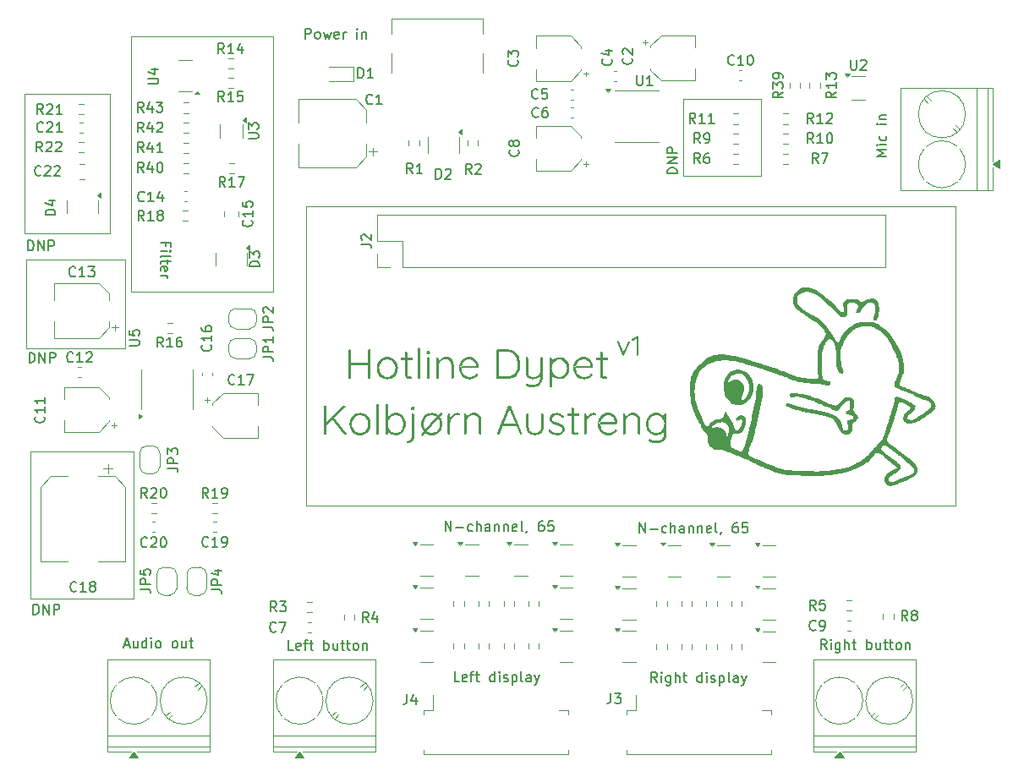
<source format=gbr>
%TF.GenerationSoftware,KiCad,Pcbnew,9.0.0*%
%TF.CreationDate,2025-03-09T23:13:35+01:00*%
%TF.ProjectId,hotline,686f746c-696e-4652-9e6b-696361645f70,rev?*%
%TF.SameCoordinates,Original*%
%TF.FileFunction,Legend,Top*%
%TF.FilePolarity,Positive*%
%FSLAX46Y46*%
G04 Gerber Fmt 4.6, Leading zero omitted, Abs format (unit mm)*
G04 Created by KiCad (PCBNEW 9.0.0) date 2025-03-09 23:13:35*
%MOMM*%
%LPD*%
G01*
G04 APERTURE LIST*
%ADD10C,0.100000*%
%ADD11C,0.150000*%
%ADD12C,0.000000*%
%ADD13C,0.120000*%
G04 APERTURE END LIST*
D10*
G36*
X123643841Y-107505753D02*
G01*
X123594047Y-107494436D01*
X123552433Y-107459591D01*
X122358635Y-105962260D01*
X122554823Y-105763874D01*
X123757231Y-107286301D01*
X123780295Y-107329820D01*
X123787639Y-107373496D01*
X123774963Y-107432973D01*
X123738729Y-107473330D01*
X123689207Y-107498131D01*
X123643841Y-107505753D01*
G37*
G36*
X123599694Y-104557437D02*
G01*
X123646005Y-104567162D01*
X123685240Y-104596821D01*
X123711904Y-104638510D01*
X123720411Y-104682367D01*
X123711272Y-104726577D01*
X123682676Y-104767363D01*
X121774834Y-106555587D01*
X121741128Y-106269823D01*
X123504073Y-104600484D01*
X123550413Y-104567793D01*
X123599694Y-104557437D01*
G37*
G36*
X121675000Y-107490000D02*
G01*
X121619516Y-107480279D01*
X121579012Y-107452814D01*
X121552819Y-107411353D01*
X121543841Y-107359757D01*
X121543841Y-104680169D01*
X121553397Y-104628808D01*
X121581577Y-104587295D01*
X121623793Y-104559470D01*
X121677015Y-104549926D01*
X121730110Y-104559533D01*
X121770987Y-104587295D01*
X121798026Y-104628691D01*
X121807257Y-104680169D01*
X121807257Y-107359757D01*
X121795560Y-107411228D01*
X121767323Y-107452814D01*
X121726310Y-107480547D01*
X121675000Y-107490000D01*
G37*
G36*
X125363919Y-105312219D02*
G01*
X125543666Y-105361044D01*
X125708487Y-105441474D01*
X125856629Y-105550412D01*
X125982269Y-105682639D01*
X126086941Y-105840444D01*
X126163299Y-106013889D01*
X126210050Y-106204512D01*
X126226160Y-106415819D01*
X126210105Y-106625047D01*
X126163406Y-106814741D01*
X126086941Y-106988264D01*
X125982248Y-107146033D01*
X125856609Y-107278070D01*
X125708487Y-107386685D01*
X125543708Y-107466695D01*
X125363957Y-107515284D01*
X125165718Y-107531948D01*
X124969646Y-107515375D01*
X124790314Y-107466871D01*
X124624415Y-107386685D01*
X124475250Y-107278045D01*
X124348515Y-107145996D01*
X124242663Y-106988264D01*
X124165367Y-106814660D01*
X124118192Y-106624976D01*
X124101980Y-106415819D01*
X124354038Y-106415819D01*
X124366411Y-106582490D01*
X124402257Y-106732455D01*
X124460650Y-106868463D01*
X124541093Y-106992408D01*
X124637687Y-107096265D01*
X124751543Y-107181887D01*
X124878588Y-107245358D01*
X125015773Y-107283666D01*
X125165718Y-107296742D01*
X125317707Y-107283579D01*
X125455317Y-107245191D01*
X125581359Y-107181887D01*
X125694185Y-107096298D01*
X125789747Y-106992454D01*
X125869138Y-106868463D01*
X125926702Y-106732535D01*
X125962070Y-106582562D01*
X125974284Y-106415819D01*
X125962000Y-106246252D01*
X125926565Y-106095004D01*
X125869138Y-105959146D01*
X125789729Y-105835050D01*
X125694166Y-105731212D01*
X125581359Y-105645722D01*
X125455306Y-105582313D01*
X125317698Y-105543866D01*
X125165718Y-105530683D01*
X125015783Y-105543778D01*
X124878599Y-105582145D01*
X124751543Y-105645722D01*
X124637706Y-105731245D01*
X124541111Y-105835096D01*
X124460650Y-105959146D01*
X124402395Y-106095085D01*
X124366482Y-106246325D01*
X124354038Y-106415819D01*
X124101980Y-106415819D01*
X124118247Y-106204585D01*
X124165474Y-106013970D01*
X124242663Y-105840444D01*
X124348494Y-105682677D01*
X124475229Y-105550436D01*
X124624415Y-105441474D01*
X124790356Y-105360868D01*
X124969683Y-105312128D01*
X125165718Y-105295478D01*
X125363919Y-105312219D01*
G37*
G36*
X127039488Y-107362871D02*
G01*
X127030159Y-107411613D01*
X127002119Y-107452814D01*
X126961085Y-107480704D01*
X126912360Y-107490000D01*
X126862251Y-107480547D01*
X126822601Y-107452814D01*
X126796277Y-107411783D01*
X126787430Y-107362871D01*
X126787430Y-104509077D01*
X126796725Y-104460352D01*
X126824616Y-104419317D01*
X126865816Y-104391278D01*
X126914558Y-104381948D01*
X126965502Y-104391509D01*
X127004867Y-104419317D01*
X127030757Y-104460154D01*
X127039488Y-104509077D01*
X127039488Y-107362871D01*
G37*
G36*
X127902417Y-104394596D02*
G01*
X127942210Y-104422431D01*
X127968670Y-104463324D01*
X127977564Y-104512191D01*
X127977564Y-105754183D01*
X128043510Y-105649935D01*
X128131720Y-105549449D01*
X128234752Y-105463089D01*
X128349896Y-105392674D01*
X128475636Y-105339624D01*
X128608591Y-105306565D01*
X128747112Y-105295478D01*
X128932521Y-105311844D01*
X129100177Y-105359578D01*
X129253611Y-105438360D01*
X129390501Y-105544405D01*
X129507622Y-105674251D01*
X129606053Y-105830553D01*
X129677125Y-106001189D01*
X129721051Y-106191565D01*
X129736296Y-106405378D01*
X129721186Y-106617136D01*
X129677381Y-106808391D01*
X129606053Y-106982402D01*
X129507496Y-107142239D01*
X129390223Y-107275360D01*
X129253244Y-107384487D01*
X129099263Y-107466122D01*
X128933093Y-107515214D01*
X128751325Y-107531948D01*
X128607950Y-107520573D01*
X128472522Y-107486885D01*
X128344954Y-107432894D01*
X128229989Y-107362505D01*
X128126813Y-107276645D01*
X128037281Y-107178224D01*
X127977564Y-107091587D01*
X127977564Y-107373496D01*
X127968684Y-107422236D01*
X127942210Y-107463255D01*
X127902433Y-107490948D01*
X127851535Y-107500441D01*
X127802830Y-107491253D01*
X127762142Y-107463804D01*
X127734734Y-107422988D01*
X127725505Y-107373496D01*
X127725505Y-106405378D01*
X127959612Y-106405378D01*
X127970999Y-106572480D01*
X128004036Y-106723972D01*
X128057798Y-106862234D01*
X128132747Y-106989552D01*
X128222461Y-107094940D01*
X128327625Y-107180788D01*
X128446666Y-107244630D01*
X128578140Y-107283400D01*
X128725130Y-107296742D01*
X128869824Y-107283284D01*
X129000043Y-107244042D01*
X129118789Y-107179139D01*
X129223903Y-107092392D01*
X129313998Y-106986423D01*
X129389715Y-106858937D01*
X129444493Y-106720740D01*
X129478026Y-106570318D01*
X129489549Y-106405378D01*
X129477872Y-106237649D01*
X129444200Y-106087876D01*
X129389715Y-105953285D01*
X129314127Y-105829715D01*
X129224070Y-105727192D01*
X129118789Y-105643524D01*
X129000335Y-105581367D01*
X128870086Y-105543646D01*
X128725130Y-105530683D01*
X128577968Y-105543699D01*
X128446475Y-105581472D01*
X128327625Y-105643524D01*
X128222224Y-105727267D01*
X128132550Y-105829790D01*
X128057798Y-105953285D01*
X128004241Y-106087786D01*
X127971109Y-106237568D01*
X127959612Y-106405378D01*
X127725505Y-106405378D01*
X127725505Y-104512191D01*
X127734359Y-104463310D01*
X127760676Y-104422431D01*
X127800494Y-104394604D01*
X127851535Y-104385062D01*
X127902417Y-104394596D01*
G37*
G36*
X130578201Y-107683257D02*
G01*
X130566900Y-107814674D01*
X130534646Y-107927792D01*
X130482580Y-108025990D01*
X130375350Y-108151961D01*
X130249023Y-108243244D01*
X130108835Y-108301079D01*
X129974433Y-108319448D01*
X129924654Y-108310460D01*
X129887787Y-108284827D01*
X129863700Y-108247207D01*
X129855730Y-108204043D01*
X129855730Y-108186092D01*
X129864078Y-108142122D01*
X129888337Y-108108422D01*
X129966006Y-108068489D01*
X130057377Y-108040266D01*
X130141861Y-107997597D01*
X130215354Y-107938910D01*
X130274668Y-107860577D01*
X130312513Y-107766646D01*
X130326142Y-107646437D01*
X130326142Y-105480308D01*
X130334995Y-105431428D01*
X130361313Y-105390549D01*
X130401131Y-105362722D01*
X130452172Y-105353180D01*
X130503212Y-105362722D01*
X130543030Y-105390549D01*
X130569348Y-105431428D01*
X130578201Y-105480308D01*
X130578201Y-107683257D01*
G37*
G36*
X130451256Y-105020338D02*
G01*
X130372394Y-105009423D01*
X130320464Y-104980587D01*
X130287556Y-104933762D01*
X130275767Y-104867015D01*
X130275767Y-104821952D01*
X130288315Y-104754794D01*
X130323578Y-104708012D01*
X130377845Y-104679274D01*
X130455469Y-104668628D01*
X130529635Y-104679412D01*
X130580765Y-104708562D01*
X130613681Y-104755363D01*
X130625462Y-104821952D01*
X130625462Y-104867015D01*
X130613366Y-104934357D01*
X130579666Y-104980954D01*
X130527409Y-105009657D01*
X130451256Y-105020338D01*
G37*
G36*
X133309856Y-105228252D02*
G01*
X133348098Y-105254078D01*
X133374557Y-105291634D01*
X133383269Y-105335411D01*
X133375723Y-105379193D01*
X133353777Y-105414180D01*
X133139798Y-105664380D01*
X133157147Y-105682639D01*
X133261819Y-105840444D01*
X133338177Y-106013889D01*
X133384928Y-106204512D01*
X133401038Y-106415819D01*
X133384982Y-106625047D01*
X133338283Y-106814741D01*
X133261819Y-106988264D01*
X133157126Y-107146033D01*
X133031486Y-107278070D01*
X132883365Y-107386685D01*
X132718586Y-107466695D01*
X132538835Y-107515284D01*
X132340596Y-107531948D01*
X132144524Y-107515375D01*
X131965192Y-107466871D01*
X131799293Y-107386685D01*
X131717672Y-107327239D01*
X131517376Y-107561441D01*
X131477890Y-107594740D01*
X131430181Y-107605587D01*
X131388024Y-107596996D01*
X131349398Y-107570233D01*
X131322306Y-107532189D01*
X131313677Y-107491099D01*
X131321107Y-107447897D01*
X131343169Y-107411231D01*
X131548041Y-107171678D01*
X131523393Y-107145996D01*
X131521544Y-107143241D01*
X131875032Y-107143241D01*
X131926421Y-107181887D01*
X132053466Y-107245358D01*
X132190651Y-107283666D01*
X132340596Y-107296742D01*
X132492585Y-107283579D01*
X132630195Y-107245191D01*
X132756236Y-107181887D01*
X132869063Y-107096298D01*
X132964625Y-106992454D01*
X133044016Y-106868463D01*
X133101580Y-106732535D01*
X133136948Y-106582562D01*
X133149162Y-106415819D01*
X133136878Y-106246252D01*
X133101443Y-106095004D01*
X133044016Y-105959146D01*
X132977116Y-105854599D01*
X131875032Y-107143241D01*
X131521544Y-107143241D01*
X131417541Y-106988264D01*
X131340244Y-106814660D01*
X131293070Y-106624976D01*
X131276857Y-106415819D01*
X131528916Y-106415819D01*
X131541289Y-106582490D01*
X131577135Y-106732455D01*
X131635528Y-106868463D01*
X131709666Y-106982694D01*
X132814998Y-105690254D01*
X132756236Y-105645722D01*
X132630184Y-105582313D01*
X132492575Y-105543866D01*
X132340596Y-105530683D01*
X132190660Y-105543778D01*
X132053477Y-105582145D01*
X131926421Y-105645722D01*
X131812584Y-105731245D01*
X131715989Y-105835096D01*
X131635528Y-105959146D01*
X131577273Y-106095085D01*
X131541360Y-106246325D01*
X131528916Y-106415819D01*
X131276857Y-106415819D01*
X131293125Y-106204585D01*
X131340352Y-106013970D01*
X131417541Y-105840444D01*
X131523372Y-105682677D01*
X131650107Y-105550436D01*
X131799293Y-105441474D01*
X131965234Y-105360868D01*
X132144561Y-105312128D01*
X132340596Y-105295478D01*
X132538797Y-105312219D01*
X132718544Y-105361044D01*
X132883365Y-105441474D01*
X132972012Y-105506662D01*
X133179570Y-105263970D01*
X133219056Y-105230671D01*
X133266765Y-105219823D01*
X133309856Y-105228252D01*
G37*
G36*
X134062142Y-107490000D02*
G01*
X134011086Y-107480498D01*
X133971284Y-107452814D01*
X133944960Y-107411783D01*
X133936113Y-107362871D01*
X133936113Y-105483422D01*
X133945280Y-105434813D01*
X133972749Y-105393846D01*
X134013495Y-105365825D01*
X134062142Y-105356477D01*
X134113025Y-105366011D01*
X134152817Y-105393846D01*
X134179285Y-105434714D01*
X134188171Y-105483422D01*
X134188171Y-106114485D01*
X134127172Y-106126025D01*
X134150768Y-105979723D01*
X134199528Y-105832568D01*
X134271326Y-105693339D01*
X134365491Y-105565305D01*
X134480169Y-105455545D01*
X134614802Y-105369483D01*
X134766219Y-105314469D01*
X134939951Y-105295478D01*
X135014231Y-105303059D01*
X135087412Y-105326069D01*
X135141876Y-105367361D01*
X135159403Y-105427735D01*
X135150367Y-105485279D01*
X135125697Y-105525005D01*
X135088836Y-105550635D01*
X135046013Y-105559077D01*
X134963948Y-105537644D01*
X134916770Y-105522003D01*
X134849642Y-105516029D01*
X134732379Y-105532714D01*
X134612787Y-105584905D01*
X134502370Y-105664610D01*
X134399014Y-105771751D01*
X134312502Y-105896055D01*
X134245324Y-106034251D01*
X134202294Y-106180361D01*
X134188171Y-106326610D01*
X134188171Y-107362871D01*
X134178961Y-107411656D01*
X134151352Y-107452814D01*
X134110646Y-107480700D01*
X134062142Y-107490000D01*
G37*
G36*
X136566425Y-105295478D02*
G01*
X136747629Y-105309383D01*
X136892199Y-105347643D01*
X137007344Y-105406852D01*
X137107067Y-105489661D01*
X137186048Y-105589185D01*
X137245664Y-105707637D01*
X137300268Y-105904529D01*
X137319303Y-106130239D01*
X137319303Y-107362871D01*
X137310093Y-107411656D01*
X137282484Y-107452814D01*
X137241778Y-107480700D01*
X137193274Y-107490000D01*
X137142218Y-107480498D01*
X137102416Y-107452814D01*
X137076092Y-107411783D01*
X137067245Y-107362871D01*
X137067245Y-106142878D01*
X137053129Y-105978143D01*
X137012657Y-105834766D01*
X136941074Y-105710369D01*
X136835703Y-105613665D01*
X136750231Y-105569501D01*
X136643288Y-105541019D01*
X136509638Y-105530683D01*
X136333954Y-105551409D01*
X136167821Y-105613665D01*
X136020726Y-105711163D01*
X135904954Y-105834766D01*
X135848148Y-105930796D01*
X135814477Y-106032751D01*
X135803105Y-106142878D01*
X135803105Y-107362871D01*
X135793895Y-107411656D01*
X135766285Y-107452814D01*
X135725580Y-107480700D01*
X135677076Y-107490000D01*
X135626020Y-107480498D01*
X135586217Y-107452814D01*
X135559894Y-107411783D01*
X135551046Y-107362871D01*
X135551046Y-105483422D01*
X135560214Y-105434813D01*
X135587683Y-105393846D01*
X135628428Y-105365825D01*
X135677076Y-105356477D01*
X135727958Y-105366011D01*
X135767751Y-105393846D01*
X135794219Y-105434714D01*
X135803105Y-105483422D01*
X135803105Y-105837330D01*
X135708583Y-105985341D01*
X135734423Y-105857601D01*
X135795594Y-105729802D01*
X135883640Y-105612673D01*
X135995080Y-105507053D01*
X136123322Y-105419412D01*
X136265457Y-105352264D01*
X136415889Y-105309520D01*
X136566425Y-105295478D01*
G37*
G36*
X140172732Y-104875441D02*
G01*
X139148927Y-107412330D01*
X139130805Y-107447292D01*
X139104413Y-107473330D01*
X139036636Y-107495312D01*
X138982406Y-107486734D01*
X138947243Y-107463804D01*
X138924591Y-107429117D01*
X138914820Y-107387051D01*
X138921231Y-107335577D01*
X140030033Y-104622466D01*
X140052166Y-104581769D01*
X140079309Y-104556887D01*
X140152765Y-104539485D01*
X140194485Y-104545201D01*
X140228968Y-104561650D01*
X140256238Y-104587629D01*
X140274581Y-104622466D01*
X141380268Y-107323121D01*
X141388695Y-107373496D01*
X141379025Y-107424873D01*
X141351325Y-107462705D01*
X141310945Y-107487122D01*
X141263764Y-107495312D01*
X141224679Y-107489630D01*
X141190125Y-107472780D01*
X141162242Y-107446223D01*
X141142864Y-107411231D01*
X140095062Y-104856573D01*
X140172732Y-104875441D01*
G37*
G36*
X139395673Y-106641683D02*
G01*
X139497522Y-106394937D01*
X140801779Y-106394937D01*
X140853070Y-106641683D01*
X139395673Y-106641683D01*
G37*
G36*
X143401133Y-105356477D02*
G01*
X143452174Y-105366019D01*
X143491992Y-105393846D01*
X143518317Y-105434700D01*
X143527163Y-105483422D01*
X143527163Y-106666779D01*
X143510650Y-106874344D01*
X143464549Y-107045012D01*
X143392029Y-107185678D01*
X143293422Y-107301505D01*
X143170987Y-107393957D01*
X143027500Y-107461630D01*
X142858912Y-107504228D01*
X142659979Y-107519309D01*
X142462637Y-107504264D01*
X142295064Y-107461726D01*
X142152118Y-107394064D01*
X142029832Y-107301505D01*
X141931567Y-107185726D01*
X141859268Y-107045081D01*
X141813295Y-106874396D01*
X141796824Y-106666779D01*
X141796824Y-105483422D01*
X141805992Y-105434813D01*
X141833461Y-105393846D01*
X141874206Y-105365825D01*
X141922854Y-105356477D01*
X141973736Y-105366011D01*
X142013529Y-105393846D01*
X142039997Y-105434714D01*
X142048883Y-105483422D01*
X142048883Y-106666779D01*
X142069053Y-106862676D01*
X142124273Y-107012610D01*
X142210999Y-107127299D01*
X142328176Y-107211995D01*
X142475019Y-107265163D01*
X142659979Y-107284286D01*
X142847670Y-107265072D01*
X142995731Y-107211819D01*
X143112988Y-107127299D01*
X143199820Y-107012595D01*
X143255098Y-106862660D01*
X143275287Y-106666779D01*
X143275287Y-105483422D01*
X143284133Y-105434700D01*
X143310458Y-105393846D01*
X143350251Y-105366011D01*
X143401133Y-105356477D01*
G37*
G36*
X144064802Y-107150929D02*
G01*
X144040459Y-107098036D01*
X144034760Y-107051645D01*
X144048132Y-107009620D01*
X144085685Y-106972327D01*
X144121097Y-106953592D01*
X144163904Y-106949246D01*
X144206523Y-106961107D01*
X144246336Y-106992294D01*
X144371043Y-107125002D01*
X144519827Y-107228599D01*
X144630585Y-107276956D01*
X144757806Y-107307191D01*
X144904692Y-107317808D01*
X145023109Y-107307437D01*
X145139349Y-107278424D01*
X145245452Y-107228495D01*
X145329858Y-107157707D01*
X145385937Y-107065694D01*
X145405512Y-106947231D01*
X145385707Y-106827572D01*
X145329858Y-106738770D01*
X145245289Y-106669657D01*
X145134036Y-106613290D01*
X144878497Y-106532323D01*
X144602259Y-106446777D01*
X144474702Y-106391750D01*
X144365038Y-106325511D01*
X144271267Y-106243526D01*
X144199075Y-106145992D01*
X144153436Y-106032146D01*
X144137159Y-105889720D01*
X144148059Y-105775918D01*
X144179868Y-105673539D01*
X144232597Y-105580143D01*
X144344259Y-105461838D01*
X144494548Y-105370582D01*
X144668554Y-105314886D01*
X144870071Y-105295478D01*
X144979525Y-105301941D01*
X145099049Y-105322222D01*
X145217884Y-105357619D01*
X145337369Y-105411981D01*
X145448101Y-105485914D01*
X145549494Y-105585272D01*
X145577181Y-105623628D01*
X145586680Y-105668803D01*
X145576623Y-105714159D01*
X145543082Y-105757463D01*
X145506377Y-105776049D01*
X145465413Y-105781277D01*
X145425795Y-105772161D01*
X145393056Y-105748121D01*
X145283349Y-105647710D01*
X145154553Y-105575929D01*
X145011620Y-105532780D01*
X144854317Y-105518044D01*
X144736984Y-105527755D01*
X144626439Y-105556512D01*
X144526976Y-105605736D01*
X144448019Y-105674665D01*
X144396197Y-105764244D01*
X144377677Y-105884591D01*
X144402230Y-105996657D01*
X144461025Y-106083527D01*
X144548172Y-106151936D01*
X144667472Y-106210655D01*
X144956167Y-106303529D01*
X145213904Y-106381748D01*
X145330791Y-106433196D01*
X145431341Y-106495687D01*
X145516513Y-106573830D01*
X145582466Y-106670443D01*
X145623580Y-106784561D01*
X145638703Y-106935507D01*
X145626857Y-107055969D01*
X145592621Y-107161555D01*
X145536304Y-107255343D01*
X145418256Y-107372384D01*
X145262264Y-107460690D01*
X145083893Y-107513590D01*
X144880512Y-107531948D01*
X144658508Y-107510170D01*
X144441608Y-107444387D01*
X144307615Y-107374431D01*
X144182372Y-107277648D01*
X144064802Y-107150929D01*
G37*
G36*
X146016425Y-105354279D02*
G01*
X146996083Y-105354279D01*
X147042493Y-105363256D01*
X147080530Y-105390000D01*
X147106322Y-105428851D01*
X147114785Y-105472981D01*
X147106166Y-105518499D01*
X147080530Y-105555963D01*
X147042668Y-105580990D01*
X146996083Y-105589485D01*
X146016425Y-105589485D01*
X145972406Y-105580708D01*
X145933443Y-105553764D01*
X145906644Y-105514816D01*
X145897906Y-105470783D01*
X145906810Y-105425399D01*
X145933443Y-105387984D01*
X145972253Y-105362623D01*
X146016425Y-105354279D01*
G37*
G36*
X146450200Y-104760036D02*
G01*
X146500987Y-104769588D01*
X146540326Y-104797405D01*
X146566366Y-104838230D01*
X146575130Y-104886981D01*
X146575130Y-106995408D01*
X146584531Y-107105714D01*
X146607554Y-107172362D01*
X146645867Y-107221701D01*
X146691085Y-107249115D01*
X146791285Y-107267433D01*
X146852285Y-107256442D01*
X146914200Y-107245268D01*
X146948241Y-107252798D01*
X146978864Y-107276409D01*
X146999561Y-107310659D01*
X147006707Y-107353529D01*
X146991077Y-107404536D01*
X146938381Y-107450615D01*
X146865896Y-107479818D01*
X146779745Y-107490000D01*
X146663241Y-107484870D01*
X146588318Y-107471122D01*
X146508818Y-107438709D01*
X146438573Y-107385116D01*
X146376561Y-107297475D01*
X146338334Y-107184473D01*
X146323072Y-107006948D01*
X146323072Y-104886981D01*
X146332359Y-104838414D01*
X146360258Y-104797405D01*
X146401458Y-104769366D01*
X146450200Y-104760036D01*
G37*
G36*
X147702616Y-107490000D02*
G01*
X147651561Y-107480498D01*
X147611758Y-107452814D01*
X147585434Y-107411783D01*
X147576587Y-107362871D01*
X147576587Y-105483422D01*
X147585755Y-105434813D01*
X147613224Y-105393846D01*
X147653969Y-105365825D01*
X147702616Y-105356477D01*
X147753499Y-105366011D01*
X147793292Y-105393846D01*
X147819760Y-105434714D01*
X147828646Y-105483422D01*
X147828646Y-106114485D01*
X147767646Y-106126025D01*
X147791243Y-105979723D01*
X147840003Y-105832568D01*
X147911801Y-105693339D01*
X148005966Y-105565305D01*
X148120643Y-105455545D01*
X148255277Y-105369483D01*
X148406693Y-105314469D01*
X148580425Y-105295478D01*
X148654706Y-105303059D01*
X148727887Y-105326069D01*
X148782351Y-105367361D01*
X148799877Y-105427735D01*
X148790841Y-105485279D01*
X148766172Y-105525005D01*
X148729310Y-105550635D01*
X148686488Y-105559077D01*
X148604422Y-105537644D01*
X148557244Y-105522003D01*
X148490116Y-105516029D01*
X148372853Y-105532714D01*
X148253262Y-105584905D01*
X148142844Y-105664610D01*
X148039488Y-105771751D01*
X147952977Y-105896055D01*
X147885799Y-106034251D01*
X147842769Y-106180361D01*
X147828646Y-106326610D01*
X147828646Y-107362871D01*
X147819436Y-107411656D01*
X147791826Y-107452814D01*
X147751120Y-107480700D01*
X147702616Y-107490000D01*
G37*
G36*
X150073909Y-107531948D02*
G01*
X149860506Y-107515820D01*
X149671077Y-107469348D01*
X149501648Y-107394012D01*
X149348863Y-107289505D01*
X149220884Y-107161456D01*
X149115683Y-107007681D01*
X149039809Y-106837086D01*
X148992937Y-106645748D01*
X148976648Y-106429558D01*
X148993528Y-106193514D01*
X149041333Y-105991502D01*
X149117332Y-105817913D01*
X149222637Y-105659879D01*
X149343975Y-105531808D01*
X149482231Y-105430483D01*
X149636178Y-105354950D01*
X149794131Y-105310372D01*
X149958504Y-105295478D01*
X150141306Y-105311649D01*
X150318091Y-105360141D01*
X150482305Y-105440467D01*
X150627852Y-105552848D01*
X150749480Y-105693445D01*
X150846755Y-105865174D01*
X150909514Y-106059129D01*
X150935964Y-106291988D01*
X150925899Y-106338610D01*
X150897130Y-106378633D01*
X150856031Y-106405782D01*
X150809019Y-106414720D01*
X149122644Y-106414720D01*
X149072269Y-106190139D01*
X150727137Y-106190139D01*
X150672548Y-106239415D01*
X150672548Y-106154419D01*
X150649687Y-106026671D01*
X150607166Y-105915951D01*
X150545420Y-105819378D01*
X150424367Y-105697772D01*
X150281271Y-105609452D01*
X150122841Y-105554969D01*
X149958504Y-105536912D01*
X149832908Y-105549297D01*
X149701133Y-105587836D01*
X149576825Y-105651944D01*
X149461714Y-105745373D01*
X149365780Y-105864039D01*
X149286959Y-106017948D01*
X149238005Y-106193136D01*
X149220280Y-106411606D01*
X149231913Y-106575136D01*
X149265750Y-106724012D01*
X149321031Y-106860586D01*
X149398469Y-106985185D01*
X149494914Y-107090669D01*
X149611924Y-107178773D01*
X149743368Y-107242948D01*
X149893933Y-107282793D01*
X150067681Y-107296742D01*
X150209124Y-107285703D01*
X150331280Y-107254244D01*
X150443206Y-107204507D01*
X150538642Y-107143053D01*
X150622228Y-107070954D01*
X150687203Y-106998522D01*
X150733045Y-106969610D01*
X150776413Y-106960786D01*
X150818074Y-106969070D01*
X150852616Y-106993942D01*
X150875932Y-107029675D01*
X150883574Y-107069963D01*
X150873430Y-107116716D01*
X150841625Y-107159173D01*
X150700778Y-107296182D01*
X150514462Y-107420207D01*
X150376142Y-107482136D01*
X150230009Y-107519343D01*
X150073909Y-107531948D01*
G37*
G36*
X152487151Y-105295478D02*
G01*
X152668355Y-105309383D01*
X152812925Y-105347643D01*
X152928070Y-105406852D01*
X153027793Y-105489661D01*
X153106774Y-105589185D01*
X153166390Y-105707637D01*
X153220994Y-105904529D01*
X153240029Y-106130239D01*
X153240029Y-107362871D01*
X153230819Y-107411656D01*
X153203210Y-107452814D01*
X153162504Y-107480700D01*
X153114000Y-107490000D01*
X153062944Y-107480498D01*
X153023142Y-107452814D01*
X152996818Y-107411783D01*
X152987971Y-107362871D01*
X152987971Y-106142878D01*
X152973855Y-105978143D01*
X152933382Y-105834766D01*
X152861800Y-105710369D01*
X152756428Y-105613665D01*
X152670956Y-105569501D01*
X152564014Y-105541019D01*
X152430364Y-105530683D01*
X152254680Y-105551409D01*
X152088546Y-105613665D01*
X151941452Y-105711163D01*
X151825680Y-105834766D01*
X151768873Y-105930796D01*
X151735202Y-106032751D01*
X151723831Y-106142878D01*
X151723831Y-107362871D01*
X151714621Y-107411656D01*
X151687011Y-107452814D01*
X151646305Y-107480700D01*
X151597801Y-107490000D01*
X151546746Y-107480498D01*
X151506943Y-107452814D01*
X151480619Y-107411783D01*
X151471772Y-107362871D01*
X151471772Y-105483422D01*
X151480940Y-105434813D01*
X151508408Y-105393846D01*
X151549154Y-105365825D01*
X151597801Y-105356477D01*
X151648684Y-105366011D01*
X151688476Y-105393846D01*
X151714945Y-105434714D01*
X151723831Y-105483422D01*
X151723831Y-105837330D01*
X151629309Y-105985341D01*
X151655149Y-105857601D01*
X151716320Y-105729802D01*
X151804366Y-105612673D01*
X151915806Y-105507053D01*
X152044048Y-105419412D01*
X152186182Y-105352264D01*
X152336615Y-105309520D01*
X152487151Y-105295478D01*
G37*
G36*
X154977167Y-105311809D02*
G01*
X155141643Y-105359591D01*
X155292819Y-105434157D01*
X155420996Y-105526470D01*
X155529519Y-105634965D01*
X155606926Y-105744264D01*
X155606926Y-105472981D01*
X155615779Y-105424100D01*
X155642096Y-105383222D01*
X155681914Y-105355395D01*
X155732955Y-105345853D01*
X155783883Y-105355265D01*
X155823630Y-105382672D01*
X155849883Y-105423247D01*
X155858801Y-105472981D01*
X155858801Y-107294727D01*
X155842175Y-107513691D01*
X155795103Y-107700266D01*
X155720132Y-107860027D01*
X155616195Y-108002616D01*
X155491570Y-108118806D01*
X155344242Y-108210821D01*
X155182204Y-108276006D01*
X155003058Y-108316178D01*
X154803672Y-108330073D01*
X154655344Y-108320740D01*
X154495376Y-108291605D01*
X154341220Y-108246895D01*
X154218771Y-108195617D01*
X154122330Y-108130896D01*
X154087613Y-108074900D01*
X154063882Y-108035133D01*
X154058121Y-107999795D01*
X154067668Y-107967181D01*
X154092742Y-107940444D01*
X154135175Y-107923565D01*
X154181402Y-107933667D01*
X154321720Y-107993934D01*
X154433461Y-108031669D01*
X154604736Y-108075816D01*
X154809900Y-108094867D01*
X154997604Y-108079856D01*
X155154592Y-108037631D01*
X155286450Y-107970684D01*
X155397365Y-107879078D01*
X155487411Y-107765278D01*
X155552393Y-107635040D01*
X155592771Y-107485213D01*
X155606926Y-107311580D01*
X155606926Y-107044163D01*
X155600423Y-107062328D01*
X155526509Y-107183902D01*
X155431915Y-107288878D01*
X155322260Y-107375144D01*
X155200184Y-107442873D01*
X155068736Y-107492015D01*
X154932613Y-107522131D01*
X154800558Y-107531948D01*
X154610148Y-107515303D01*
X154436783Y-107466632D01*
X154277023Y-107386135D01*
X154134040Y-107277567D01*
X154012099Y-107145401D01*
X153909926Y-106987165D01*
X153835708Y-106813828D01*
X153790228Y-106623468D01*
X153774555Y-106412705D01*
X154021301Y-106412705D01*
X154033254Y-106577459D01*
X154068010Y-106727155D01*
X154124799Y-106864249D01*
X154203381Y-106989698D01*
X154298223Y-107094544D01*
X154410380Y-107180788D01*
X154536209Y-107244827D01*
X154672686Y-107283516D01*
X154822540Y-107296742D01*
X154973261Y-107283793D01*
X155109535Y-107246058D01*
X155234150Y-107183902D01*
X155345485Y-107099719D01*
X155440351Y-106996487D01*
X155519731Y-106872126D01*
X155577015Y-106735787D01*
X155612410Y-106583641D01*
X155624694Y-106412705D01*
X155612390Y-106241031D01*
X155576976Y-106088602D01*
X155519731Y-105952369D01*
X155440275Y-105827994D01*
X155345409Y-105725282D01*
X155234150Y-105642058D01*
X155109621Y-105580742D01*
X154973338Y-105543478D01*
X154822540Y-105530683D01*
X154672609Y-105543756D01*
X154536123Y-105581976D01*
X154410380Y-105645172D01*
X154298172Y-105730471D01*
X154203342Y-105834288D01*
X154124799Y-105958597D01*
X154068189Y-106094681D01*
X154033347Y-106245143D01*
X154021301Y-106412705D01*
X153774555Y-106412705D01*
X153790248Y-106201209D01*
X153835749Y-106010562D01*
X153909926Y-105837330D01*
X154012111Y-105679002D01*
X154133702Y-105547363D01*
X154275924Y-105439825D01*
X154434985Y-105360119D01*
X154607336Y-105311944D01*
X154796345Y-105295478D01*
X154977167Y-105311809D01*
G37*
G36*
X150986235Y-98099794D02*
G01*
X151032763Y-98113838D01*
X151052164Y-98130656D01*
X151065247Y-98153649D01*
X151556664Y-99319176D01*
X151520272Y-99340914D01*
X152020115Y-98154382D01*
X152039471Y-98123391D01*
X152065758Y-98106003D01*
X152101325Y-98100526D01*
X152128225Y-98105187D01*
X152154815Y-98119822D01*
X152174005Y-98142325D01*
X152180460Y-98171845D01*
X152176552Y-98198224D01*
X152168492Y-98218129D01*
X151619678Y-99506144D01*
X151589624Y-99546068D01*
X151544085Y-99560000D01*
X151518923Y-99558035D01*
X151494382Y-99547787D01*
X151473999Y-99530296D01*
X151460066Y-99506144D01*
X150909909Y-98220205D01*
X150903558Y-98201643D01*
X150900750Y-98178928D01*
X150906027Y-98151051D01*
X150922487Y-98124706D01*
X150948287Y-98106423D01*
X150986235Y-98099794D01*
G37*
G36*
X152913921Y-99560000D02*
G01*
X152878325Y-99553659D01*
X152850174Y-99535209D01*
X152831290Y-99507723D01*
X152825017Y-99475247D01*
X152825017Y-97791071D01*
X152855792Y-97819159D01*
X152483443Y-98069019D01*
X152460018Y-98081204D01*
X152435816Y-98085139D01*
X152402725Y-98078197D01*
X152373778Y-98056807D01*
X152353870Y-98026713D01*
X152347644Y-97996235D01*
X152358414Y-97956076D01*
X152392341Y-97924061D01*
X152860676Y-97615460D01*
X152895237Y-97601050D01*
X152928576Y-97599951D01*
X152960346Y-97607750D01*
X152983897Y-97625963D01*
X152998949Y-97652056D01*
X153004169Y-97684703D01*
X153004169Y-99475247D01*
X152997817Y-99507694D01*
X152978646Y-99535209D01*
X152950107Y-99553646D01*
X152913921Y-99560000D01*
G37*
G36*
X124127015Y-98949926D02*
G01*
X124176859Y-98959276D01*
X124218972Y-98987295D01*
X124247580Y-99028852D01*
X124257257Y-99080169D01*
X124257257Y-101759757D01*
X124245121Y-101811069D01*
X124215308Y-101852814D01*
X124173061Y-101880807D01*
X124125000Y-101890000D01*
X124069516Y-101880279D01*
X124029012Y-101852814D01*
X124002819Y-101811353D01*
X123993841Y-101759757D01*
X123993841Y-99080169D01*
X124003397Y-99028808D01*
X124031577Y-98987295D01*
X124073793Y-98959470D01*
X124127015Y-98949926D01*
G37*
G36*
X126097871Y-98949926D02*
G01*
X126151061Y-98959514D01*
X126192393Y-98987295D01*
X126219860Y-99028735D01*
X126229213Y-99080169D01*
X126229213Y-101759757D01*
X126217395Y-101811185D01*
X126188729Y-101852814D01*
X126147261Y-101880565D01*
X126095856Y-101890000D01*
X126043567Y-101880505D01*
X126002250Y-101852814D01*
X125974920Y-101811237D01*
X125965614Y-101759757D01*
X125965614Y-99080169D01*
X125975411Y-99028896D01*
X126004448Y-98987295D01*
X126047144Y-98959299D01*
X126097871Y-98949926D01*
G37*
G36*
X124108147Y-100263525D02*
G01*
X126104282Y-100263525D01*
X126097871Y-100510272D01*
X124089279Y-100510272D01*
X124108147Y-100263525D01*
G37*
G36*
X128089425Y-99712219D02*
G01*
X128269172Y-99761044D01*
X128433993Y-99841474D01*
X128582135Y-99950412D01*
X128707775Y-100082639D01*
X128812447Y-100240444D01*
X128888805Y-100413889D01*
X128935556Y-100604512D01*
X128951666Y-100815819D01*
X128935611Y-101025047D01*
X128888911Y-101214741D01*
X128812447Y-101388264D01*
X128707754Y-101546033D01*
X128582114Y-101678070D01*
X128433993Y-101786685D01*
X128269214Y-101866695D01*
X128089463Y-101915284D01*
X127891224Y-101931948D01*
X127695152Y-101915375D01*
X127515820Y-101866871D01*
X127349921Y-101786685D01*
X127200756Y-101678045D01*
X127074021Y-101545996D01*
X126968169Y-101388264D01*
X126890872Y-101214660D01*
X126843698Y-101024976D01*
X126827486Y-100815819D01*
X127079544Y-100815819D01*
X127091917Y-100982490D01*
X127127763Y-101132455D01*
X127186156Y-101268463D01*
X127266599Y-101392408D01*
X127363192Y-101496265D01*
X127477049Y-101581887D01*
X127604094Y-101645358D01*
X127741279Y-101683666D01*
X127891224Y-101696742D01*
X128043213Y-101683579D01*
X128180823Y-101645191D01*
X128306864Y-101581887D01*
X128419691Y-101496298D01*
X128515253Y-101392454D01*
X128594644Y-101268463D01*
X128652208Y-101132535D01*
X128687576Y-100982562D01*
X128699790Y-100815819D01*
X128687506Y-100646252D01*
X128652071Y-100495004D01*
X128594644Y-100359146D01*
X128515235Y-100235050D01*
X128419672Y-100131212D01*
X128306864Y-100045722D01*
X128180812Y-99982313D01*
X128043204Y-99943866D01*
X127891224Y-99930683D01*
X127741288Y-99943778D01*
X127604105Y-99982145D01*
X127477049Y-100045722D01*
X127363212Y-100131245D01*
X127266617Y-100235096D01*
X127186156Y-100359146D01*
X127127901Y-100495085D01*
X127091988Y-100646325D01*
X127079544Y-100815819D01*
X126827486Y-100815819D01*
X126843753Y-100604585D01*
X126890980Y-100413970D01*
X126968169Y-100240444D01*
X127074000Y-100082677D01*
X127200735Y-99950436D01*
X127349921Y-99841474D01*
X127515862Y-99760868D01*
X127695189Y-99712128D01*
X127891224Y-99695478D01*
X128089425Y-99712219D01*
G37*
G36*
X129348072Y-99754279D02*
G01*
X130327730Y-99754279D01*
X130374140Y-99763256D01*
X130412177Y-99790000D01*
X130437969Y-99828851D01*
X130446432Y-99872981D01*
X130437813Y-99918499D01*
X130412177Y-99955963D01*
X130374315Y-99980990D01*
X130327730Y-99989485D01*
X129348072Y-99989485D01*
X129304053Y-99980708D01*
X129265090Y-99953764D01*
X129238291Y-99914816D01*
X129229553Y-99870783D01*
X129238457Y-99825399D01*
X129265090Y-99787984D01*
X129303900Y-99762623D01*
X129348072Y-99754279D01*
G37*
G36*
X129781847Y-99160036D02*
G01*
X129832633Y-99169588D01*
X129871973Y-99197405D01*
X129898013Y-99238230D01*
X129906777Y-99286981D01*
X129906777Y-101395408D01*
X129916178Y-101505714D01*
X129939200Y-101572362D01*
X129977514Y-101621701D01*
X130022732Y-101649115D01*
X130122932Y-101667433D01*
X130183932Y-101656442D01*
X130245847Y-101645268D01*
X130279888Y-101652798D01*
X130310511Y-101676409D01*
X130331208Y-101710659D01*
X130338354Y-101753529D01*
X130322723Y-101804536D01*
X130270027Y-101850615D01*
X130197543Y-101879818D01*
X130111392Y-101890000D01*
X129994888Y-101884870D01*
X129919965Y-101871122D01*
X129840465Y-101838709D01*
X129770219Y-101785116D01*
X129708208Y-101697475D01*
X129669981Y-101584473D01*
X129654719Y-101406948D01*
X129654719Y-99286981D01*
X129664006Y-99238414D01*
X129691905Y-99197405D01*
X129733105Y-99169366D01*
X129781847Y-99160036D01*
G37*
G36*
X131186488Y-101762871D02*
G01*
X131177158Y-101811613D01*
X131149118Y-101852814D01*
X131108084Y-101880704D01*
X131059359Y-101890000D01*
X131009250Y-101880547D01*
X130969600Y-101852814D01*
X130943276Y-101811783D01*
X130934429Y-101762871D01*
X130934429Y-98909077D01*
X130943725Y-98860352D01*
X130971615Y-98819317D01*
X131012815Y-98791278D01*
X131061557Y-98781948D01*
X131112502Y-98791509D01*
X131151866Y-98819317D01*
X131177756Y-98860154D01*
X131186488Y-98909077D01*
X131186488Y-101762871D01*
G37*
G36*
X132117053Y-101762871D02*
G01*
X132107843Y-101811656D01*
X132080233Y-101852814D01*
X132039679Y-101880694D01*
X131991207Y-101890000D01*
X131940151Y-101880498D01*
X131900348Y-101852814D01*
X131874025Y-101811783D01*
X131865177Y-101762871D01*
X131865177Y-99833047D01*
X131874353Y-99784280D01*
X131901814Y-99743288D01*
X131942560Y-99715266D01*
X131991207Y-99705919D01*
X132042089Y-99715453D01*
X132081882Y-99743288D01*
X132108200Y-99784167D01*
X132117053Y-99833047D01*
X132117053Y-101762871D01*
G37*
G36*
X131991207Y-99420338D02*
G01*
X131912346Y-99409423D01*
X131860415Y-99380587D01*
X131827507Y-99333762D01*
X131815718Y-99267015D01*
X131815718Y-99221952D01*
X131828266Y-99154794D01*
X131863529Y-99108012D01*
X131917797Y-99079274D01*
X131995420Y-99068628D01*
X132069586Y-99079412D01*
X132120717Y-99108562D01*
X132153632Y-99155363D01*
X132165413Y-99221952D01*
X132165413Y-99267015D01*
X132153317Y-99334357D01*
X132119617Y-99380954D01*
X132067360Y-99409657D01*
X131991207Y-99420338D01*
G37*
G36*
X133784743Y-99695478D02*
G01*
X133965948Y-99709383D01*
X134110518Y-99747643D01*
X134225662Y-99806852D01*
X134325386Y-99889661D01*
X134404366Y-99989185D01*
X134463982Y-100107637D01*
X134518587Y-100304529D01*
X134537622Y-100530239D01*
X134537622Y-101762871D01*
X134528412Y-101811656D01*
X134500802Y-101852814D01*
X134460096Y-101880700D01*
X134411592Y-101890000D01*
X134360537Y-101880498D01*
X134320734Y-101852814D01*
X134294410Y-101811783D01*
X134285563Y-101762871D01*
X134285563Y-100542878D01*
X134271448Y-100378143D01*
X134230975Y-100234766D01*
X134159393Y-100110369D01*
X134054021Y-100013665D01*
X133968549Y-99969501D01*
X133861607Y-99941019D01*
X133727957Y-99930683D01*
X133552273Y-99951409D01*
X133386139Y-100013665D01*
X133239045Y-100111163D01*
X133123272Y-100234766D01*
X133066466Y-100330796D01*
X133032795Y-100432751D01*
X133021423Y-100542878D01*
X133021423Y-101762871D01*
X133012213Y-101811656D01*
X132984603Y-101852814D01*
X132943898Y-101880700D01*
X132895394Y-101890000D01*
X132844338Y-101880498D01*
X132804535Y-101852814D01*
X132778212Y-101811783D01*
X132769364Y-101762871D01*
X132769364Y-99883422D01*
X132778532Y-99834813D01*
X132806001Y-99793846D01*
X132846747Y-99765825D01*
X132895394Y-99756477D01*
X132946277Y-99766011D01*
X132986069Y-99793846D01*
X133012537Y-99834714D01*
X133021423Y-99883422D01*
X133021423Y-100237330D01*
X132926901Y-100385341D01*
X132952741Y-100257601D01*
X133013913Y-100129802D01*
X133101959Y-100012673D01*
X133213398Y-99907053D01*
X133341641Y-99819412D01*
X133483775Y-99752264D01*
X133634207Y-99709520D01*
X133784743Y-99695478D01*
G37*
G36*
X136169408Y-101931948D02*
G01*
X135956005Y-101915820D01*
X135766576Y-101869348D01*
X135597147Y-101794012D01*
X135444362Y-101689505D01*
X135316383Y-101561456D01*
X135211182Y-101407681D01*
X135135308Y-101237086D01*
X135088436Y-101045748D01*
X135072147Y-100829558D01*
X135089027Y-100593514D01*
X135136832Y-100391502D01*
X135212831Y-100217913D01*
X135318136Y-100059879D01*
X135439474Y-99931808D01*
X135577730Y-99830483D01*
X135731677Y-99754950D01*
X135889630Y-99710372D01*
X136054003Y-99695478D01*
X136236805Y-99711649D01*
X136413590Y-99760141D01*
X136577804Y-99840467D01*
X136723351Y-99952848D01*
X136844979Y-100093445D01*
X136942254Y-100265174D01*
X137005013Y-100459129D01*
X137031463Y-100691988D01*
X137021398Y-100738610D01*
X136992629Y-100778633D01*
X136951530Y-100805782D01*
X136904518Y-100814720D01*
X135218143Y-100814720D01*
X135167768Y-100590139D01*
X136822636Y-100590139D01*
X136768047Y-100639415D01*
X136768047Y-100554419D01*
X136745186Y-100426671D01*
X136702665Y-100315951D01*
X136640919Y-100219378D01*
X136519865Y-100097772D01*
X136376770Y-100009452D01*
X136218340Y-99954969D01*
X136054003Y-99936912D01*
X135928407Y-99949297D01*
X135796632Y-99987836D01*
X135672324Y-100051944D01*
X135557213Y-100145373D01*
X135461279Y-100264039D01*
X135382458Y-100417948D01*
X135333504Y-100593136D01*
X135315779Y-100811606D01*
X135327411Y-100975136D01*
X135361249Y-101124012D01*
X135416530Y-101260586D01*
X135493968Y-101385185D01*
X135590413Y-101490669D01*
X135707423Y-101578773D01*
X135838867Y-101642948D01*
X135989432Y-101682793D01*
X136163180Y-101696742D01*
X136304623Y-101685703D01*
X136426779Y-101654244D01*
X136538705Y-101604507D01*
X136634141Y-101543053D01*
X136717727Y-101470954D01*
X136782702Y-101398522D01*
X136828544Y-101369610D01*
X136871912Y-101360786D01*
X136913573Y-101369070D01*
X136948115Y-101393942D01*
X136971431Y-101429675D01*
X136979073Y-101469963D01*
X136968929Y-101516716D01*
X136937124Y-101559173D01*
X136796277Y-101696182D01*
X136609961Y-101820207D01*
X136471641Y-101882136D01*
X136325508Y-101919343D01*
X136169408Y-101931948D01*
G37*
G36*
X140179384Y-98963912D02*
G01*
X140359387Y-99003918D01*
X140518152Y-99068079D01*
X140664573Y-99157127D01*
X140792141Y-99265131D01*
X140902468Y-99393227D01*
X140994415Y-99536062D01*
X141069841Y-99692837D01*
X141128698Y-99865104D01*
X141183971Y-100134621D01*
X141202704Y-100419963D01*
X141187332Y-100686908D01*
X141142611Y-100932031D01*
X141069897Y-101158187D01*
X140964314Y-101368447D01*
X140829989Y-101544737D01*
X140665614Y-101691064D01*
X140526211Y-101775397D01*
X140366917Y-101837402D01*
X140184319Y-101876324D01*
X139974284Y-101890000D01*
X138904317Y-101890000D01*
X138855593Y-101880704D01*
X138814558Y-101852814D01*
X138786662Y-101811627D01*
X138777372Y-101762871D01*
X138777372Y-101643253D01*
X139040788Y-101643253D01*
X139932336Y-101643253D01*
X140164458Y-101623127D01*
X140353590Y-101566999D01*
X140508260Y-101478389D01*
X140640744Y-101357175D01*
X140748013Y-101210672D01*
X140831027Y-101035272D01*
X140887308Y-100847173D01*
X140922024Y-100642823D01*
X140933975Y-100419963D01*
X140919583Y-100182071D01*
X140877189Y-99957611D01*
X140803623Y-99746951D01*
X140699869Y-99565418D01*
X140611827Y-99459449D01*
X140508688Y-99369756D01*
X140389009Y-99295408D01*
X140258842Y-99242099D01*
X140107917Y-99208522D01*
X139932336Y-99196673D01*
X139040788Y-99196673D01*
X139040788Y-101643253D01*
X138777372Y-101643253D01*
X138777372Y-99077055D01*
X138786668Y-99028330D01*
X138814558Y-98987295D01*
X138855607Y-98959262D01*
X138904317Y-98949926D01*
X139974284Y-98949926D01*
X140179384Y-98963912D01*
G37*
G36*
X143333295Y-99705919D02*
G01*
X143384336Y-99715461D01*
X143424153Y-99743288D01*
X143450471Y-99784167D01*
X143459324Y-99833047D01*
X143459324Y-101684286D01*
X143443182Y-101907022D01*
X143397622Y-102095998D01*
X143325418Y-102256913D01*
X143224553Y-102401423D01*
X143104506Y-102518331D01*
X142963633Y-102610272D01*
X142807828Y-102675893D01*
X142636345Y-102716175D01*
X142446144Y-102730073D01*
X142271459Y-102719781D01*
X142114767Y-102690139D01*
X141970738Y-102642817D01*
X141865457Y-102589389D01*
X141817933Y-102555640D01*
X141787055Y-102517398D01*
X141773657Y-102473821D01*
X141782475Y-102426540D01*
X141810990Y-102378678D01*
X141849153Y-102350336D01*
X141893699Y-102341121D01*
X141938913Y-102354183D01*
X142145176Y-102445957D01*
X142287108Y-102486781D01*
X142452372Y-102501095D01*
X142603748Y-102489512D01*
X142736035Y-102456348D01*
X142852442Y-102402909D01*
X142956302Y-102328507D01*
X143043412Y-102235719D01*
X143114942Y-102122458D01*
X143165466Y-101997792D01*
X143197198Y-101854241D01*
X143208365Y-101688316D01*
X143208365Y-101384966D01*
X143236758Y-101488831D01*
X143161909Y-101609671D01*
X143058155Y-101717808D01*
X142934245Y-101806520D01*
X142793091Y-101874795D01*
X142640854Y-101917496D01*
X142477651Y-101931948D01*
X142313027Y-101919463D01*
X142175675Y-101884439D01*
X142060729Y-101829183D01*
X141959450Y-101751822D01*
X141877494Y-101657771D01*
X141813433Y-101545068D01*
X141769380Y-101421756D01*
X141741771Y-101281806D01*
X141732100Y-101122466D01*
X141732100Y-99833047D01*
X141740953Y-99784167D01*
X141767271Y-99743288D01*
X141807089Y-99715461D01*
X141858129Y-99705919D01*
X141909012Y-99715453D01*
X141948804Y-99743288D01*
X141975265Y-99784181D01*
X141984159Y-99833047D01*
X141984159Y-101084731D01*
X142000446Y-101275383D01*
X142044840Y-101422900D01*
X142113302Y-101536641D01*
X142210778Y-101621726D01*
X142346107Y-101676413D01*
X142532240Y-101696742D01*
X142704661Y-101675387D01*
X142863433Y-101611746D01*
X143002257Y-101512340D01*
X143111645Y-101385516D01*
X143165373Y-101287919D01*
X143196807Y-101188260D01*
X143207266Y-101084731D01*
X143207266Y-99833047D01*
X143216119Y-99784167D01*
X143242437Y-99743288D01*
X143282255Y-99715461D01*
X143333295Y-99705919D01*
G37*
G36*
X145322037Y-99743179D02*
G01*
X145489703Y-99790384D01*
X145643039Y-99868218D01*
X145780084Y-99973237D01*
X145897183Y-100101539D01*
X145995481Y-100255648D01*
X146066649Y-100424220D01*
X146110525Y-100611524D01*
X146125724Y-100821132D01*
X146110614Y-101028545D01*
X146066819Y-101215573D01*
X145995481Y-101385516D01*
X145897109Y-101540984D01*
X145779880Y-101670496D01*
X145642672Y-101776610D01*
X145488975Y-101855496D01*
X145322771Y-101903069D01*
X145140753Y-101919309D01*
X144997315Y-101908340D01*
X144861950Y-101875894D01*
X144734240Y-101823859D01*
X144619417Y-101756277D01*
X144516296Y-101673174D01*
X144426709Y-101576575D01*
X144366992Y-101490938D01*
X144366992Y-102602944D01*
X144358098Y-102651811D01*
X144331638Y-102692704D01*
X144291845Y-102720539D01*
X144240963Y-102730073D01*
X144192272Y-102720845D01*
X144151570Y-102693253D01*
X144124162Y-102652437D01*
X144114933Y-102602944D01*
X144114933Y-100821132D01*
X144349040Y-100821132D01*
X144360434Y-100984017D01*
X144393467Y-101131276D01*
X144447226Y-101265348D01*
X144521994Y-101388287D01*
X144611663Y-101490067D01*
X144717053Y-101572911D01*
X144835814Y-101634121D01*
X144967315Y-101671425D01*
X145114558Y-101684286D01*
X145259594Y-101671477D01*
X145389852Y-101634226D01*
X145508217Y-101572911D01*
X145613486Y-101490142D01*
X145703537Y-101388362D01*
X145779143Y-101265348D01*
X145833831Y-101131189D01*
X145867403Y-100983939D01*
X145878977Y-100821132D01*
X145867342Y-100657607D01*
X145833716Y-100510972D01*
X145779143Y-100378564D01*
X145703667Y-100257084D01*
X145613632Y-100156111D01*
X145508217Y-100073565D01*
X145389852Y-100012251D01*
X145259594Y-99974999D01*
X145114558Y-99962191D01*
X144967315Y-99975052D01*
X144835814Y-100012355D01*
X144717053Y-100073565D01*
X144611409Y-100156106D01*
X144521770Y-100256563D01*
X144447226Y-100376915D01*
X144393720Y-100508324D01*
X144360566Y-100655439D01*
X144349040Y-100821132D01*
X144114933Y-100821132D01*
X144114933Y-99864555D01*
X144123786Y-99815674D01*
X144150104Y-99774795D01*
X144189922Y-99746968D01*
X144240963Y-99737426D01*
X144291845Y-99746960D01*
X144331638Y-99774795D01*
X144358098Y-99815688D01*
X144366992Y-99864555D01*
X144366992Y-100155101D01*
X144432937Y-100053049D01*
X144521225Y-99956518D01*
X144624180Y-99875729D01*
X144739144Y-99811659D01*
X144865064Y-99764904D01*
X144997798Y-99736539D01*
X145136540Y-99726985D01*
X145322037Y-99743179D01*
G37*
G36*
X147632213Y-101931948D02*
G01*
X147418810Y-101915820D01*
X147229381Y-101869348D01*
X147059952Y-101794012D01*
X146907167Y-101689505D01*
X146779189Y-101561456D01*
X146673988Y-101407681D01*
X146598114Y-101237086D01*
X146551241Y-101045748D01*
X146534952Y-100829558D01*
X146551832Y-100593514D01*
X146599638Y-100391502D01*
X146675636Y-100217913D01*
X146780941Y-100059879D01*
X146902279Y-99931808D01*
X147040535Y-99830483D01*
X147194483Y-99754950D01*
X147352435Y-99710372D01*
X147516809Y-99695478D01*
X147699610Y-99711649D01*
X147876395Y-99760141D01*
X148040609Y-99840467D01*
X148186156Y-99952848D01*
X148307784Y-100093445D01*
X148405059Y-100265174D01*
X148467818Y-100459129D01*
X148494269Y-100691988D01*
X148484204Y-100738610D01*
X148455434Y-100778633D01*
X148414336Y-100805782D01*
X148367323Y-100814720D01*
X146680949Y-100814720D01*
X146630573Y-100590139D01*
X148285441Y-100590139D01*
X148230853Y-100639415D01*
X148230853Y-100554419D01*
X148207991Y-100426671D01*
X148165470Y-100315951D01*
X148103724Y-100219378D01*
X147982671Y-100097772D01*
X147839576Y-100009452D01*
X147681145Y-99954969D01*
X147516809Y-99936912D01*
X147391212Y-99949297D01*
X147259438Y-99987836D01*
X147135129Y-100051944D01*
X147020019Y-100145373D01*
X146924084Y-100264039D01*
X146845263Y-100417948D01*
X146796309Y-100593136D01*
X146778585Y-100811606D01*
X146790217Y-100975136D01*
X146824054Y-101124012D01*
X146879335Y-101260586D01*
X146956773Y-101385185D01*
X147053219Y-101490669D01*
X147170228Y-101578773D01*
X147301672Y-101642948D01*
X147452238Y-101682793D01*
X147625985Y-101696742D01*
X147767429Y-101685703D01*
X147889584Y-101654244D01*
X148001510Y-101604507D01*
X148096946Y-101543053D01*
X148180533Y-101470954D01*
X148245507Y-101398522D01*
X148291350Y-101369610D01*
X148334717Y-101360786D01*
X148376378Y-101369070D01*
X148410921Y-101393942D01*
X148434237Y-101429675D01*
X148441878Y-101469963D01*
X148431735Y-101516716D01*
X148399930Y-101559173D01*
X148259082Y-101696182D01*
X148072766Y-101820207D01*
X147934446Y-101882136D01*
X147788313Y-101919343D01*
X147632213Y-101931948D01*
G37*
G36*
X148891407Y-99754279D02*
G01*
X149871065Y-99754279D01*
X149917476Y-99763256D01*
X149955512Y-99790000D01*
X149981305Y-99828851D01*
X149989767Y-99872981D01*
X149981148Y-99918499D01*
X149955512Y-99955963D01*
X149917650Y-99980990D01*
X149871065Y-99989485D01*
X148891407Y-99989485D01*
X148847389Y-99980708D01*
X148808426Y-99953764D01*
X148781627Y-99914816D01*
X148772889Y-99870783D01*
X148781793Y-99825399D01*
X148808426Y-99787984D01*
X148847236Y-99762623D01*
X148891407Y-99754279D01*
G37*
G36*
X149325183Y-99160036D02*
G01*
X149375969Y-99169588D01*
X149415308Y-99197405D01*
X149441349Y-99238230D01*
X149450113Y-99286981D01*
X149450113Y-101395408D01*
X149459514Y-101505714D01*
X149482536Y-101572362D01*
X149520849Y-101621701D01*
X149566067Y-101649115D01*
X149666268Y-101667433D01*
X149727267Y-101656442D01*
X149789183Y-101645268D01*
X149823223Y-101652798D01*
X149853846Y-101676409D01*
X149874544Y-101710659D01*
X149881690Y-101753529D01*
X149866059Y-101804536D01*
X149813363Y-101850615D01*
X149740879Y-101879818D01*
X149654727Y-101890000D01*
X149538224Y-101884870D01*
X149463301Y-101871122D01*
X149383801Y-101838709D01*
X149313555Y-101785116D01*
X149251543Y-101697475D01*
X149213317Y-101584473D01*
X149198054Y-101406948D01*
X149198054Y-99286981D01*
X149207342Y-99238414D01*
X149235240Y-99197405D01*
X149276441Y-99169366D01*
X149325183Y-99160036D01*
G37*
D11*
X92036779Y-100269819D02*
X92036779Y-99269819D01*
X92036779Y-99269819D02*
X92274874Y-99269819D01*
X92274874Y-99269819D02*
X92417731Y-99317438D01*
X92417731Y-99317438D02*
X92512969Y-99412676D01*
X92512969Y-99412676D02*
X92560588Y-99507914D01*
X92560588Y-99507914D02*
X92608207Y-99698390D01*
X92608207Y-99698390D02*
X92608207Y-99841247D01*
X92608207Y-99841247D02*
X92560588Y-100031723D01*
X92560588Y-100031723D02*
X92512969Y-100126961D01*
X92512969Y-100126961D02*
X92417731Y-100222200D01*
X92417731Y-100222200D02*
X92274874Y-100269819D01*
X92274874Y-100269819D02*
X92036779Y-100269819D01*
X93036779Y-100269819D02*
X93036779Y-99269819D01*
X93036779Y-99269819D02*
X93608207Y-100269819D01*
X93608207Y-100269819D02*
X93608207Y-99269819D01*
X94084398Y-100269819D02*
X94084398Y-99269819D01*
X94084398Y-99269819D02*
X94465350Y-99269819D01*
X94465350Y-99269819D02*
X94560588Y-99317438D01*
X94560588Y-99317438D02*
X94608207Y-99365057D01*
X94608207Y-99365057D02*
X94655826Y-99460295D01*
X94655826Y-99460295D02*
X94655826Y-99603152D01*
X94655826Y-99603152D02*
X94608207Y-99698390D01*
X94608207Y-99698390D02*
X94560588Y-99746009D01*
X94560588Y-99746009D02*
X94465350Y-99793628D01*
X94465350Y-99793628D02*
X94084398Y-99793628D01*
D10*
X91700000Y-89950000D02*
X101650000Y-89950000D01*
X101650000Y-98800000D01*
X91700000Y-98800000D01*
X91700000Y-89950000D01*
X91600000Y-73352500D02*
X100150000Y-73352500D01*
X100150000Y-87302500D01*
X91600000Y-87302500D01*
X91600000Y-73352500D01*
X102250000Y-67600000D02*
X116450000Y-67600000D01*
X116450000Y-93200000D01*
X102250000Y-93200000D01*
X102250000Y-67600000D01*
X92150000Y-109150000D02*
X102500000Y-109150000D01*
X102500000Y-123900000D01*
X92150000Y-123900000D01*
X92150000Y-109150000D01*
X119785000Y-84575000D02*
X184785000Y-84575000D01*
X184785000Y-114575000D01*
X119785000Y-114575000D01*
X119785000Y-84575000D01*
X157500000Y-73875000D02*
X165350000Y-73875000D01*
X165350000Y-81550000D01*
X157500000Y-81550000D01*
X157500000Y-73875000D01*
D11*
X91916779Y-89039819D02*
X91916779Y-88039819D01*
X91916779Y-88039819D02*
X92154874Y-88039819D01*
X92154874Y-88039819D02*
X92297731Y-88087438D01*
X92297731Y-88087438D02*
X92392969Y-88182676D01*
X92392969Y-88182676D02*
X92440588Y-88277914D01*
X92440588Y-88277914D02*
X92488207Y-88468390D01*
X92488207Y-88468390D02*
X92488207Y-88611247D01*
X92488207Y-88611247D02*
X92440588Y-88801723D01*
X92440588Y-88801723D02*
X92392969Y-88896961D01*
X92392969Y-88896961D02*
X92297731Y-88992200D01*
X92297731Y-88992200D02*
X92154874Y-89039819D01*
X92154874Y-89039819D02*
X91916779Y-89039819D01*
X92916779Y-89039819D02*
X92916779Y-88039819D01*
X92916779Y-88039819D02*
X93488207Y-89039819D01*
X93488207Y-89039819D02*
X93488207Y-88039819D01*
X93964398Y-89039819D02*
X93964398Y-88039819D01*
X93964398Y-88039819D02*
X94345350Y-88039819D01*
X94345350Y-88039819D02*
X94440588Y-88087438D01*
X94440588Y-88087438D02*
X94488207Y-88135057D01*
X94488207Y-88135057D02*
X94535826Y-88230295D01*
X94535826Y-88230295D02*
X94535826Y-88373152D01*
X94535826Y-88373152D02*
X94488207Y-88468390D01*
X94488207Y-88468390D02*
X94440588Y-88516009D01*
X94440588Y-88516009D02*
X94345350Y-88563628D01*
X94345350Y-88563628D02*
X93964398Y-88563628D01*
X177869819Y-79613220D02*
X176869819Y-79613220D01*
X176869819Y-79613220D02*
X177584104Y-79279887D01*
X177584104Y-79279887D02*
X176869819Y-78946554D01*
X176869819Y-78946554D02*
X177869819Y-78946554D01*
X177869819Y-78470363D02*
X177203152Y-78470363D01*
X176869819Y-78470363D02*
X176917438Y-78517982D01*
X176917438Y-78517982D02*
X176965057Y-78470363D01*
X176965057Y-78470363D02*
X176917438Y-78422744D01*
X176917438Y-78422744D02*
X176869819Y-78470363D01*
X176869819Y-78470363D02*
X176965057Y-78470363D01*
X177822200Y-77565602D02*
X177869819Y-77660840D01*
X177869819Y-77660840D02*
X177869819Y-77851316D01*
X177869819Y-77851316D02*
X177822200Y-77946554D01*
X177822200Y-77946554D02*
X177774580Y-77994173D01*
X177774580Y-77994173D02*
X177679342Y-78041792D01*
X177679342Y-78041792D02*
X177393628Y-78041792D01*
X177393628Y-78041792D02*
X177298390Y-77994173D01*
X177298390Y-77994173D02*
X177250771Y-77946554D01*
X177250771Y-77946554D02*
X177203152Y-77851316D01*
X177203152Y-77851316D02*
X177203152Y-77660840D01*
X177203152Y-77660840D02*
X177250771Y-77565602D01*
X177869819Y-76375125D02*
X177203152Y-76375125D01*
X176869819Y-76375125D02*
X176917438Y-76422744D01*
X176917438Y-76422744D02*
X176965057Y-76375125D01*
X176965057Y-76375125D02*
X176917438Y-76327506D01*
X176917438Y-76327506D02*
X176869819Y-76375125D01*
X176869819Y-76375125D02*
X176965057Y-76375125D01*
X177203152Y-75898935D02*
X177869819Y-75898935D01*
X177298390Y-75898935D02*
X177250771Y-75851316D01*
X177250771Y-75851316D02*
X177203152Y-75756078D01*
X177203152Y-75756078D02*
X177203152Y-75613221D01*
X177203152Y-75613221D02*
X177250771Y-75517983D01*
X177250771Y-75517983D02*
X177346009Y-75470364D01*
X177346009Y-75470364D02*
X177869819Y-75470364D01*
X135112969Y-132219819D02*
X134636779Y-132219819D01*
X134636779Y-132219819D02*
X134636779Y-131219819D01*
X135827255Y-132172200D02*
X135732017Y-132219819D01*
X135732017Y-132219819D02*
X135541541Y-132219819D01*
X135541541Y-132219819D02*
X135446303Y-132172200D01*
X135446303Y-132172200D02*
X135398684Y-132076961D01*
X135398684Y-132076961D02*
X135398684Y-131696009D01*
X135398684Y-131696009D02*
X135446303Y-131600771D01*
X135446303Y-131600771D02*
X135541541Y-131553152D01*
X135541541Y-131553152D02*
X135732017Y-131553152D01*
X135732017Y-131553152D02*
X135827255Y-131600771D01*
X135827255Y-131600771D02*
X135874874Y-131696009D01*
X135874874Y-131696009D02*
X135874874Y-131791247D01*
X135874874Y-131791247D02*
X135398684Y-131886485D01*
X136160589Y-131553152D02*
X136541541Y-131553152D01*
X136303446Y-132219819D02*
X136303446Y-131362676D01*
X136303446Y-131362676D02*
X136351065Y-131267438D01*
X136351065Y-131267438D02*
X136446303Y-131219819D01*
X136446303Y-131219819D02*
X136541541Y-131219819D01*
X136732018Y-131553152D02*
X137112970Y-131553152D01*
X136874875Y-131219819D02*
X136874875Y-132076961D01*
X136874875Y-132076961D02*
X136922494Y-132172200D01*
X136922494Y-132172200D02*
X137017732Y-132219819D01*
X137017732Y-132219819D02*
X137112970Y-132219819D01*
X138636780Y-132219819D02*
X138636780Y-131219819D01*
X138636780Y-132172200D02*
X138541542Y-132219819D01*
X138541542Y-132219819D02*
X138351066Y-132219819D01*
X138351066Y-132219819D02*
X138255828Y-132172200D01*
X138255828Y-132172200D02*
X138208209Y-132124580D01*
X138208209Y-132124580D02*
X138160590Y-132029342D01*
X138160590Y-132029342D02*
X138160590Y-131743628D01*
X138160590Y-131743628D02*
X138208209Y-131648390D01*
X138208209Y-131648390D02*
X138255828Y-131600771D01*
X138255828Y-131600771D02*
X138351066Y-131553152D01*
X138351066Y-131553152D02*
X138541542Y-131553152D01*
X138541542Y-131553152D02*
X138636780Y-131600771D01*
X139112971Y-132219819D02*
X139112971Y-131553152D01*
X139112971Y-131219819D02*
X139065352Y-131267438D01*
X139065352Y-131267438D02*
X139112971Y-131315057D01*
X139112971Y-131315057D02*
X139160590Y-131267438D01*
X139160590Y-131267438D02*
X139112971Y-131219819D01*
X139112971Y-131219819D02*
X139112971Y-131315057D01*
X139541542Y-132172200D02*
X139636780Y-132219819D01*
X139636780Y-132219819D02*
X139827256Y-132219819D01*
X139827256Y-132219819D02*
X139922494Y-132172200D01*
X139922494Y-132172200D02*
X139970113Y-132076961D01*
X139970113Y-132076961D02*
X139970113Y-132029342D01*
X139970113Y-132029342D02*
X139922494Y-131934104D01*
X139922494Y-131934104D02*
X139827256Y-131886485D01*
X139827256Y-131886485D02*
X139684399Y-131886485D01*
X139684399Y-131886485D02*
X139589161Y-131838866D01*
X139589161Y-131838866D02*
X139541542Y-131743628D01*
X139541542Y-131743628D02*
X139541542Y-131696009D01*
X139541542Y-131696009D02*
X139589161Y-131600771D01*
X139589161Y-131600771D02*
X139684399Y-131553152D01*
X139684399Y-131553152D02*
X139827256Y-131553152D01*
X139827256Y-131553152D02*
X139922494Y-131600771D01*
X140398685Y-131553152D02*
X140398685Y-132553152D01*
X140398685Y-131600771D02*
X140493923Y-131553152D01*
X140493923Y-131553152D02*
X140684399Y-131553152D01*
X140684399Y-131553152D02*
X140779637Y-131600771D01*
X140779637Y-131600771D02*
X140827256Y-131648390D01*
X140827256Y-131648390D02*
X140874875Y-131743628D01*
X140874875Y-131743628D02*
X140874875Y-132029342D01*
X140874875Y-132029342D02*
X140827256Y-132124580D01*
X140827256Y-132124580D02*
X140779637Y-132172200D01*
X140779637Y-132172200D02*
X140684399Y-132219819D01*
X140684399Y-132219819D02*
X140493923Y-132219819D01*
X140493923Y-132219819D02*
X140398685Y-132172200D01*
X141446304Y-132219819D02*
X141351066Y-132172200D01*
X141351066Y-132172200D02*
X141303447Y-132076961D01*
X141303447Y-132076961D02*
X141303447Y-131219819D01*
X142255828Y-132219819D02*
X142255828Y-131696009D01*
X142255828Y-131696009D02*
X142208209Y-131600771D01*
X142208209Y-131600771D02*
X142112971Y-131553152D01*
X142112971Y-131553152D02*
X141922495Y-131553152D01*
X141922495Y-131553152D02*
X141827257Y-131600771D01*
X142255828Y-132172200D02*
X142160590Y-132219819D01*
X142160590Y-132219819D02*
X141922495Y-132219819D01*
X141922495Y-132219819D02*
X141827257Y-132172200D01*
X141827257Y-132172200D02*
X141779638Y-132076961D01*
X141779638Y-132076961D02*
X141779638Y-131981723D01*
X141779638Y-131981723D02*
X141827257Y-131886485D01*
X141827257Y-131886485D02*
X141922495Y-131838866D01*
X141922495Y-131838866D02*
X142160590Y-131838866D01*
X142160590Y-131838866D02*
X142255828Y-131791247D01*
X142636781Y-131553152D02*
X142874876Y-132219819D01*
X143112971Y-131553152D02*
X142874876Y-132219819D01*
X142874876Y-132219819D02*
X142779638Y-132457914D01*
X142779638Y-132457914D02*
X142732019Y-132505533D01*
X142732019Y-132505533D02*
X142636781Y-132553152D01*
X92436779Y-125469819D02*
X92436779Y-124469819D01*
X92436779Y-124469819D02*
X92674874Y-124469819D01*
X92674874Y-124469819D02*
X92817731Y-124517438D01*
X92817731Y-124517438D02*
X92912969Y-124612676D01*
X92912969Y-124612676D02*
X92960588Y-124707914D01*
X92960588Y-124707914D02*
X93008207Y-124898390D01*
X93008207Y-124898390D02*
X93008207Y-125041247D01*
X93008207Y-125041247D02*
X92960588Y-125231723D01*
X92960588Y-125231723D02*
X92912969Y-125326961D01*
X92912969Y-125326961D02*
X92817731Y-125422200D01*
X92817731Y-125422200D02*
X92674874Y-125469819D01*
X92674874Y-125469819D02*
X92436779Y-125469819D01*
X93436779Y-125469819D02*
X93436779Y-124469819D01*
X93436779Y-124469819D02*
X94008207Y-125469819D01*
X94008207Y-125469819D02*
X94008207Y-124469819D01*
X94484398Y-125469819D02*
X94484398Y-124469819D01*
X94484398Y-124469819D02*
X94865350Y-124469819D01*
X94865350Y-124469819D02*
X94960588Y-124517438D01*
X94960588Y-124517438D02*
X95008207Y-124565057D01*
X95008207Y-124565057D02*
X95055826Y-124660295D01*
X95055826Y-124660295D02*
X95055826Y-124803152D01*
X95055826Y-124803152D02*
X95008207Y-124898390D01*
X95008207Y-124898390D02*
X94960588Y-124946009D01*
X94960588Y-124946009D02*
X94865350Y-124993628D01*
X94865350Y-124993628D02*
X94484398Y-124993628D01*
X105703990Y-88570112D02*
X105703990Y-88236779D01*
X105180180Y-88236779D02*
X106180180Y-88236779D01*
X106180180Y-88236779D02*
X106180180Y-88712969D01*
X105180180Y-89093922D02*
X105846847Y-89093922D01*
X106180180Y-89093922D02*
X106132561Y-89046303D01*
X106132561Y-89046303D02*
X106084942Y-89093922D01*
X106084942Y-89093922D02*
X106132561Y-89141541D01*
X106132561Y-89141541D02*
X106180180Y-89093922D01*
X106180180Y-89093922D02*
X106084942Y-89093922D01*
X105180180Y-89712969D02*
X105227800Y-89617731D01*
X105227800Y-89617731D02*
X105323038Y-89570112D01*
X105323038Y-89570112D02*
X106180180Y-89570112D01*
X105846847Y-89951065D02*
X105846847Y-90332017D01*
X106180180Y-90093922D02*
X105323038Y-90093922D01*
X105323038Y-90093922D02*
X105227800Y-90141541D01*
X105227800Y-90141541D02*
X105180180Y-90236779D01*
X105180180Y-90236779D02*
X105180180Y-90332017D01*
X105227800Y-91046303D02*
X105180180Y-90951065D01*
X105180180Y-90951065D02*
X105180180Y-90760589D01*
X105180180Y-90760589D02*
X105227800Y-90665351D01*
X105227800Y-90665351D02*
X105323038Y-90617732D01*
X105323038Y-90617732D02*
X105703990Y-90617732D01*
X105703990Y-90617732D02*
X105799228Y-90665351D01*
X105799228Y-90665351D02*
X105846847Y-90760589D01*
X105846847Y-90760589D02*
X105846847Y-90951065D01*
X105846847Y-90951065D02*
X105799228Y-91046303D01*
X105799228Y-91046303D02*
X105703990Y-91093922D01*
X105703990Y-91093922D02*
X105608752Y-91093922D01*
X105608752Y-91093922D02*
X105513514Y-90617732D01*
X105180180Y-91522494D02*
X105846847Y-91522494D01*
X105656371Y-91522494D02*
X105751609Y-91570113D01*
X105751609Y-91570113D02*
X105799228Y-91617732D01*
X105799228Y-91617732D02*
X105846847Y-91712970D01*
X105846847Y-91712970D02*
X105846847Y-91808208D01*
X118462969Y-129032319D02*
X117986779Y-129032319D01*
X117986779Y-129032319D02*
X117986779Y-128032319D01*
X119177255Y-128984700D02*
X119082017Y-129032319D01*
X119082017Y-129032319D02*
X118891541Y-129032319D01*
X118891541Y-129032319D02*
X118796303Y-128984700D01*
X118796303Y-128984700D02*
X118748684Y-128889461D01*
X118748684Y-128889461D02*
X118748684Y-128508509D01*
X118748684Y-128508509D02*
X118796303Y-128413271D01*
X118796303Y-128413271D02*
X118891541Y-128365652D01*
X118891541Y-128365652D02*
X119082017Y-128365652D01*
X119082017Y-128365652D02*
X119177255Y-128413271D01*
X119177255Y-128413271D02*
X119224874Y-128508509D01*
X119224874Y-128508509D02*
X119224874Y-128603747D01*
X119224874Y-128603747D02*
X118748684Y-128698985D01*
X119510589Y-128365652D02*
X119891541Y-128365652D01*
X119653446Y-129032319D02*
X119653446Y-128175176D01*
X119653446Y-128175176D02*
X119701065Y-128079938D01*
X119701065Y-128079938D02*
X119796303Y-128032319D01*
X119796303Y-128032319D02*
X119891541Y-128032319D01*
X120082018Y-128365652D02*
X120462970Y-128365652D01*
X120224875Y-128032319D02*
X120224875Y-128889461D01*
X120224875Y-128889461D02*
X120272494Y-128984700D01*
X120272494Y-128984700D02*
X120367732Y-129032319D01*
X120367732Y-129032319D02*
X120462970Y-129032319D01*
X121558209Y-129032319D02*
X121558209Y-128032319D01*
X121558209Y-128413271D02*
X121653447Y-128365652D01*
X121653447Y-128365652D02*
X121843923Y-128365652D01*
X121843923Y-128365652D02*
X121939161Y-128413271D01*
X121939161Y-128413271D02*
X121986780Y-128460890D01*
X121986780Y-128460890D02*
X122034399Y-128556128D01*
X122034399Y-128556128D02*
X122034399Y-128841842D01*
X122034399Y-128841842D02*
X121986780Y-128937080D01*
X121986780Y-128937080D02*
X121939161Y-128984700D01*
X121939161Y-128984700D02*
X121843923Y-129032319D01*
X121843923Y-129032319D02*
X121653447Y-129032319D01*
X121653447Y-129032319D02*
X121558209Y-128984700D01*
X122891542Y-128365652D02*
X122891542Y-129032319D01*
X122462971Y-128365652D02*
X122462971Y-128889461D01*
X122462971Y-128889461D02*
X122510590Y-128984700D01*
X122510590Y-128984700D02*
X122605828Y-129032319D01*
X122605828Y-129032319D02*
X122748685Y-129032319D01*
X122748685Y-129032319D02*
X122843923Y-128984700D01*
X122843923Y-128984700D02*
X122891542Y-128937080D01*
X123224876Y-128365652D02*
X123605828Y-128365652D01*
X123367733Y-128032319D02*
X123367733Y-128889461D01*
X123367733Y-128889461D02*
X123415352Y-128984700D01*
X123415352Y-128984700D02*
X123510590Y-129032319D01*
X123510590Y-129032319D02*
X123605828Y-129032319D01*
X123796305Y-128365652D02*
X124177257Y-128365652D01*
X123939162Y-128032319D02*
X123939162Y-128889461D01*
X123939162Y-128889461D02*
X123986781Y-128984700D01*
X123986781Y-128984700D02*
X124082019Y-129032319D01*
X124082019Y-129032319D02*
X124177257Y-129032319D01*
X124653448Y-129032319D02*
X124558210Y-128984700D01*
X124558210Y-128984700D02*
X124510591Y-128937080D01*
X124510591Y-128937080D02*
X124462972Y-128841842D01*
X124462972Y-128841842D02*
X124462972Y-128556128D01*
X124462972Y-128556128D02*
X124510591Y-128460890D01*
X124510591Y-128460890D02*
X124558210Y-128413271D01*
X124558210Y-128413271D02*
X124653448Y-128365652D01*
X124653448Y-128365652D02*
X124796305Y-128365652D01*
X124796305Y-128365652D02*
X124891543Y-128413271D01*
X124891543Y-128413271D02*
X124939162Y-128460890D01*
X124939162Y-128460890D02*
X124986781Y-128556128D01*
X124986781Y-128556128D02*
X124986781Y-128841842D01*
X124986781Y-128841842D02*
X124939162Y-128937080D01*
X124939162Y-128937080D02*
X124891543Y-128984700D01*
X124891543Y-128984700D02*
X124796305Y-129032319D01*
X124796305Y-129032319D02*
X124653448Y-129032319D01*
X125415353Y-128365652D02*
X125415353Y-129032319D01*
X125415353Y-128460890D02*
X125462972Y-128413271D01*
X125462972Y-128413271D02*
X125558210Y-128365652D01*
X125558210Y-128365652D02*
X125701067Y-128365652D01*
X125701067Y-128365652D02*
X125796305Y-128413271D01*
X125796305Y-128413271D02*
X125843924Y-128508509D01*
X125843924Y-128508509D02*
X125843924Y-129032319D01*
X156919819Y-81313220D02*
X155919819Y-81313220D01*
X155919819Y-81313220D02*
X155919819Y-81075125D01*
X155919819Y-81075125D02*
X155967438Y-80932268D01*
X155967438Y-80932268D02*
X156062676Y-80837030D01*
X156062676Y-80837030D02*
X156157914Y-80789411D01*
X156157914Y-80789411D02*
X156348390Y-80741792D01*
X156348390Y-80741792D02*
X156491247Y-80741792D01*
X156491247Y-80741792D02*
X156681723Y-80789411D01*
X156681723Y-80789411D02*
X156776961Y-80837030D01*
X156776961Y-80837030D02*
X156872200Y-80932268D01*
X156872200Y-80932268D02*
X156919819Y-81075125D01*
X156919819Y-81075125D02*
X156919819Y-81313220D01*
X156919819Y-80313220D02*
X155919819Y-80313220D01*
X155919819Y-80313220D02*
X156919819Y-79741792D01*
X156919819Y-79741792D02*
X155919819Y-79741792D01*
X156919819Y-79265601D02*
X155919819Y-79265601D01*
X155919819Y-79265601D02*
X155919819Y-78884649D01*
X155919819Y-78884649D02*
X155967438Y-78789411D01*
X155967438Y-78789411D02*
X156015057Y-78741792D01*
X156015057Y-78741792D02*
X156110295Y-78694173D01*
X156110295Y-78694173D02*
X156253152Y-78694173D01*
X156253152Y-78694173D02*
X156348390Y-78741792D01*
X156348390Y-78741792D02*
X156396009Y-78789411D01*
X156396009Y-78789411D02*
X156443628Y-78884649D01*
X156443628Y-78884649D02*
X156443628Y-79265601D01*
X133686779Y-117144819D02*
X133686779Y-116144819D01*
X133686779Y-116144819D02*
X134258207Y-117144819D01*
X134258207Y-117144819D02*
X134258207Y-116144819D01*
X134734398Y-116763866D02*
X135496303Y-116763866D01*
X136401064Y-117097200D02*
X136305826Y-117144819D01*
X136305826Y-117144819D02*
X136115350Y-117144819D01*
X136115350Y-117144819D02*
X136020112Y-117097200D01*
X136020112Y-117097200D02*
X135972493Y-117049580D01*
X135972493Y-117049580D02*
X135924874Y-116954342D01*
X135924874Y-116954342D02*
X135924874Y-116668628D01*
X135924874Y-116668628D02*
X135972493Y-116573390D01*
X135972493Y-116573390D02*
X136020112Y-116525771D01*
X136020112Y-116525771D02*
X136115350Y-116478152D01*
X136115350Y-116478152D02*
X136305826Y-116478152D01*
X136305826Y-116478152D02*
X136401064Y-116525771D01*
X136829636Y-117144819D02*
X136829636Y-116144819D01*
X137258207Y-117144819D02*
X137258207Y-116621009D01*
X137258207Y-116621009D02*
X137210588Y-116525771D01*
X137210588Y-116525771D02*
X137115350Y-116478152D01*
X137115350Y-116478152D02*
X136972493Y-116478152D01*
X136972493Y-116478152D02*
X136877255Y-116525771D01*
X136877255Y-116525771D02*
X136829636Y-116573390D01*
X138162969Y-117144819D02*
X138162969Y-116621009D01*
X138162969Y-116621009D02*
X138115350Y-116525771D01*
X138115350Y-116525771D02*
X138020112Y-116478152D01*
X138020112Y-116478152D02*
X137829636Y-116478152D01*
X137829636Y-116478152D02*
X137734398Y-116525771D01*
X138162969Y-117097200D02*
X138067731Y-117144819D01*
X138067731Y-117144819D02*
X137829636Y-117144819D01*
X137829636Y-117144819D02*
X137734398Y-117097200D01*
X137734398Y-117097200D02*
X137686779Y-117001961D01*
X137686779Y-117001961D02*
X137686779Y-116906723D01*
X137686779Y-116906723D02*
X137734398Y-116811485D01*
X137734398Y-116811485D02*
X137829636Y-116763866D01*
X137829636Y-116763866D02*
X138067731Y-116763866D01*
X138067731Y-116763866D02*
X138162969Y-116716247D01*
X138639160Y-116478152D02*
X138639160Y-117144819D01*
X138639160Y-116573390D02*
X138686779Y-116525771D01*
X138686779Y-116525771D02*
X138782017Y-116478152D01*
X138782017Y-116478152D02*
X138924874Y-116478152D01*
X138924874Y-116478152D02*
X139020112Y-116525771D01*
X139020112Y-116525771D02*
X139067731Y-116621009D01*
X139067731Y-116621009D02*
X139067731Y-117144819D01*
X139543922Y-116478152D02*
X139543922Y-117144819D01*
X139543922Y-116573390D02*
X139591541Y-116525771D01*
X139591541Y-116525771D02*
X139686779Y-116478152D01*
X139686779Y-116478152D02*
X139829636Y-116478152D01*
X139829636Y-116478152D02*
X139924874Y-116525771D01*
X139924874Y-116525771D02*
X139972493Y-116621009D01*
X139972493Y-116621009D02*
X139972493Y-117144819D01*
X140829636Y-117097200D02*
X140734398Y-117144819D01*
X140734398Y-117144819D02*
X140543922Y-117144819D01*
X140543922Y-117144819D02*
X140448684Y-117097200D01*
X140448684Y-117097200D02*
X140401065Y-117001961D01*
X140401065Y-117001961D02*
X140401065Y-116621009D01*
X140401065Y-116621009D02*
X140448684Y-116525771D01*
X140448684Y-116525771D02*
X140543922Y-116478152D01*
X140543922Y-116478152D02*
X140734398Y-116478152D01*
X140734398Y-116478152D02*
X140829636Y-116525771D01*
X140829636Y-116525771D02*
X140877255Y-116621009D01*
X140877255Y-116621009D02*
X140877255Y-116716247D01*
X140877255Y-116716247D02*
X140401065Y-116811485D01*
X141448684Y-117144819D02*
X141353446Y-117097200D01*
X141353446Y-117097200D02*
X141305827Y-117001961D01*
X141305827Y-117001961D02*
X141305827Y-116144819D01*
X141877256Y-117097200D02*
X141877256Y-117144819D01*
X141877256Y-117144819D02*
X141829637Y-117240057D01*
X141829637Y-117240057D02*
X141782018Y-117287676D01*
X143496303Y-116144819D02*
X143305827Y-116144819D01*
X143305827Y-116144819D02*
X143210589Y-116192438D01*
X143210589Y-116192438D02*
X143162970Y-116240057D01*
X143162970Y-116240057D02*
X143067732Y-116382914D01*
X143067732Y-116382914D02*
X143020113Y-116573390D01*
X143020113Y-116573390D02*
X143020113Y-116954342D01*
X143020113Y-116954342D02*
X143067732Y-117049580D01*
X143067732Y-117049580D02*
X143115351Y-117097200D01*
X143115351Y-117097200D02*
X143210589Y-117144819D01*
X143210589Y-117144819D02*
X143401065Y-117144819D01*
X143401065Y-117144819D02*
X143496303Y-117097200D01*
X143496303Y-117097200D02*
X143543922Y-117049580D01*
X143543922Y-117049580D02*
X143591541Y-116954342D01*
X143591541Y-116954342D02*
X143591541Y-116716247D01*
X143591541Y-116716247D02*
X143543922Y-116621009D01*
X143543922Y-116621009D02*
X143496303Y-116573390D01*
X143496303Y-116573390D02*
X143401065Y-116525771D01*
X143401065Y-116525771D02*
X143210589Y-116525771D01*
X143210589Y-116525771D02*
X143115351Y-116573390D01*
X143115351Y-116573390D02*
X143067732Y-116621009D01*
X143067732Y-116621009D02*
X143020113Y-116716247D01*
X144496303Y-116144819D02*
X144020113Y-116144819D01*
X144020113Y-116144819D02*
X143972494Y-116621009D01*
X143972494Y-116621009D02*
X144020113Y-116573390D01*
X144020113Y-116573390D02*
X144115351Y-116525771D01*
X144115351Y-116525771D02*
X144353446Y-116525771D01*
X144353446Y-116525771D02*
X144448684Y-116573390D01*
X144448684Y-116573390D02*
X144496303Y-116621009D01*
X144496303Y-116621009D02*
X144543922Y-116716247D01*
X144543922Y-116716247D02*
X144543922Y-116954342D01*
X144543922Y-116954342D02*
X144496303Y-117049580D01*
X144496303Y-117049580D02*
X144448684Y-117097200D01*
X144448684Y-117097200D02*
X144353446Y-117144819D01*
X144353446Y-117144819D02*
X144115351Y-117144819D01*
X144115351Y-117144819D02*
X144020113Y-117097200D01*
X144020113Y-117097200D02*
X143972494Y-117049580D01*
X154908207Y-132269819D02*
X154574874Y-131793628D01*
X154336779Y-132269819D02*
X154336779Y-131269819D01*
X154336779Y-131269819D02*
X154717731Y-131269819D01*
X154717731Y-131269819D02*
X154812969Y-131317438D01*
X154812969Y-131317438D02*
X154860588Y-131365057D01*
X154860588Y-131365057D02*
X154908207Y-131460295D01*
X154908207Y-131460295D02*
X154908207Y-131603152D01*
X154908207Y-131603152D02*
X154860588Y-131698390D01*
X154860588Y-131698390D02*
X154812969Y-131746009D01*
X154812969Y-131746009D02*
X154717731Y-131793628D01*
X154717731Y-131793628D02*
X154336779Y-131793628D01*
X155336779Y-132269819D02*
X155336779Y-131603152D01*
X155336779Y-131269819D02*
X155289160Y-131317438D01*
X155289160Y-131317438D02*
X155336779Y-131365057D01*
X155336779Y-131365057D02*
X155384398Y-131317438D01*
X155384398Y-131317438D02*
X155336779Y-131269819D01*
X155336779Y-131269819D02*
X155336779Y-131365057D01*
X156241540Y-131603152D02*
X156241540Y-132412676D01*
X156241540Y-132412676D02*
X156193921Y-132507914D01*
X156193921Y-132507914D02*
X156146302Y-132555533D01*
X156146302Y-132555533D02*
X156051064Y-132603152D01*
X156051064Y-132603152D02*
X155908207Y-132603152D01*
X155908207Y-132603152D02*
X155812969Y-132555533D01*
X156241540Y-132222200D02*
X156146302Y-132269819D01*
X156146302Y-132269819D02*
X155955826Y-132269819D01*
X155955826Y-132269819D02*
X155860588Y-132222200D01*
X155860588Y-132222200D02*
X155812969Y-132174580D01*
X155812969Y-132174580D02*
X155765350Y-132079342D01*
X155765350Y-132079342D02*
X155765350Y-131793628D01*
X155765350Y-131793628D02*
X155812969Y-131698390D01*
X155812969Y-131698390D02*
X155860588Y-131650771D01*
X155860588Y-131650771D02*
X155955826Y-131603152D01*
X155955826Y-131603152D02*
X156146302Y-131603152D01*
X156146302Y-131603152D02*
X156241540Y-131650771D01*
X156717731Y-132269819D02*
X156717731Y-131269819D01*
X157146302Y-132269819D02*
X157146302Y-131746009D01*
X157146302Y-131746009D02*
X157098683Y-131650771D01*
X157098683Y-131650771D02*
X157003445Y-131603152D01*
X157003445Y-131603152D02*
X156860588Y-131603152D01*
X156860588Y-131603152D02*
X156765350Y-131650771D01*
X156765350Y-131650771D02*
X156717731Y-131698390D01*
X157479636Y-131603152D02*
X157860588Y-131603152D01*
X157622493Y-131269819D02*
X157622493Y-132126961D01*
X157622493Y-132126961D02*
X157670112Y-132222200D01*
X157670112Y-132222200D02*
X157765350Y-132269819D01*
X157765350Y-132269819D02*
X157860588Y-132269819D01*
X159384398Y-132269819D02*
X159384398Y-131269819D01*
X159384398Y-132222200D02*
X159289160Y-132269819D01*
X159289160Y-132269819D02*
X159098684Y-132269819D01*
X159098684Y-132269819D02*
X159003446Y-132222200D01*
X159003446Y-132222200D02*
X158955827Y-132174580D01*
X158955827Y-132174580D02*
X158908208Y-132079342D01*
X158908208Y-132079342D02*
X158908208Y-131793628D01*
X158908208Y-131793628D02*
X158955827Y-131698390D01*
X158955827Y-131698390D02*
X159003446Y-131650771D01*
X159003446Y-131650771D02*
X159098684Y-131603152D01*
X159098684Y-131603152D02*
X159289160Y-131603152D01*
X159289160Y-131603152D02*
X159384398Y-131650771D01*
X159860589Y-132269819D02*
X159860589Y-131603152D01*
X159860589Y-131269819D02*
X159812970Y-131317438D01*
X159812970Y-131317438D02*
X159860589Y-131365057D01*
X159860589Y-131365057D02*
X159908208Y-131317438D01*
X159908208Y-131317438D02*
X159860589Y-131269819D01*
X159860589Y-131269819D02*
X159860589Y-131365057D01*
X160289160Y-132222200D02*
X160384398Y-132269819D01*
X160384398Y-132269819D02*
X160574874Y-132269819D01*
X160574874Y-132269819D02*
X160670112Y-132222200D01*
X160670112Y-132222200D02*
X160717731Y-132126961D01*
X160717731Y-132126961D02*
X160717731Y-132079342D01*
X160717731Y-132079342D02*
X160670112Y-131984104D01*
X160670112Y-131984104D02*
X160574874Y-131936485D01*
X160574874Y-131936485D02*
X160432017Y-131936485D01*
X160432017Y-131936485D02*
X160336779Y-131888866D01*
X160336779Y-131888866D02*
X160289160Y-131793628D01*
X160289160Y-131793628D02*
X160289160Y-131746009D01*
X160289160Y-131746009D02*
X160336779Y-131650771D01*
X160336779Y-131650771D02*
X160432017Y-131603152D01*
X160432017Y-131603152D02*
X160574874Y-131603152D01*
X160574874Y-131603152D02*
X160670112Y-131650771D01*
X161146303Y-131603152D02*
X161146303Y-132603152D01*
X161146303Y-131650771D02*
X161241541Y-131603152D01*
X161241541Y-131603152D02*
X161432017Y-131603152D01*
X161432017Y-131603152D02*
X161527255Y-131650771D01*
X161527255Y-131650771D02*
X161574874Y-131698390D01*
X161574874Y-131698390D02*
X161622493Y-131793628D01*
X161622493Y-131793628D02*
X161622493Y-132079342D01*
X161622493Y-132079342D02*
X161574874Y-132174580D01*
X161574874Y-132174580D02*
X161527255Y-132222200D01*
X161527255Y-132222200D02*
X161432017Y-132269819D01*
X161432017Y-132269819D02*
X161241541Y-132269819D01*
X161241541Y-132269819D02*
X161146303Y-132222200D01*
X162193922Y-132269819D02*
X162098684Y-132222200D01*
X162098684Y-132222200D02*
X162051065Y-132126961D01*
X162051065Y-132126961D02*
X162051065Y-131269819D01*
X163003446Y-132269819D02*
X163003446Y-131746009D01*
X163003446Y-131746009D02*
X162955827Y-131650771D01*
X162955827Y-131650771D02*
X162860589Y-131603152D01*
X162860589Y-131603152D02*
X162670113Y-131603152D01*
X162670113Y-131603152D02*
X162574875Y-131650771D01*
X163003446Y-132222200D02*
X162908208Y-132269819D01*
X162908208Y-132269819D02*
X162670113Y-132269819D01*
X162670113Y-132269819D02*
X162574875Y-132222200D01*
X162574875Y-132222200D02*
X162527256Y-132126961D01*
X162527256Y-132126961D02*
X162527256Y-132031723D01*
X162527256Y-132031723D02*
X162574875Y-131936485D01*
X162574875Y-131936485D02*
X162670113Y-131888866D01*
X162670113Y-131888866D02*
X162908208Y-131888866D01*
X162908208Y-131888866D02*
X163003446Y-131841247D01*
X163384399Y-131603152D02*
X163622494Y-132269819D01*
X163860589Y-131603152D02*
X163622494Y-132269819D01*
X163622494Y-132269819D02*
X163527256Y-132507914D01*
X163527256Y-132507914D02*
X163479637Y-132555533D01*
X163479637Y-132555533D02*
X163384399Y-132603152D01*
X171870707Y-128982319D02*
X171537374Y-128506128D01*
X171299279Y-128982319D02*
X171299279Y-127982319D01*
X171299279Y-127982319D02*
X171680231Y-127982319D01*
X171680231Y-127982319D02*
X171775469Y-128029938D01*
X171775469Y-128029938D02*
X171823088Y-128077557D01*
X171823088Y-128077557D02*
X171870707Y-128172795D01*
X171870707Y-128172795D02*
X171870707Y-128315652D01*
X171870707Y-128315652D02*
X171823088Y-128410890D01*
X171823088Y-128410890D02*
X171775469Y-128458509D01*
X171775469Y-128458509D02*
X171680231Y-128506128D01*
X171680231Y-128506128D02*
X171299279Y-128506128D01*
X172299279Y-128982319D02*
X172299279Y-128315652D01*
X172299279Y-127982319D02*
X172251660Y-128029938D01*
X172251660Y-128029938D02*
X172299279Y-128077557D01*
X172299279Y-128077557D02*
X172346898Y-128029938D01*
X172346898Y-128029938D02*
X172299279Y-127982319D01*
X172299279Y-127982319D02*
X172299279Y-128077557D01*
X173204040Y-128315652D02*
X173204040Y-129125176D01*
X173204040Y-129125176D02*
X173156421Y-129220414D01*
X173156421Y-129220414D02*
X173108802Y-129268033D01*
X173108802Y-129268033D02*
X173013564Y-129315652D01*
X173013564Y-129315652D02*
X172870707Y-129315652D01*
X172870707Y-129315652D02*
X172775469Y-129268033D01*
X173204040Y-128934700D02*
X173108802Y-128982319D01*
X173108802Y-128982319D02*
X172918326Y-128982319D01*
X172918326Y-128982319D02*
X172823088Y-128934700D01*
X172823088Y-128934700D02*
X172775469Y-128887080D01*
X172775469Y-128887080D02*
X172727850Y-128791842D01*
X172727850Y-128791842D02*
X172727850Y-128506128D01*
X172727850Y-128506128D02*
X172775469Y-128410890D01*
X172775469Y-128410890D02*
X172823088Y-128363271D01*
X172823088Y-128363271D02*
X172918326Y-128315652D01*
X172918326Y-128315652D02*
X173108802Y-128315652D01*
X173108802Y-128315652D02*
X173204040Y-128363271D01*
X173680231Y-128982319D02*
X173680231Y-127982319D01*
X174108802Y-128982319D02*
X174108802Y-128458509D01*
X174108802Y-128458509D02*
X174061183Y-128363271D01*
X174061183Y-128363271D02*
X173965945Y-128315652D01*
X173965945Y-128315652D02*
X173823088Y-128315652D01*
X173823088Y-128315652D02*
X173727850Y-128363271D01*
X173727850Y-128363271D02*
X173680231Y-128410890D01*
X174442136Y-128315652D02*
X174823088Y-128315652D01*
X174584993Y-127982319D02*
X174584993Y-128839461D01*
X174584993Y-128839461D02*
X174632612Y-128934700D01*
X174632612Y-128934700D02*
X174727850Y-128982319D01*
X174727850Y-128982319D02*
X174823088Y-128982319D01*
X175918327Y-128982319D02*
X175918327Y-127982319D01*
X175918327Y-128363271D02*
X176013565Y-128315652D01*
X176013565Y-128315652D02*
X176204041Y-128315652D01*
X176204041Y-128315652D02*
X176299279Y-128363271D01*
X176299279Y-128363271D02*
X176346898Y-128410890D01*
X176346898Y-128410890D02*
X176394517Y-128506128D01*
X176394517Y-128506128D02*
X176394517Y-128791842D01*
X176394517Y-128791842D02*
X176346898Y-128887080D01*
X176346898Y-128887080D02*
X176299279Y-128934700D01*
X176299279Y-128934700D02*
X176204041Y-128982319D01*
X176204041Y-128982319D02*
X176013565Y-128982319D01*
X176013565Y-128982319D02*
X175918327Y-128934700D01*
X177251660Y-128315652D02*
X177251660Y-128982319D01*
X176823089Y-128315652D02*
X176823089Y-128839461D01*
X176823089Y-128839461D02*
X176870708Y-128934700D01*
X176870708Y-128934700D02*
X176965946Y-128982319D01*
X176965946Y-128982319D02*
X177108803Y-128982319D01*
X177108803Y-128982319D02*
X177204041Y-128934700D01*
X177204041Y-128934700D02*
X177251660Y-128887080D01*
X177584994Y-128315652D02*
X177965946Y-128315652D01*
X177727851Y-127982319D02*
X177727851Y-128839461D01*
X177727851Y-128839461D02*
X177775470Y-128934700D01*
X177775470Y-128934700D02*
X177870708Y-128982319D01*
X177870708Y-128982319D02*
X177965946Y-128982319D01*
X178156423Y-128315652D02*
X178537375Y-128315652D01*
X178299280Y-127982319D02*
X178299280Y-128839461D01*
X178299280Y-128839461D02*
X178346899Y-128934700D01*
X178346899Y-128934700D02*
X178442137Y-128982319D01*
X178442137Y-128982319D02*
X178537375Y-128982319D01*
X179013566Y-128982319D02*
X178918328Y-128934700D01*
X178918328Y-128934700D02*
X178870709Y-128887080D01*
X178870709Y-128887080D02*
X178823090Y-128791842D01*
X178823090Y-128791842D02*
X178823090Y-128506128D01*
X178823090Y-128506128D02*
X178870709Y-128410890D01*
X178870709Y-128410890D02*
X178918328Y-128363271D01*
X178918328Y-128363271D02*
X179013566Y-128315652D01*
X179013566Y-128315652D02*
X179156423Y-128315652D01*
X179156423Y-128315652D02*
X179251661Y-128363271D01*
X179251661Y-128363271D02*
X179299280Y-128410890D01*
X179299280Y-128410890D02*
X179346899Y-128506128D01*
X179346899Y-128506128D02*
X179346899Y-128791842D01*
X179346899Y-128791842D02*
X179299280Y-128887080D01*
X179299280Y-128887080D02*
X179251661Y-128934700D01*
X179251661Y-128934700D02*
X179156423Y-128982319D01*
X179156423Y-128982319D02*
X179013566Y-128982319D01*
X179775471Y-128315652D02*
X179775471Y-128982319D01*
X179775471Y-128410890D02*
X179823090Y-128363271D01*
X179823090Y-128363271D02*
X179918328Y-128315652D01*
X179918328Y-128315652D02*
X180061185Y-128315652D01*
X180061185Y-128315652D02*
X180156423Y-128363271D01*
X180156423Y-128363271D02*
X180204042Y-128458509D01*
X180204042Y-128458509D02*
X180204042Y-128982319D01*
X101539160Y-128534104D02*
X102015350Y-128534104D01*
X101443922Y-128819819D02*
X101777255Y-127819819D01*
X101777255Y-127819819D02*
X102110588Y-128819819D01*
X102872493Y-128153152D02*
X102872493Y-128819819D01*
X102443922Y-128153152D02*
X102443922Y-128676961D01*
X102443922Y-128676961D02*
X102491541Y-128772200D01*
X102491541Y-128772200D02*
X102586779Y-128819819D01*
X102586779Y-128819819D02*
X102729636Y-128819819D01*
X102729636Y-128819819D02*
X102824874Y-128772200D01*
X102824874Y-128772200D02*
X102872493Y-128724580D01*
X103777255Y-128819819D02*
X103777255Y-127819819D01*
X103777255Y-128772200D02*
X103682017Y-128819819D01*
X103682017Y-128819819D02*
X103491541Y-128819819D01*
X103491541Y-128819819D02*
X103396303Y-128772200D01*
X103396303Y-128772200D02*
X103348684Y-128724580D01*
X103348684Y-128724580D02*
X103301065Y-128629342D01*
X103301065Y-128629342D02*
X103301065Y-128343628D01*
X103301065Y-128343628D02*
X103348684Y-128248390D01*
X103348684Y-128248390D02*
X103396303Y-128200771D01*
X103396303Y-128200771D02*
X103491541Y-128153152D01*
X103491541Y-128153152D02*
X103682017Y-128153152D01*
X103682017Y-128153152D02*
X103777255Y-128200771D01*
X104253446Y-128819819D02*
X104253446Y-128153152D01*
X104253446Y-127819819D02*
X104205827Y-127867438D01*
X104205827Y-127867438D02*
X104253446Y-127915057D01*
X104253446Y-127915057D02*
X104301065Y-127867438D01*
X104301065Y-127867438D02*
X104253446Y-127819819D01*
X104253446Y-127819819D02*
X104253446Y-127915057D01*
X104872493Y-128819819D02*
X104777255Y-128772200D01*
X104777255Y-128772200D02*
X104729636Y-128724580D01*
X104729636Y-128724580D02*
X104682017Y-128629342D01*
X104682017Y-128629342D02*
X104682017Y-128343628D01*
X104682017Y-128343628D02*
X104729636Y-128248390D01*
X104729636Y-128248390D02*
X104777255Y-128200771D01*
X104777255Y-128200771D02*
X104872493Y-128153152D01*
X104872493Y-128153152D02*
X105015350Y-128153152D01*
X105015350Y-128153152D02*
X105110588Y-128200771D01*
X105110588Y-128200771D02*
X105158207Y-128248390D01*
X105158207Y-128248390D02*
X105205826Y-128343628D01*
X105205826Y-128343628D02*
X105205826Y-128629342D01*
X105205826Y-128629342D02*
X105158207Y-128724580D01*
X105158207Y-128724580D02*
X105110588Y-128772200D01*
X105110588Y-128772200D02*
X105015350Y-128819819D01*
X105015350Y-128819819D02*
X104872493Y-128819819D01*
X106539160Y-128819819D02*
X106443922Y-128772200D01*
X106443922Y-128772200D02*
X106396303Y-128724580D01*
X106396303Y-128724580D02*
X106348684Y-128629342D01*
X106348684Y-128629342D02*
X106348684Y-128343628D01*
X106348684Y-128343628D02*
X106396303Y-128248390D01*
X106396303Y-128248390D02*
X106443922Y-128200771D01*
X106443922Y-128200771D02*
X106539160Y-128153152D01*
X106539160Y-128153152D02*
X106682017Y-128153152D01*
X106682017Y-128153152D02*
X106777255Y-128200771D01*
X106777255Y-128200771D02*
X106824874Y-128248390D01*
X106824874Y-128248390D02*
X106872493Y-128343628D01*
X106872493Y-128343628D02*
X106872493Y-128629342D01*
X106872493Y-128629342D02*
X106824874Y-128724580D01*
X106824874Y-128724580D02*
X106777255Y-128772200D01*
X106777255Y-128772200D02*
X106682017Y-128819819D01*
X106682017Y-128819819D02*
X106539160Y-128819819D01*
X107729636Y-128153152D02*
X107729636Y-128819819D01*
X107301065Y-128153152D02*
X107301065Y-128676961D01*
X107301065Y-128676961D02*
X107348684Y-128772200D01*
X107348684Y-128772200D02*
X107443922Y-128819819D01*
X107443922Y-128819819D02*
X107586779Y-128819819D01*
X107586779Y-128819819D02*
X107682017Y-128772200D01*
X107682017Y-128772200D02*
X107729636Y-128724580D01*
X108062970Y-128153152D02*
X108443922Y-128153152D01*
X108205827Y-127819819D02*
X108205827Y-128676961D01*
X108205827Y-128676961D02*
X108253446Y-128772200D01*
X108253446Y-128772200D02*
X108348684Y-128819819D01*
X108348684Y-128819819D02*
X108443922Y-128819819D01*
X153136779Y-117294819D02*
X153136779Y-116294819D01*
X153136779Y-116294819D02*
X153708207Y-117294819D01*
X153708207Y-117294819D02*
X153708207Y-116294819D01*
X154184398Y-116913866D02*
X154946303Y-116913866D01*
X155851064Y-117247200D02*
X155755826Y-117294819D01*
X155755826Y-117294819D02*
X155565350Y-117294819D01*
X155565350Y-117294819D02*
X155470112Y-117247200D01*
X155470112Y-117247200D02*
X155422493Y-117199580D01*
X155422493Y-117199580D02*
X155374874Y-117104342D01*
X155374874Y-117104342D02*
X155374874Y-116818628D01*
X155374874Y-116818628D02*
X155422493Y-116723390D01*
X155422493Y-116723390D02*
X155470112Y-116675771D01*
X155470112Y-116675771D02*
X155565350Y-116628152D01*
X155565350Y-116628152D02*
X155755826Y-116628152D01*
X155755826Y-116628152D02*
X155851064Y-116675771D01*
X156279636Y-117294819D02*
X156279636Y-116294819D01*
X156708207Y-117294819D02*
X156708207Y-116771009D01*
X156708207Y-116771009D02*
X156660588Y-116675771D01*
X156660588Y-116675771D02*
X156565350Y-116628152D01*
X156565350Y-116628152D02*
X156422493Y-116628152D01*
X156422493Y-116628152D02*
X156327255Y-116675771D01*
X156327255Y-116675771D02*
X156279636Y-116723390D01*
X157612969Y-117294819D02*
X157612969Y-116771009D01*
X157612969Y-116771009D02*
X157565350Y-116675771D01*
X157565350Y-116675771D02*
X157470112Y-116628152D01*
X157470112Y-116628152D02*
X157279636Y-116628152D01*
X157279636Y-116628152D02*
X157184398Y-116675771D01*
X157612969Y-117247200D02*
X157517731Y-117294819D01*
X157517731Y-117294819D02*
X157279636Y-117294819D01*
X157279636Y-117294819D02*
X157184398Y-117247200D01*
X157184398Y-117247200D02*
X157136779Y-117151961D01*
X157136779Y-117151961D02*
X157136779Y-117056723D01*
X157136779Y-117056723D02*
X157184398Y-116961485D01*
X157184398Y-116961485D02*
X157279636Y-116913866D01*
X157279636Y-116913866D02*
X157517731Y-116913866D01*
X157517731Y-116913866D02*
X157612969Y-116866247D01*
X158089160Y-116628152D02*
X158089160Y-117294819D01*
X158089160Y-116723390D02*
X158136779Y-116675771D01*
X158136779Y-116675771D02*
X158232017Y-116628152D01*
X158232017Y-116628152D02*
X158374874Y-116628152D01*
X158374874Y-116628152D02*
X158470112Y-116675771D01*
X158470112Y-116675771D02*
X158517731Y-116771009D01*
X158517731Y-116771009D02*
X158517731Y-117294819D01*
X158993922Y-116628152D02*
X158993922Y-117294819D01*
X158993922Y-116723390D02*
X159041541Y-116675771D01*
X159041541Y-116675771D02*
X159136779Y-116628152D01*
X159136779Y-116628152D02*
X159279636Y-116628152D01*
X159279636Y-116628152D02*
X159374874Y-116675771D01*
X159374874Y-116675771D02*
X159422493Y-116771009D01*
X159422493Y-116771009D02*
X159422493Y-117294819D01*
X160279636Y-117247200D02*
X160184398Y-117294819D01*
X160184398Y-117294819D02*
X159993922Y-117294819D01*
X159993922Y-117294819D02*
X159898684Y-117247200D01*
X159898684Y-117247200D02*
X159851065Y-117151961D01*
X159851065Y-117151961D02*
X159851065Y-116771009D01*
X159851065Y-116771009D02*
X159898684Y-116675771D01*
X159898684Y-116675771D02*
X159993922Y-116628152D01*
X159993922Y-116628152D02*
X160184398Y-116628152D01*
X160184398Y-116628152D02*
X160279636Y-116675771D01*
X160279636Y-116675771D02*
X160327255Y-116771009D01*
X160327255Y-116771009D02*
X160327255Y-116866247D01*
X160327255Y-116866247D02*
X159851065Y-116961485D01*
X160898684Y-117294819D02*
X160803446Y-117247200D01*
X160803446Y-117247200D02*
X160755827Y-117151961D01*
X160755827Y-117151961D02*
X160755827Y-116294819D01*
X161327256Y-117247200D02*
X161327256Y-117294819D01*
X161327256Y-117294819D02*
X161279637Y-117390057D01*
X161279637Y-117390057D02*
X161232018Y-117437676D01*
X162946303Y-116294819D02*
X162755827Y-116294819D01*
X162755827Y-116294819D02*
X162660589Y-116342438D01*
X162660589Y-116342438D02*
X162612970Y-116390057D01*
X162612970Y-116390057D02*
X162517732Y-116532914D01*
X162517732Y-116532914D02*
X162470113Y-116723390D01*
X162470113Y-116723390D02*
X162470113Y-117104342D01*
X162470113Y-117104342D02*
X162517732Y-117199580D01*
X162517732Y-117199580D02*
X162565351Y-117247200D01*
X162565351Y-117247200D02*
X162660589Y-117294819D01*
X162660589Y-117294819D02*
X162851065Y-117294819D01*
X162851065Y-117294819D02*
X162946303Y-117247200D01*
X162946303Y-117247200D02*
X162993922Y-117199580D01*
X162993922Y-117199580D02*
X163041541Y-117104342D01*
X163041541Y-117104342D02*
X163041541Y-116866247D01*
X163041541Y-116866247D02*
X162993922Y-116771009D01*
X162993922Y-116771009D02*
X162946303Y-116723390D01*
X162946303Y-116723390D02*
X162851065Y-116675771D01*
X162851065Y-116675771D02*
X162660589Y-116675771D01*
X162660589Y-116675771D02*
X162565351Y-116723390D01*
X162565351Y-116723390D02*
X162517732Y-116771009D01*
X162517732Y-116771009D02*
X162470113Y-116866247D01*
X163946303Y-116294819D02*
X163470113Y-116294819D01*
X163470113Y-116294819D02*
X163422494Y-116771009D01*
X163422494Y-116771009D02*
X163470113Y-116723390D01*
X163470113Y-116723390D02*
X163565351Y-116675771D01*
X163565351Y-116675771D02*
X163803446Y-116675771D01*
X163803446Y-116675771D02*
X163898684Y-116723390D01*
X163898684Y-116723390D02*
X163946303Y-116771009D01*
X163946303Y-116771009D02*
X163993922Y-116866247D01*
X163993922Y-116866247D02*
X163993922Y-117104342D01*
X163993922Y-117104342D02*
X163946303Y-117199580D01*
X163946303Y-117199580D02*
X163898684Y-117247200D01*
X163898684Y-117247200D02*
X163803446Y-117294819D01*
X163803446Y-117294819D02*
X163565351Y-117294819D01*
X163565351Y-117294819D02*
X163470113Y-117247200D01*
X163470113Y-117247200D02*
X163422494Y-117199580D01*
X119686779Y-67819819D02*
X119686779Y-66819819D01*
X119686779Y-66819819D02*
X120067731Y-66819819D01*
X120067731Y-66819819D02*
X120162969Y-66867438D01*
X120162969Y-66867438D02*
X120210588Y-66915057D01*
X120210588Y-66915057D02*
X120258207Y-67010295D01*
X120258207Y-67010295D02*
X120258207Y-67153152D01*
X120258207Y-67153152D02*
X120210588Y-67248390D01*
X120210588Y-67248390D02*
X120162969Y-67296009D01*
X120162969Y-67296009D02*
X120067731Y-67343628D01*
X120067731Y-67343628D02*
X119686779Y-67343628D01*
X120829636Y-67819819D02*
X120734398Y-67772200D01*
X120734398Y-67772200D02*
X120686779Y-67724580D01*
X120686779Y-67724580D02*
X120639160Y-67629342D01*
X120639160Y-67629342D02*
X120639160Y-67343628D01*
X120639160Y-67343628D02*
X120686779Y-67248390D01*
X120686779Y-67248390D02*
X120734398Y-67200771D01*
X120734398Y-67200771D02*
X120829636Y-67153152D01*
X120829636Y-67153152D02*
X120972493Y-67153152D01*
X120972493Y-67153152D02*
X121067731Y-67200771D01*
X121067731Y-67200771D02*
X121115350Y-67248390D01*
X121115350Y-67248390D02*
X121162969Y-67343628D01*
X121162969Y-67343628D02*
X121162969Y-67629342D01*
X121162969Y-67629342D02*
X121115350Y-67724580D01*
X121115350Y-67724580D02*
X121067731Y-67772200D01*
X121067731Y-67772200D02*
X120972493Y-67819819D01*
X120972493Y-67819819D02*
X120829636Y-67819819D01*
X121496303Y-67153152D02*
X121686779Y-67819819D01*
X121686779Y-67819819D02*
X121877255Y-67343628D01*
X121877255Y-67343628D02*
X122067731Y-67819819D01*
X122067731Y-67819819D02*
X122258207Y-67153152D01*
X123020112Y-67772200D02*
X122924874Y-67819819D01*
X122924874Y-67819819D02*
X122734398Y-67819819D01*
X122734398Y-67819819D02*
X122639160Y-67772200D01*
X122639160Y-67772200D02*
X122591541Y-67676961D01*
X122591541Y-67676961D02*
X122591541Y-67296009D01*
X122591541Y-67296009D02*
X122639160Y-67200771D01*
X122639160Y-67200771D02*
X122734398Y-67153152D01*
X122734398Y-67153152D02*
X122924874Y-67153152D01*
X122924874Y-67153152D02*
X123020112Y-67200771D01*
X123020112Y-67200771D02*
X123067731Y-67296009D01*
X123067731Y-67296009D02*
X123067731Y-67391247D01*
X123067731Y-67391247D02*
X122591541Y-67486485D01*
X123496303Y-67819819D02*
X123496303Y-67153152D01*
X123496303Y-67343628D02*
X123543922Y-67248390D01*
X123543922Y-67248390D02*
X123591541Y-67200771D01*
X123591541Y-67200771D02*
X123686779Y-67153152D01*
X123686779Y-67153152D02*
X123782017Y-67153152D01*
X124877256Y-67819819D02*
X124877256Y-67153152D01*
X124877256Y-66819819D02*
X124829637Y-66867438D01*
X124829637Y-66867438D02*
X124877256Y-66915057D01*
X124877256Y-66915057D02*
X124924875Y-66867438D01*
X124924875Y-66867438D02*
X124877256Y-66819819D01*
X124877256Y-66819819D02*
X124877256Y-66915057D01*
X125353446Y-67153152D02*
X125353446Y-67819819D01*
X125353446Y-67248390D02*
X125401065Y-67200771D01*
X125401065Y-67200771D02*
X125496303Y-67153152D01*
X125496303Y-67153152D02*
X125639160Y-67153152D01*
X125639160Y-67153152D02*
X125734398Y-67200771D01*
X125734398Y-67200771D02*
X125782017Y-67296009D01*
X125782017Y-67296009D02*
X125782017Y-67819819D01*
X136333333Y-81354819D02*
X136000000Y-80878628D01*
X135761905Y-81354819D02*
X135761905Y-80354819D01*
X135761905Y-80354819D02*
X136142857Y-80354819D01*
X136142857Y-80354819D02*
X136238095Y-80402438D01*
X136238095Y-80402438D02*
X136285714Y-80450057D01*
X136285714Y-80450057D02*
X136333333Y-80545295D01*
X136333333Y-80545295D02*
X136333333Y-80688152D01*
X136333333Y-80688152D02*
X136285714Y-80783390D01*
X136285714Y-80783390D02*
X136238095Y-80831009D01*
X136238095Y-80831009D02*
X136142857Y-80878628D01*
X136142857Y-80878628D02*
X135761905Y-80878628D01*
X136714286Y-80450057D02*
X136761905Y-80402438D01*
X136761905Y-80402438D02*
X136857143Y-80354819D01*
X136857143Y-80354819D02*
X137095238Y-80354819D01*
X137095238Y-80354819D02*
X137190476Y-80402438D01*
X137190476Y-80402438D02*
X137238095Y-80450057D01*
X137238095Y-80450057D02*
X137285714Y-80545295D01*
X137285714Y-80545295D02*
X137285714Y-80640533D01*
X137285714Y-80640533D02*
X137238095Y-80783390D01*
X137238095Y-80783390D02*
X136666667Y-81354819D01*
X136666667Y-81354819D02*
X137285714Y-81354819D01*
X159208333Y-80279819D02*
X158875000Y-79803628D01*
X158636905Y-80279819D02*
X158636905Y-79279819D01*
X158636905Y-79279819D02*
X159017857Y-79279819D01*
X159017857Y-79279819D02*
X159113095Y-79327438D01*
X159113095Y-79327438D02*
X159160714Y-79375057D01*
X159160714Y-79375057D02*
X159208333Y-79470295D01*
X159208333Y-79470295D02*
X159208333Y-79613152D01*
X159208333Y-79613152D02*
X159160714Y-79708390D01*
X159160714Y-79708390D02*
X159113095Y-79756009D01*
X159113095Y-79756009D02*
X159017857Y-79803628D01*
X159017857Y-79803628D02*
X158636905Y-79803628D01*
X160065476Y-79279819D02*
X159875000Y-79279819D01*
X159875000Y-79279819D02*
X159779762Y-79327438D01*
X159779762Y-79327438D02*
X159732143Y-79375057D01*
X159732143Y-79375057D02*
X159636905Y-79517914D01*
X159636905Y-79517914D02*
X159589286Y-79708390D01*
X159589286Y-79708390D02*
X159589286Y-80089342D01*
X159589286Y-80089342D02*
X159636905Y-80184580D01*
X159636905Y-80184580D02*
X159684524Y-80232200D01*
X159684524Y-80232200D02*
X159779762Y-80279819D01*
X159779762Y-80279819D02*
X159970238Y-80279819D01*
X159970238Y-80279819D02*
X160065476Y-80232200D01*
X160065476Y-80232200D02*
X160113095Y-80184580D01*
X160113095Y-80184580D02*
X160160714Y-80089342D01*
X160160714Y-80089342D02*
X160160714Y-79851247D01*
X160160714Y-79851247D02*
X160113095Y-79756009D01*
X160113095Y-79756009D02*
X160065476Y-79708390D01*
X160065476Y-79708390D02*
X159970238Y-79660771D01*
X159970238Y-79660771D02*
X159779762Y-79660771D01*
X159779762Y-79660771D02*
X159684524Y-79708390D01*
X159684524Y-79708390D02*
X159636905Y-79756009D01*
X159636905Y-79756009D02*
X159589286Y-79851247D01*
X93429642Y-77082080D02*
X93382023Y-77129700D01*
X93382023Y-77129700D02*
X93239166Y-77177319D01*
X93239166Y-77177319D02*
X93143928Y-77177319D01*
X93143928Y-77177319D02*
X93001071Y-77129700D01*
X93001071Y-77129700D02*
X92905833Y-77034461D01*
X92905833Y-77034461D02*
X92858214Y-76939223D01*
X92858214Y-76939223D02*
X92810595Y-76748747D01*
X92810595Y-76748747D02*
X92810595Y-76605890D01*
X92810595Y-76605890D02*
X92858214Y-76415414D01*
X92858214Y-76415414D02*
X92905833Y-76320176D01*
X92905833Y-76320176D02*
X93001071Y-76224938D01*
X93001071Y-76224938D02*
X93143928Y-76177319D01*
X93143928Y-76177319D02*
X93239166Y-76177319D01*
X93239166Y-76177319D02*
X93382023Y-76224938D01*
X93382023Y-76224938D02*
X93429642Y-76272557D01*
X93810595Y-76272557D02*
X93858214Y-76224938D01*
X93858214Y-76224938D02*
X93953452Y-76177319D01*
X93953452Y-76177319D02*
X94191547Y-76177319D01*
X94191547Y-76177319D02*
X94286785Y-76224938D01*
X94286785Y-76224938D02*
X94334404Y-76272557D01*
X94334404Y-76272557D02*
X94382023Y-76367795D01*
X94382023Y-76367795D02*
X94382023Y-76463033D01*
X94382023Y-76463033D02*
X94334404Y-76605890D01*
X94334404Y-76605890D02*
X93762976Y-77177319D01*
X93762976Y-77177319D02*
X94382023Y-77177319D01*
X95334404Y-77177319D02*
X94762976Y-77177319D01*
X95048690Y-77177319D02*
X95048690Y-76177319D01*
X95048690Y-76177319D02*
X94953452Y-76320176D01*
X94953452Y-76320176D02*
X94858214Y-76415414D01*
X94858214Y-76415414D02*
X94762976Y-76463033D01*
X110189580Y-98492857D02*
X110237200Y-98540476D01*
X110237200Y-98540476D02*
X110284819Y-98683333D01*
X110284819Y-98683333D02*
X110284819Y-98778571D01*
X110284819Y-98778571D02*
X110237200Y-98921428D01*
X110237200Y-98921428D02*
X110141961Y-99016666D01*
X110141961Y-99016666D02*
X110046723Y-99064285D01*
X110046723Y-99064285D02*
X109856247Y-99111904D01*
X109856247Y-99111904D02*
X109713390Y-99111904D01*
X109713390Y-99111904D02*
X109522914Y-99064285D01*
X109522914Y-99064285D02*
X109427676Y-99016666D01*
X109427676Y-99016666D02*
X109332438Y-98921428D01*
X109332438Y-98921428D02*
X109284819Y-98778571D01*
X109284819Y-98778571D02*
X109284819Y-98683333D01*
X109284819Y-98683333D02*
X109332438Y-98540476D01*
X109332438Y-98540476D02*
X109380057Y-98492857D01*
X110284819Y-97540476D02*
X110284819Y-98111904D01*
X110284819Y-97826190D02*
X109284819Y-97826190D01*
X109284819Y-97826190D02*
X109427676Y-97921428D01*
X109427676Y-97921428D02*
X109522914Y-98016666D01*
X109522914Y-98016666D02*
X109570533Y-98111904D01*
X109284819Y-96683333D02*
X109284819Y-96873809D01*
X109284819Y-96873809D02*
X109332438Y-96969047D01*
X109332438Y-96969047D02*
X109380057Y-97016666D01*
X109380057Y-97016666D02*
X109522914Y-97111904D01*
X109522914Y-97111904D02*
X109713390Y-97159523D01*
X109713390Y-97159523D02*
X110094342Y-97159523D01*
X110094342Y-97159523D02*
X110189580Y-97111904D01*
X110189580Y-97111904D02*
X110237200Y-97064285D01*
X110237200Y-97064285D02*
X110284819Y-96969047D01*
X110284819Y-96969047D02*
X110284819Y-96778571D01*
X110284819Y-96778571D02*
X110237200Y-96683333D01*
X110237200Y-96683333D02*
X110189580Y-96635714D01*
X110189580Y-96635714D02*
X110094342Y-96588095D01*
X110094342Y-96588095D02*
X109856247Y-96588095D01*
X109856247Y-96588095D02*
X109761009Y-96635714D01*
X109761009Y-96635714D02*
X109713390Y-96683333D01*
X109713390Y-96683333D02*
X109665771Y-96778571D01*
X109665771Y-96778571D02*
X109665771Y-96969047D01*
X109665771Y-96969047D02*
X109713390Y-97064285D01*
X109713390Y-97064285D02*
X109761009Y-97111904D01*
X109761009Y-97111904D02*
X109856247Y-97159523D01*
X140984580Y-78966666D02*
X141032200Y-79014285D01*
X141032200Y-79014285D02*
X141079819Y-79157142D01*
X141079819Y-79157142D02*
X141079819Y-79252380D01*
X141079819Y-79252380D02*
X141032200Y-79395237D01*
X141032200Y-79395237D02*
X140936961Y-79490475D01*
X140936961Y-79490475D02*
X140841723Y-79538094D01*
X140841723Y-79538094D02*
X140651247Y-79585713D01*
X140651247Y-79585713D02*
X140508390Y-79585713D01*
X140508390Y-79585713D02*
X140317914Y-79538094D01*
X140317914Y-79538094D02*
X140222676Y-79490475D01*
X140222676Y-79490475D02*
X140127438Y-79395237D01*
X140127438Y-79395237D02*
X140079819Y-79252380D01*
X140079819Y-79252380D02*
X140079819Y-79157142D01*
X140079819Y-79157142D02*
X140127438Y-79014285D01*
X140127438Y-79014285D02*
X140175057Y-78966666D01*
X140508390Y-78395237D02*
X140460771Y-78490475D01*
X140460771Y-78490475D02*
X140413152Y-78538094D01*
X140413152Y-78538094D02*
X140317914Y-78585713D01*
X140317914Y-78585713D02*
X140270295Y-78585713D01*
X140270295Y-78585713D02*
X140175057Y-78538094D01*
X140175057Y-78538094D02*
X140127438Y-78490475D01*
X140127438Y-78490475D02*
X140079819Y-78395237D01*
X140079819Y-78395237D02*
X140079819Y-78204761D01*
X140079819Y-78204761D02*
X140127438Y-78109523D01*
X140127438Y-78109523D02*
X140175057Y-78061904D01*
X140175057Y-78061904D02*
X140270295Y-78014285D01*
X140270295Y-78014285D02*
X140317914Y-78014285D01*
X140317914Y-78014285D02*
X140413152Y-78061904D01*
X140413152Y-78061904D02*
X140460771Y-78109523D01*
X140460771Y-78109523D02*
X140508390Y-78204761D01*
X140508390Y-78204761D02*
X140508390Y-78395237D01*
X140508390Y-78395237D02*
X140556009Y-78490475D01*
X140556009Y-78490475D02*
X140603628Y-78538094D01*
X140603628Y-78538094D02*
X140698866Y-78585713D01*
X140698866Y-78585713D02*
X140889342Y-78585713D01*
X140889342Y-78585713D02*
X140984580Y-78538094D01*
X140984580Y-78538094D02*
X141032200Y-78490475D01*
X141032200Y-78490475D02*
X141079819Y-78395237D01*
X141079819Y-78395237D02*
X141079819Y-78204761D01*
X141079819Y-78204761D02*
X141032200Y-78109523D01*
X141032200Y-78109523D02*
X140984580Y-78061904D01*
X140984580Y-78061904D02*
X140889342Y-78014285D01*
X140889342Y-78014285D02*
X140698866Y-78014285D01*
X140698866Y-78014285D02*
X140603628Y-78061904D01*
X140603628Y-78061904D02*
X140556009Y-78109523D01*
X140556009Y-78109523D02*
X140508390Y-78204761D01*
X110304819Y-122983333D02*
X111019104Y-122983333D01*
X111019104Y-122983333D02*
X111161961Y-123030952D01*
X111161961Y-123030952D02*
X111257200Y-123126190D01*
X111257200Y-123126190D02*
X111304819Y-123269047D01*
X111304819Y-123269047D02*
X111304819Y-123364285D01*
X111304819Y-122507142D02*
X110304819Y-122507142D01*
X110304819Y-122507142D02*
X110304819Y-122126190D01*
X110304819Y-122126190D02*
X110352438Y-122030952D01*
X110352438Y-122030952D02*
X110400057Y-121983333D01*
X110400057Y-121983333D02*
X110495295Y-121935714D01*
X110495295Y-121935714D02*
X110638152Y-121935714D01*
X110638152Y-121935714D02*
X110733390Y-121983333D01*
X110733390Y-121983333D02*
X110781009Y-122030952D01*
X110781009Y-122030952D02*
X110828628Y-122126190D01*
X110828628Y-122126190D02*
X110828628Y-122507142D01*
X110638152Y-121078571D02*
X111304819Y-121078571D01*
X110257200Y-121316666D02*
X110971485Y-121554761D01*
X110971485Y-121554761D02*
X110971485Y-120935714D01*
X170783333Y-126997080D02*
X170735714Y-127044700D01*
X170735714Y-127044700D02*
X170592857Y-127092319D01*
X170592857Y-127092319D02*
X170497619Y-127092319D01*
X170497619Y-127092319D02*
X170354762Y-127044700D01*
X170354762Y-127044700D02*
X170259524Y-126949461D01*
X170259524Y-126949461D02*
X170211905Y-126854223D01*
X170211905Y-126854223D02*
X170164286Y-126663747D01*
X170164286Y-126663747D02*
X170164286Y-126520890D01*
X170164286Y-126520890D02*
X170211905Y-126330414D01*
X170211905Y-126330414D02*
X170259524Y-126235176D01*
X170259524Y-126235176D02*
X170354762Y-126139938D01*
X170354762Y-126139938D02*
X170497619Y-126092319D01*
X170497619Y-126092319D02*
X170592857Y-126092319D01*
X170592857Y-126092319D02*
X170735714Y-126139938D01*
X170735714Y-126139938D02*
X170783333Y-126187557D01*
X171259524Y-127092319D02*
X171450000Y-127092319D01*
X171450000Y-127092319D02*
X171545238Y-127044700D01*
X171545238Y-127044700D02*
X171592857Y-126997080D01*
X171592857Y-126997080D02*
X171688095Y-126854223D01*
X171688095Y-126854223D02*
X171735714Y-126663747D01*
X171735714Y-126663747D02*
X171735714Y-126282795D01*
X171735714Y-126282795D02*
X171688095Y-126187557D01*
X171688095Y-126187557D02*
X171640476Y-126139938D01*
X171640476Y-126139938D02*
X171545238Y-126092319D01*
X171545238Y-126092319D02*
X171354762Y-126092319D01*
X171354762Y-126092319D02*
X171259524Y-126139938D01*
X171259524Y-126139938D02*
X171211905Y-126187557D01*
X171211905Y-126187557D02*
X171164286Y-126282795D01*
X171164286Y-126282795D02*
X171164286Y-126520890D01*
X171164286Y-126520890D02*
X171211905Y-126616128D01*
X171211905Y-126616128D02*
X171259524Y-126663747D01*
X171259524Y-126663747D02*
X171354762Y-126711366D01*
X171354762Y-126711366D02*
X171545238Y-126711366D01*
X171545238Y-126711366D02*
X171640476Y-126663747D01*
X171640476Y-126663747D02*
X171688095Y-126616128D01*
X171688095Y-126616128D02*
X171735714Y-126520890D01*
X162607142Y-70379580D02*
X162559523Y-70427200D01*
X162559523Y-70427200D02*
X162416666Y-70474819D01*
X162416666Y-70474819D02*
X162321428Y-70474819D01*
X162321428Y-70474819D02*
X162178571Y-70427200D01*
X162178571Y-70427200D02*
X162083333Y-70331961D01*
X162083333Y-70331961D02*
X162035714Y-70236723D01*
X162035714Y-70236723D02*
X161988095Y-70046247D01*
X161988095Y-70046247D02*
X161988095Y-69903390D01*
X161988095Y-69903390D02*
X162035714Y-69712914D01*
X162035714Y-69712914D02*
X162083333Y-69617676D01*
X162083333Y-69617676D02*
X162178571Y-69522438D01*
X162178571Y-69522438D02*
X162321428Y-69474819D01*
X162321428Y-69474819D02*
X162416666Y-69474819D01*
X162416666Y-69474819D02*
X162559523Y-69522438D01*
X162559523Y-69522438D02*
X162607142Y-69570057D01*
X163559523Y-70474819D02*
X162988095Y-70474819D01*
X163273809Y-70474819D02*
X163273809Y-69474819D01*
X163273809Y-69474819D02*
X163178571Y-69617676D01*
X163178571Y-69617676D02*
X163083333Y-69712914D01*
X163083333Y-69712914D02*
X162988095Y-69760533D01*
X164178571Y-69474819D02*
X164273809Y-69474819D01*
X164273809Y-69474819D02*
X164369047Y-69522438D01*
X164369047Y-69522438D02*
X164416666Y-69570057D01*
X164416666Y-69570057D02*
X164464285Y-69665295D01*
X164464285Y-69665295D02*
X164511904Y-69855771D01*
X164511904Y-69855771D02*
X164511904Y-70093866D01*
X164511904Y-70093866D02*
X164464285Y-70284342D01*
X164464285Y-70284342D02*
X164416666Y-70379580D01*
X164416666Y-70379580D02*
X164369047Y-70427200D01*
X164369047Y-70427200D02*
X164273809Y-70474819D01*
X164273809Y-70474819D02*
X164178571Y-70474819D01*
X164178571Y-70474819D02*
X164083333Y-70427200D01*
X164083333Y-70427200D02*
X164035714Y-70379580D01*
X164035714Y-70379580D02*
X163988095Y-70284342D01*
X163988095Y-70284342D02*
X163940476Y-70093866D01*
X163940476Y-70093866D02*
X163940476Y-69855771D01*
X163940476Y-69855771D02*
X163988095Y-69665295D01*
X163988095Y-69665295D02*
X164035714Y-69570057D01*
X164035714Y-69570057D02*
X164083333Y-69522438D01*
X164083333Y-69522438D02*
X164178571Y-69474819D01*
X111544642Y-69299819D02*
X111211309Y-68823628D01*
X110973214Y-69299819D02*
X110973214Y-68299819D01*
X110973214Y-68299819D02*
X111354166Y-68299819D01*
X111354166Y-68299819D02*
X111449404Y-68347438D01*
X111449404Y-68347438D02*
X111497023Y-68395057D01*
X111497023Y-68395057D02*
X111544642Y-68490295D01*
X111544642Y-68490295D02*
X111544642Y-68633152D01*
X111544642Y-68633152D02*
X111497023Y-68728390D01*
X111497023Y-68728390D02*
X111449404Y-68776009D01*
X111449404Y-68776009D02*
X111354166Y-68823628D01*
X111354166Y-68823628D02*
X110973214Y-68823628D01*
X112497023Y-69299819D02*
X111925595Y-69299819D01*
X112211309Y-69299819D02*
X112211309Y-68299819D01*
X112211309Y-68299819D02*
X112116071Y-68442676D01*
X112116071Y-68442676D02*
X112020833Y-68537914D01*
X112020833Y-68537914D02*
X111925595Y-68585533D01*
X113354166Y-68633152D02*
X113354166Y-69299819D01*
X113116071Y-68252200D02*
X112877976Y-68966485D01*
X112877976Y-68966485D02*
X113497023Y-68966485D01*
X93344642Y-79147319D02*
X93011309Y-78671128D01*
X92773214Y-79147319D02*
X92773214Y-78147319D01*
X92773214Y-78147319D02*
X93154166Y-78147319D01*
X93154166Y-78147319D02*
X93249404Y-78194938D01*
X93249404Y-78194938D02*
X93297023Y-78242557D01*
X93297023Y-78242557D02*
X93344642Y-78337795D01*
X93344642Y-78337795D02*
X93344642Y-78480652D01*
X93344642Y-78480652D02*
X93297023Y-78575890D01*
X93297023Y-78575890D02*
X93249404Y-78623509D01*
X93249404Y-78623509D02*
X93154166Y-78671128D01*
X93154166Y-78671128D02*
X92773214Y-78671128D01*
X93725595Y-78242557D02*
X93773214Y-78194938D01*
X93773214Y-78194938D02*
X93868452Y-78147319D01*
X93868452Y-78147319D02*
X94106547Y-78147319D01*
X94106547Y-78147319D02*
X94201785Y-78194938D01*
X94201785Y-78194938D02*
X94249404Y-78242557D01*
X94249404Y-78242557D02*
X94297023Y-78337795D01*
X94297023Y-78337795D02*
X94297023Y-78433033D01*
X94297023Y-78433033D02*
X94249404Y-78575890D01*
X94249404Y-78575890D02*
X93677976Y-79147319D01*
X93677976Y-79147319D02*
X94297023Y-79147319D01*
X94677976Y-78242557D02*
X94725595Y-78194938D01*
X94725595Y-78194938D02*
X94820833Y-78147319D01*
X94820833Y-78147319D02*
X95058928Y-78147319D01*
X95058928Y-78147319D02*
X95154166Y-78194938D01*
X95154166Y-78194938D02*
X95201785Y-78242557D01*
X95201785Y-78242557D02*
X95249404Y-78337795D01*
X95249404Y-78337795D02*
X95249404Y-78433033D01*
X95249404Y-78433033D02*
X95201785Y-78575890D01*
X95201785Y-78575890D02*
X94630357Y-79147319D01*
X94630357Y-79147319D02*
X95249404Y-79147319D01*
X179983333Y-126092319D02*
X179650000Y-125616128D01*
X179411905Y-126092319D02*
X179411905Y-125092319D01*
X179411905Y-125092319D02*
X179792857Y-125092319D01*
X179792857Y-125092319D02*
X179888095Y-125139938D01*
X179888095Y-125139938D02*
X179935714Y-125187557D01*
X179935714Y-125187557D02*
X179983333Y-125282795D01*
X179983333Y-125282795D02*
X179983333Y-125425652D01*
X179983333Y-125425652D02*
X179935714Y-125520890D01*
X179935714Y-125520890D02*
X179888095Y-125568509D01*
X179888095Y-125568509D02*
X179792857Y-125616128D01*
X179792857Y-125616128D02*
X179411905Y-125616128D01*
X180554762Y-125520890D02*
X180459524Y-125473271D01*
X180459524Y-125473271D02*
X180411905Y-125425652D01*
X180411905Y-125425652D02*
X180364286Y-125330414D01*
X180364286Y-125330414D02*
X180364286Y-125282795D01*
X180364286Y-125282795D02*
X180411905Y-125187557D01*
X180411905Y-125187557D02*
X180459524Y-125139938D01*
X180459524Y-125139938D02*
X180554762Y-125092319D01*
X180554762Y-125092319D02*
X180745238Y-125092319D01*
X180745238Y-125092319D02*
X180840476Y-125139938D01*
X180840476Y-125139938D02*
X180888095Y-125187557D01*
X180888095Y-125187557D02*
X180935714Y-125282795D01*
X180935714Y-125282795D02*
X180935714Y-125330414D01*
X180935714Y-125330414D02*
X180888095Y-125425652D01*
X180888095Y-125425652D02*
X180840476Y-125473271D01*
X180840476Y-125473271D02*
X180745238Y-125520890D01*
X180745238Y-125520890D02*
X180554762Y-125520890D01*
X180554762Y-125520890D02*
X180459524Y-125568509D01*
X180459524Y-125568509D02*
X180411905Y-125616128D01*
X180411905Y-125616128D02*
X180364286Y-125711366D01*
X180364286Y-125711366D02*
X180364286Y-125901842D01*
X180364286Y-125901842D02*
X180411905Y-125997080D01*
X180411905Y-125997080D02*
X180459524Y-126044700D01*
X180459524Y-126044700D02*
X180554762Y-126092319D01*
X180554762Y-126092319D02*
X180745238Y-126092319D01*
X180745238Y-126092319D02*
X180840476Y-126044700D01*
X180840476Y-126044700D02*
X180888095Y-125997080D01*
X180888095Y-125997080D02*
X180935714Y-125901842D01*
X180935714Y-125901842D02*
X180935714Y-125711366D01*
X180935714Y-125711366D02*
X180888095Y-125616128D01*
X180888095Y-125616128D02*
X180840476Y-125568509D01*
X180840476Y-125568509D02*
X180745238Y-125520890D01*
X109957142Y-113804819D02*
X109623809Y-113328628D01*
X109385714Y-113804819D02*
X109385714Y-112804819D01*
X109385714Y-112804819D02*
X109766666Y-112804819D01*
X109766666Y-112804819D02*
X109861904Y-112852438D01*
X109861904Y-112852438D02*
X109909523Y-112900057D01*
X109909523Y-112900057D02*
X109957142Y-112995295D01*
X109957142Y-112995295D02*
X109957142Y-113138152D01*
X109957142Y-113138152D02*
X109909523Y-113233390D01*
X109909523Y-113233390D02*
X109861904Y-113281009D01*
X109861904Y-113281009D02*
X109766666Y-113328628D01*
X109766666Y-113328628D02*
X109385714Y-113328628D01*
X110909523Y-113804819D02*
X110338095Y-113804819D01*
X110623809Y-113804819D02*
X110623809Y-112804819D01*
X110623809Y-112804819D02*
X110528571Y-112947676D01*
X110528571Y-112947676D02*
X110433333Y-113042914D01*
X110433333Y-113042914D02*
X110338095Y-113090533D01*
X111385714Y-113804819D02*
X111576190Y-113804819D01*
X111576190Y-113804819D02*
X111671428Y-113757200D01*
X111671428Y-113757200D02*
X111719047Y-113709580D01*
X111719047Y-113709580D02*
X111814285Y-113566723D01*
X111814285Y-113566723D02*
X111861904Y-113376247D01*
X111861904Y-113376247D02*
X111861904Y-112995295D01*
X111861904Y-112995295D02*
X111814285Y-112900057D01*
X111814285Y-112900057D02*
X111766666Y-112852438D01*
X111766666Y-112852438D02*
X111671428Y-112804819D01*
X111671428Y-112804819D02*
X111480952Y-112804819D01*
X111480952Y-112804819D02*
X111385714Y-112852438D01*
X111385714Y-112852438D02*
X111338095Y-112900057D01*
X111338095Y-112900057D02*
X111290476Y-112995295D01*
X111290476Y-112995295D02*
X111290476Y-113233390D01*
X111290476Y-113233390D02*
X111338095Y-113328628D01*
X111338095Y-113328628D02*
X111385714Y-113376247D01*
X111385714Y-113376247D02*
X111480952Y-113423866D01*
X111480952Y-113423866D02*
X111671428Y-113423866D01*
X111671428Y-113423866D02*
X111766666Y-113376247D01*
X111766666Y-113376247D02*
X111814285Y-113328628D01*
X111814285Y-113328628D02*
X111861904Y-113233390D01*
X115454819Y-96683333D02*
X116169104Y-96683333D01*
X116169104Y-96683333D02*
X116311961Y-96730952D01*
X116311961Y-96730952D02*
X116407200Y-96826190D01*
X116407200Y-96826190D02*
X116454819Y-96969047D01*
X116454819Y-96969047D02*
X116454819Y-97064285D01*
X116454819Y-96207142D02*
X115454819Y-96207142D01*
X115454819Y-96207142D02*
X115454819Y-95826190D01*
X115454819Y-95826190D02*
X115502438Y-95730952D01*
X115502438Y-95730952D02*
X115550057Y-95683333D01*
X115550057Y-95683333D02*
X115645295Y-95635714D01*
X115645295Y-95635714D02*
X115788152Y-95635714D01*
X115788152Y-95635714D02*
X115883390Y-95683333D01*
X115883390Y-95683333D02*
X115931009Y-95730952D01*
X115931009Y-95730952D02*
X115978628Y-95826190D01*
X115978628Y-95826190D02*
X115978628Y-96207142D01*
X115550057Y-95254761D02*
X115502438Y-95207142D01*
X115502438Y-95207142D02*
X115454819Y-95111904D01*
X115454819Y-95111904D02*
X115454819Y-94873809D01*
X115454819Y-94873809D02*
X115502438Y-94778571D01*
X115502438Y-94778571D02*
X115550057Y-94730952D01*
X115550057Y-94730952D02*
X115645295Y-94683333D01*
X115645295Y-94683333D02*
X115740533Y-94683333D01*
X115740533Y-94683333D02*
X115883390Y-94730952D01*
X115883390Y-94730952D02*
X116454819Y-95302380D01*
X116454819Y-95302380D02*
X116454819Y-94683333D01*
X103494642Y-79199819D02*
X103161309Y-78723628D01*
X102923214Y-79199819D02*
X102923214Y-78199819D01*
X102923214Y-78199819D02*
X103304166Y-78199819D01*
X103304166Y-78199819D02*
X103399404Y-78247438D01*
X103399404Y-78247438D02*
X103447023Y-78295057D01*
X103447023Y-78295057D02*
X103494642Y-78390295D01*
X103494642Y-78390295D02*
X103494642Y-78533152D01*
X103494642Y-78533152D02*
X103447023Y-78628390D01*
X103447023Y-78628390D02*
X103399404Y-78676009D01*
X103399404Y-78676009D02*
X103304166Y-78723628D01*
X103304166Y-78723628D02*
X102923214Y-78723628D01*
X104351785Y-78533152D02*
X104351785Y-79199819D01*
X104113690Y-78152200D02*
X103875595Y-78866485D01*
X103875595Y-78866485D02*
X104494642Y-78866485D01*
X105399404Y-79199819D02*
X104827976Y-79199819D01*
X105113690Y-79199819D02*
X105113690Y-78199819D01*
X105113690Y-78199819D02*
X105018452Y-78342676D01*
X105018452Y-78342676D02*
X104923214Y-78437914D01*
X104923214Y-78437914D02*
X104827976Y-78485533D01*
X96657142Y-91559580D02*
X96609523Y-91607200D01*
X96609523Y-91607200D02*
X96466666Y-91654819D01*
X96466666Y-91654819D02*
X96371428Y-91654819D01*
X96371428Y-91654819D02*
X96228571Y-91607200D01*
X96228571Y-91607200D02*
X96133333Y-91511961D01*
X96133333Y-91511961D02*
X96085714Y-91416723D01*
X96085714Y-91416723D02*
X96038095Y-91226247D01*
X96038095Y-91226247D02*
X96038095Y-91083390D01*
X96038095Y-91083390D02*
X96085714Y-90892914D01*
X96085714Y-90892914D02*
X96133333Y-90797676D01*
X96133333Y-90797676D02*
X96228571Y-90702438D01*
X96228571Y-90702438D02*
X96371428Y-90654819D01*
X96371428Y-90654819D02*
X96466666Y-90654819D01*
X96466666Y-90654819D02*
X96609523Y-90702438D01*
X96609523Y-90702438D02*
X96657142Y-90750057D01*
X97609523Y-91654819D02*
X97038095Y-91654819D01*
X97323809Y-91654819D02*
X97323809Y-90654819D01*
X97323809Y-90654819D02*
X97228571Y-90797676D01*
X97228571Y-90797676D02*
X97133333Y-90892914D01*
X97133333Y-90892914D02*
X97038095Y-90940533D01*
X97942857Y-90654819D02*
X98561904Y-90654819D01*
X98561904Y-90654819D02*
X98228571Y-91035771D01*
X98228571Y-91035771D02*
X98371428Y-91035771D01*
X98371428Y-91035771D02*
X98466666Y-91083390D01*
X98466666Y-91083390D02*
X98514285Y-91131009D01*
X98514285Y-91131009D02*
X98561904Y-91226247D01*
X98561904Y-91226247D02*
X98561904Y-91464342D01*
X98561904Y-91464342D02*
X98514285Y-91559580D01*
X98514285Y-91559580D02*
X98466666Y-91607200D01*
X98466666Y-91607200D02*
X98371428Y-91654819D01*
X98371428Y-91654819D02*
X98085714Y-91654819D01*
X98085714Y-91654819D02*
X97990476Y-91607200D01*
X97990476Y-91607200D02*
X97942857Y-91559580D01*
X103844642Y-118659580D02*
X103797023Y-118707200D01*
X103797023Y-118707200D02*
X103654166Y-118754819D01*
X103654166Y-118754819D02*
X103558928Y-118754819D01*
X103558928Y-118754819D02*
X103416071Y-118707200D01*
X103416071Y-118707200D02*
X103320833Y-118611961D01*
X103320833Y-118611961D02*
X103273214Y-118516723D01*
X103273214Y-118516723D02*
X103225595Y-118326247D01*
X103225595Y-118326247D02*
X103225595Y-118183390D01*
X103225595Y-118183390D02*
X103273214Y-117992914D01*
X103273214Y-117992914D02*
X103320833Y-117897676D01*
X103320833Y-117897676D02*
X103416071Y-117802438D01*
X103416071Y-117802438D02*
X103558928Y-117754819D01*
X103558928Y-117754819D02*
X103654166Y-117754819D01*
X103654166Y-117754819D02*
X103797023Y-117802438D01*
X103797023Y-117802438D02*
X103844642Y-117850057D01*
X104225595Y-117850057D02*
X104273214Y-117802438D01*
X104273214Y-117802438D02*
X104368452Y-117754819D01*
X104368452Y-117754819D02*
X104606547Y-117754819D01*
X104606547Y-117754819D02*
X104701785Y-117802438D01*
X104701785Y-117802438D02*
X104749404Y-117850057D01*
X104749404Y-117850057D02*
X104797023Y-117945295D01*
X104797023Y-117945295D02*
X104797023Y-118040533D01*
X104797023Y-118040533D02*
X104749404Y-118183390D01*
X104749404Y-118183390D02*
X104177976Y-118754819D01*
X104177976Y-118754819D02*
X104797023Y-118754819D01*
X105416071Y-117754819D02*
X105511309Y-117754819D01*
X105511309Y-117754819D02*
X105606547Y-117802438D01*
X105606547Y-117802438D02*
X105654166Y-117850057D01*
X105654166Y-117850057D02*
X105701785Y-117945295D01*
X105701785Y-117945295D02*
X105749404Y-118135771D01*
X105749404Y-118135771D02*
X105749404Y-118373866D01*
X105749404Y-118373866D02*
X105701785Y-118564342D01*
X105701785Y-118564342D02*
X105654166Y-118659580D01*
X105654166Y-118659580D02*
X105606547Y-118707200D01*
X105606547Y-118707200D02*
X105511309Y-118754819D01*
X105511309Y-118754819D02*
X105416071Y-118754819D01*
X105416071Y-118754819D02*
X105320833Y-118707200D01*
X105320833Y-118707200D02*
X105273214Y-118659580D01*
X105273214Y-118659580D02*
X105225595Y-118564342D01*
X105225595Y-118564342D02*
X105177976Y-118373866D01*
X105177976Y-118373866D02*
X105177976Y-118135771D01*
X105177976Y-118135771D02*
X105225595Y-117945295D01*
X105225595Y-117945295D02*
X105273214Y-117850057D01*
X105273214Y-117850057D02*
X105320833Y-117802438D01*
X105320833Y-117802438D02*
X105416071Y-117754819D01*
X150284580Y-69866666D02*
X150332200Y-69914285D01*
X150332200Y-69914285D02*
X150379819Y-70057142D01*
X150379819Y-70057142D02*
X150379819Y-70152380D01*
X150379819Y-70152380D02*
X150332200Y-70295237D01*
X150332200Y-70295237D02*
X150236961Y-70390475D01*
X150236961Y-70390475D02*
X150141723Y-70438094D01*
X150141723Y-70438094D02*
X149951247Y-70485713D01*
X149951247Y-70485713D02*
X149808390Y-70485713D01*
X149808390Y-70485713D02*
X149617914Y-70438094D01*
X149617914Y-70438094D02*
X149522676Y-70390475D01*
X149522676Y-70390475D02*
X149427438Y-70295237D01*
X149427438Y-70295237D02*
X149379819Y-70152380D01*
X149379819Y-70152380D02*
X149379819Y-70057142D01*
X149379819Y-70057142D02*
X149427438Y-69914285D01*
X149427438Y-69914285D02*
X149475057Y-69866666D01*
X149713152Y-69009523D02*
X150379819Y-69009523D01*
X149332200Y-69247618D02*
X150046485Y-69485713D01*
X150046485Y-69485713D02*
X150046485Y-68866666D01*
X109957142Y-118609580D02*
X109909523Y-118657200D01*
X109909523Y-118657200D02*
X109766666Y-118704819D01*
X109766666Y-118704819D02*
X109671428Y-118704819D01*
X109671428Y-118704819D02*
X109528571Y-118657200D01*
X109528571Y-118657200D02*
X109433333Y-118561961D01*
X109433333Y-118561961D02*
X109385714Y-118466723D01*
X109385714Y-118466723D02*
X109338095Y-118276247D01*
X109338095Y-118276247D02*
X109338095Y-118133390D01*
X109338095Y-118133390D02*
X109385714Y-117942914D01*
X109385714Y-117942914D02*
X109433333Y-117847676D01*
X109433333Y-117847676D02*
X109528571Y-117752438D01*
X109528571Y-117752438D02*
X109671428Y-117704819D01*
X109671428Y-117704819D02*
X109766666Y-117704819D01*
X109766666Y-117704819D02*
X109909523Y-117752438D01*
X109909523Y-117752438D02*
X109957142Y-117800057D01*
X110909523Y-118704819D02*
X110338095Y-118704819D01*
X110623809Y-118704819D02*
X110623809Y-117704819D01*
X110623809Y-117704819D02*
X110528571Y-117847676D01*
X110528571Y-117847676D02*
X110433333Y-117942914D01*
X110433333Y-117942914D02*
X110338095Y-117990533D01*
X111385714Y-118704819D02*
X111576190Y-118704819D01*
X111576190Y-118704819D02*
X111671428Y-118657200D01*
X111671428Y-118657200D02*
X111719047Y-118609580D01*
X111719047Y-118609580D02*
X111814285Y-118466723D01*
X111814285Y-118466723D02*
X111861904Y-118276247D01*
X111861904Y-118276247D02*
X111861904Y-117895295D01*
X111861904Y-117895295D02*
X111814285Y-117800057D01*
X111814285Y-117800057D02*
X111766666Y-117752438D01*
X111766666Y-117752438D02*
X111671428Y-117704819D01*
X111671428Y-117704819D02*
X111480952Y-117704819D01*
X111480952Y-117704819D02*
X111385714Y-117752438D01*
X111385714Y-117752438D02*
X111338095Y-117800057D01*
X111338095Y-117800057D02*
X111290476Y-117895295D01*
X111290476Y-117895295D02*
X111290476Y-118133390D01*
X111290476Y-118133390D02*
X111338095Y-118228628D01*
X111338095Y-118228628D02*
X111385714Y-118276247D01*
X111385714Y-118276247D02*
X111480952Y-118323866D01*
X111480952Y-118323866D02*
X111671428Y-118323866D01*
X111671428Y-118323866D02*
X111766666Y-118276247D01*
X111766666Y-118276247D02*
X111814285Y-118228628D01*
X111814285Y-118228628D02*
X111861904Y-118133390D01*
X105904819Y-110833333D02*
X106619104Y-110833333D01*
X106619104Y-110833333D02*
X106761961Y-110880952D01*
X106761961Y-110880952D02*
X106857200Y-110976190D01*
X106857200Y-110976190D02*
X106904819Y-111119047D01*
X106904819Y-111119047D02*
X106904819Y-111214285D01*
X106904819Y-110357142D02*
X105904819Y-110357142D01*
X105904819Y-110357142D02*
X105904819Y-109976190D01*
X105904819Y-109976190D02*
X105952438Y-109880952D01*
X105952438Y-109880952D02*
X106000057Y-109833333D01*
X106000057Y-109833333D02*
X106095295Y-109785714D01*
X106095295Y-109785714D02*
X106238152Y-109785714D01*
X106238152Y-109785714D02*
X106333390Y-109833333D01*
X106333390Y-109833333D02*
X106381009Y-109880952D01*
X106381009Y-109880952D02*
X106428628Y-109976190D01*
X106428628Y-109976190D02*
X106428628Y-110357142D01*
X105904819Y-109452380D02*
X105904819Y-108833333D01*
X105904819Y-108833333D02*
X106285771Y-109166666D01*
X106285771Y-109166666D02*
X106285771Y-109023809D01*
X106285771Y-109023809D02*
X106333390Y-108928571D01*
X106333390Y-108928571D02*
X106381009Y-108880952D01*
X106381009Y-108880952D02*
X106476247Y-108833333D01*
X106476247Y-108833333D02*
X106714342Y-108833333D01*
X106714342Y-108833333D02*
X106809580Y-108880952D01*
X106809580Y-108880952D02*
X106857200Y-108928571D01*
X106857200Y-108928571D02*
X106904819Y-109023809D01*
X106904819Y-109023809D02*
X106904819Y-109309523D01*
X106904819Y-109309523D02*
X106857200Y-109404761D01*
X106857200Y-109404761D02*
X106809580Y-109452380D01*
X152334580Y-69766666D02*
X152382200Y-69814285D01*
X152382200Y-69814285D02*
X152429819Y-69957142D01*
X152429819Y-69957142D02*
X152429819Y-70052380D01*
X152429819Y-70052380D02*
X152382200Y-70195237D01*
X152382200Y-70195237D02*
X152286961Y-70290475D01*
X152286961Y-70290475D02*
X152191723Y-70338094D01*
X152191723Y-70338094D02*
X152001247Y-70385713D01*
X152001247Y-70385713D02*
X151858390Y-70385713D01*
X151858390Y-70385713D02*
X151667914Y-70338094D01*
X151667914Y-70338094D02*
X151572676Y-70290475D01*
X151572676Y-70290475D02*
X151477438Y-70195237D01*
X151477438Y-70195237D02*
X151429819Y-70052380D01*
X151429819Y-70052380D02*
X151429819Y-69957142D01*
X151429819Y-69957142D02*
X151477438Y-69814285D01*
X151477438Y-69814285D02*
X151525057Y-69766666D01*
X151525057Y-69385713D02*
X151477438Y-69338094D01*
X151477438Y-69338094D02*
X151429819Y-69242856D01*
X151429819Y-69242856D02*
X151429819Y-69004761D01*
X151429819Y-69004761D02*
X151477438Y-68909523D01*
X151477438Y-68909523D02*
X151525057Y-68861904D01*
X151525057Y-68861904D02*
X151620295Y-68814285D01*
X151620295Y-68814285D02*
X151715533Y-68814285D01*
X151715533Y-68814285D02*
X151858390Y-68861904D01*
X151858390Y-68861904D02*
X152429819Y-69433332D01*
X152429819Y-69433332D02*
X152429819Y-68814285D01*
X113979819Y-77841904D02*
X114789342Y-77841904D01*
X114789342Y-77841904D02*
X114884580Y-77794285D01*
X114884580Y-77794285D02*
X114932200Y-77746666D01*
X114932200Y-77746666D02*
X114979819Y-77651428D01*
X114979819Y-77651428D02*
X114979819Y-77460952D01*
X114979819Y-77460952D02*
X114932200Y-77365714D01*
X114932200Y-77365714D02*
X114884580Y-77318095D01*
X114884580Y-77318095D02*
X114789342Y-77270476D01*
X114789342Y-77270476D02*
X113979819Y-77270476D01*
X113979819Y-76889523D02*
X113979819Y-76270476D01*
X113979819Y-76270476D02*
X114360771Y-76603809D01*
X114360771Y-76603809D02*
X114360771Y-76460952D01*
X114360771Y-76460952D02*
X114408390Y-76365714D01*
X114408390Y-76365714D02*
X114456009Y-76318095D01*
X114456009Y-76318095D02*
X114551247Y-76270476D01*
X114551247Y-76270476D02*
X114789342Y-76270476D01*
X114789342Y-76270476D02*
X114884580Y-76318095D01*
X114884580Y-76318095D02*
X114932200Y-76365714D01*
X114932200Y-76365714D02*
X114979819Y-76460952D01*
X114979819Y-76460952D02*
X114979819Y-76746666D01*
X114979819Y-76746666D02*
X114932200Y-76841904D01*
X114932200Y-76841904D02*
X114884580Y-76889523D01*
X171033333Y-80279819D02*
X170700000Y-79803628D01*
X170461905Y-80279819D02*
X170461905Y-79279819D01*
X170461905Y-79279819D02*
X170842857Y-79279819D01*
X170842857Y-79279819D02*
X170938095Y-79327438D01*
X170938095Y-79327438D02*
X170985714Y-79375057D01*
X170985714Y-79375057D02*
X171033333Y-79470295D01*
X171033333Y-79470295D02*
X171033333Y-79613152D01*
X171033333Y-79613152D02*
X170985714Y-79708390D01*
X170985714Y-79708390D02*
X170938095Y-79756009D01*
X170938095Y-79756009D02*
X170842857Y-79803628D01*
X170842857Y-79803628D02*
X170461905Y-79803628D01*
X171366667Y-79279819D02*
X172033333Y-79279819D01*
X172033333Y-79279819D02*
X171604762Y-80279819D01*
X172804819Y-73155357D02*
X172328628Y-73488690D01*
X172804819Y-73726785D02*
X171804819Y-73726785D01*
X171804819Y-73726785D02*
X171804819Y-73345833D01*
X171804819Y-73345833D02*
X171852438Y-73250595D01*
X171852438Y-73250595D02*
X171900057Y-73202976D01*
X171900057Y-73202976D02*
X171995295Y-73155357D01*
X171995295Y-73155357D02*
X172138152Y-73155357D01*
X172138152Y-73155357D02*
X172233390Y-73202976D01*
X172233390Y-73202976D02*
X172281009Y-73250595D01*
X172281009Y-73250595D02*
X172328628Y-73345833D01*
X172328628Y-73345833D02*
X172328628Y-73726785D01*
X172804819Y-72202976D02*
X172804819Y-72774404D01*
X172804819Y-72488690D02*
X171804819Y-72488690D01*
X171804819Y-72488690D02*
X171947676Y-72583928D01*
X171947676Y-72583928D02*
X172042914Y-72679166D01*
X172042914Y-72679166D02*
X172090533Y-72774404D01*
X171804819Y-71869642D02*
X171804819Y-71250595D01*
X171804819Y-71250595D02*
X172185771Y-71583928D01*
X172185771Y-71583928D02*
X172185771Y-71441071D01*
X172185771Y-71441071D02*
X172233390Y-71345833D01*
X172233390Y-71345833D02*
X172281009Y-71298214D01*
X172281009Y-71298214D02*
X172376247Y-71250595D01*
X172376247Y-71250595D02*
X172614342Y-71250595D01*
X172614342Y-71250595D02*
X172709580Y-71298214D01*
X172709580Y-71298214D02*
X172757200Y-71345833D01*
X172757200Y-71345833D02*
X172804819Y-71441071D01*
X172804819Y-71441071D02*
X172804819Y-71726785D01*
X172804819Y-71726785D02*
X172757200Y-71822023D01*
X172757200Y-71822023D02*
X172709580Y-71869642D01*
X116795833Y-125192319D02*
X116462500Y-124716128D01*
X116224405Y-125192319D02*
X116224405Y-124192319D01*
X116224405Y-124192319D02*
X116605357Y-124192319D01*
X116605357Y-124192319D02*
X116700595Y-124239938D01*
X116700595Y-124239938D02*
X116748214Y-124287557D01*
X116748214Y-124287557D02*
X116795833Y-124382795D01*
X116795833Y-124382795D02*
X116795833Y-124525652D01*
X116795833Y-124525652D02*
X116748214Y-124620890D01*
X116748214Y-124620890D02*
X116700595Y-124668509D01*
X116700595Y-124668509D02*
X116605357Y-124716128D01*
X116605357Y-124716128D02*
X116224405Y-124716128D01*
X117129167Y-124192319D02*
X117748214Y-124192319D01*
X117748214Y-124192319D02*
X117414881Y-124573271D01*
X117414881Y-124573271D02*
X117557738Y-124573271D01*
X117557738Y-124573271D02*
X117652976Y-124620890D01*
X117652976Y-124620890D02*
X117700595Y-124668509D01*
X117700595Y-124668509D02*
X117748214Y-124763747D01*
X117748214Y-124763747D02*
X117748214Y-125001842D01*
X117748214Y-125001842D02*
X117700595Y-125097080D01*
X117700595Y-125097080D02*
X117652976Y-125144700D01*
X117652976Y-125144700D02*
X117557738Y-125192319D01*
X117557738Y-125192319D02*
X117272024Y-125192319D01*
X117272024Y-125192319D02*
X117176786Y-125144700D01*
X117176786Y-125144700D02*
X117129167Y-125097080D01*
X126383333Y-74309580D02*
X126335714Y-74357200D01*
X126335714Y-74357200D02*
X126192857Y-74404819D01*
X126192857Y-74404819D02*
X126097619Y-74404819D01*
X126097619Y-74404819D02*
X125954762Y-74357200D01*
X125954762Y-74357200D02*
X125859524Y-74261961D01*
X125859524Y-74261961D02*
X125811905Y-74166723D01*
X125811905Y-74166723D02*
X125764286Y-73976247D01*
X125764286Y-73976247D02*
X125764286Y-73833390D01*
X125764286Y-73833390D02*
X125811905Y-73642914D01*
X125811905Y-73642914D02*
X125859524Y-73547676D01*
X125859524Y-73547676D02*
X125954762Y-73452438D01*
X125954762Y-73452438D02*
X126097619Y-73404819D01*
X126097619Y-73404819D02*
X126192857Y-73404819D01*
X126192857Y-73404819D02*
X126335714Y-73452438D01*
X126335714Y-73452438D02*
X126383333Y-73500057D01*
X127335714Y-74404819D02*
X126764286Y-74404819D01*
X127050000Y-74404819D02*
X127050000Y-73404819D01*
X127050000Y-73404819D02*
X126954762Y-73547676D01*
X126954762Y-73547676D02*
X126859524Y-73642914D01*
X126859524Y-73642914D02*
X126764286Y-73690533D01*
X94652319Y-85480594D02*
X93652319Y-85480594D01*
X93652319Y-85480594D02*
X93652319Y-85242499D01*
X93652319Y-85242499D02*
X93699938Y-85099642D01*
X93699938Y-85099642D02*
X93795176Y-85004404D01*
X93795176Y-85004404D02*
X93890414Y-84956785D01*
X93890414Y-84956785D02*
X94080890Y-84909166D01*
X94080890Y-84909166D02*
X94223747Y-84909166D01*
X94223747Y-84909166D02*
X94414223Y-84956785D01*
X94414223Y-84956785D02*
X94509461Y-85004404D01*
X94509461Y-85004404D02*
X94604700Y-85099642D01*
X94604700Y-85099642D02*
X94652319Y-85242499D01*
X94652319Y-85242499D02*
X94652319Y-85480594D01*
X93985652Y-84052023D02*
X94652319Y-84052023D01*
X93604700Y-84290118D02*
X94318985Y-84528213D01*
X94318985Y-84528213D02*
X94318985Y-83909166D01*
X116745833Y-127147080D02*
X116698214Y-127194700D01*
X116698214Y-127194700D02*
X116555357Y-127242319D01*
X116555357Y-127242319D02*
X116460119Y-127242319D01*
X116460119Y-127242319D02*
X116317262Y-127194700D01*
X116317262Y-127194700D02*
X116222024Y-127099461D01*
X116222024Y-127099461D02*
X116174405Y-127004223D01*
X116174405Y-127004223D02*
X116126786Y-126813747D01*
X116126786Y-126813747D02*
X116126786Y-126670890D01*
X116126786Y-126670890D02*
X116174405Y-126480414D01*
X116174405Y-126480414D02*
X116222024Y-126385176D01*
X116222024Y-126385176D02*
X116317262Y-126289938D01*
X116317262Y-126289938D02*
X116460119Y-126242319D01*
X116460119Y-126242319D02*
X116555357Y-126242319D01*
X116555357Y-126242319D02*
X116698214Y-126289938D01*
X116698214Y-126289938D02*
X116745833Y-126337557D01*
X117079167Y-126242319D02*
X117745833Y-126242319D01*
X117745833Y-126242319D02*
X117317262Y-127242319D01*
X111657142Y-82659819D02*
X111323809Y-82183628D01*
X111085714Y-82659819D02*
X111085714Y-81659819D01*
X111085714Y-81659819D02*
X111466666Y-81659819D01*
X111466666Y-81659819D02*
X111561904Y-81707438D01*
X111561904Y-81707438D02*
X111609523Y-81755057D01*
X111609523Y-81755057D02*
X111657142Y-81850295D01*
X111657142Y-81850295D02*
X111657142Y-81993152D01*
X111657142Y-81993152D02*
X111609523Y-82088390D01*
X111609523Y-82088390D02*
X111561904Y-82136009D01*
X111561904Y-82136009D02*
X111466666Y-82183628D01*
X111466666Y-82183628D02*
X111085714Y-82183628D01*
X112609523Y-82659819D02*
X112038095Y-82659819D01*
X112323809Y-82659819D02*
X112323809Y-81659819D01*
X112323809Y-81659819D02*
X112228571Y-81802676D01*
X112228571Y-81802676D02*
X112133333Y-81897914D01*
X112133333Y-81897914D02*
X112038095Y-81945533D01*
X112942857Y-81659819D02*
X113609523Y-81659819D01*
X113609523Y-81659819D02*
X113180952Y-82659819D01*
X103544642Y-84034580D02*
X103497023Y-84082200D01*
X103497023Y-84082200D02*
X103354166Y-84129819D01*
X103354166Y-84129819D02*
X103258928Y-84129819D01*
X103258928Y-84129819D02*
X103116071Y-84082200D01*
X103116071Y-84082200D02*
X103020833Y-83986961D01*
X103020833Y-83986961D02*
X102973214Y-83891723D01*
X102973214Y-83891723D02*
X102925595Y-83701247D01*
X102925595Y-83701247D02*
X102925595Y-83558390D01*
X102925595Y-83558390D02*
X102973214Y-83367914D01*
X102973214Y-83367914D02*
X103020833Y-83272676D01*
X103020833Y-83272676D02*
X103116071Y-83177438D01*
X103116071Y-83177438D02*
X103258928Y-83129819D01*
X103258928Y-83129819D02*
X103354166Y-83129819D01*
X103354166Y-83129819D02*
X103497023Y-83177438D01*
X103497023Y-83177438D02*
X103544642Y-83225057D01*
X104497023Y-84129819D02*
X103925595Y-84129819D01*
X104211309Y-84129819D02*
X104211309Y-83129819D01*
X104211309Y-83129819D02*
X104116071Y-83272676D01*
X104116071Y-83272676D02*
X104020833Y-83367914D01*
X104020833Y-83367914D02*
X103925595Y-83415533D01*
X105354166Y-83463152D02*
X105354166Y-84129819D01*
X105116071Y-83082200D02*
X104877976Y-83796485D01*
X104877976Y-83796485D02*
X105497023Y-83796485D01*
X170783333Y-125042319D02*
X170450000Y-124566128D01*
X170211905Y-125042319D02*
X170211905Y-124042319D01*
X170211905Y-124042319D02*
X170592857Y-124042319D01*
X170592857Y-124042319D02*
X170688095Y-124089938D01*
X170688095Y-124089938D02*
X170735714Y-124137557D01*
X170735714Y-124137557D02*
X170783333Y-124232795D01*
X170783333Y-124232795D02*
X170783333Y-124375652D01*
X170783333Y-124375652D02*
X170735714Y-124470890D01*
X170735714Y-124470890D02*
X170688095Y-124518509D01*
X170688095Y-124518509D02*
X170592857Y-124566128D01*
X170592857Y-124566128D02*
X170211905Y-124566128D01*
X171688095Y-124042319D02*
X171211905Y-124042319D01*
X171211905Y-124042319D02*
X171164286Y-124518509D01*
X171164286Y-124518509D02*
X171211905Y-124470890D01*
X171211905Y-124470890D02*
X171307143Y-124423271D01*
X171307143Y-124423271D02*
X171545238Y-124423271D01*
X171545238Y-124423271D02*
X171640476Y-124470890D01*
X171640476Y-124470890D02*
X171688095Y-124518509D01*
X171688095Y-124518509D02*
X171735714Y-124613747D01*
X171735714Y-124613747D02*
X171735714Y-124851842D01*
X171735714Y-124851842D02*
X171688095Y-124947080D01*
X171688095Y-124947080D02*
X171640476Y-124994700D01*
X171640476Y-124994700D02*
X171545238Y-125042319D01*
X171545238Y-125042319D02*
X171307143Y-125042319D01*
X171307143Y-125042319D02*
X171211905Y-124994700D01*
X171211905Y-124994700D02*
X171164286Y-124947080D01*
X103154819Y-122933333D02*
X103869104Y-122933333D01*
X103869104Y-122933333D02*
X104011961Y-122980952D01*
X104011961Y-122980952D02*
X104107200Y-123076190D01*
X104107200Y-123076190D02*
X104154819Y-123219047D01*
X104154819Y-123219047D02*
X104154819Y-123314285D01*
X104154819Y-122457142D02*
X103154819Y-122457142D01*
X103154819Y-122457142D02*
X103154819Y-122076190D01*
X103154819Y-122076190D02*
X103202438Y-121980952D01*
X103202438Y-121980952D02*
X103250057Y-121933333D01*
X103250057Y-121933333D02*
X103345295Y-121885714D01*
X103345295Y-121885714D02*
X103488152Y-121885714D01*
X103488152Y-121885714D02*
X103583390Y-121933333D01*
X103583390Y-121933333D02*
X103631009Y-121980952D01*
X103631009Y-121980952D02*
X103678628Y-122076190D01*
X103678628Y-122076190D02*
X103678628Y-122457142D01*
X103154819Y-120980952D02*
X103154819Y-121457142D01*
X103154819Y-121457142D02*
X103631009Y-121504761D01*
X103631009Y-121504761D02*
X103583390Y-121457142D01*
X103583390Y-121457142D02*
X103535771Y-121361904D01*
X103535771Y-121361904D02*
X103535771Y-121123809D01*
X103535771Y-121123809D02*
X103583390Y-121028571D01*
X103583390Y-121028571D02*
X103631009Y-120980952D01*
X103631009Y-120980952D02*
X103726247Y-120933333D01*
X103726247Y-120933333D02*
X103964342Y-120933333D01*
X103964342Y-120933333D02*
X104059580Y-120980952D01*
X104059580Y-120980952D02*
X104107200Y-121028571D01*
X104107200Y-121028571D02*
X104154819Y-121123809D01*
X104154819Y-121123809D02*
X104154819Y-121361904D01*
X104154819Y-121361904D02*
X104107200Y-121457142D01*
X104107200Y-121457142D02*
X104059580Y-121504761D01*
X142958333Y-73759580D02*
X142910714Y-73807200D01*
X142910714Y-73807200D02*
X142767857Y-73854819D01*
X142767857Y-73854819D02*
X142672619Y-73854819D01*
X142672619Y-73854819D02*
X142529762Y-73807200D01*
X142529762Y-73807200D02*
X142434524Y-73711961D01*
X142434524Y-73711961D02*
X142386905Y-73616723D01*
X142386905Y-73616723D02*
X142339286Y-73426247D01*
X142339286Y-73426247D02*
X142339286Y-73283390D01*
X142339286Y-73283390D02*
X142386905Y-73092914D01*
X142386905Y-73092914D02*
X142434524Y-72997676D01*
X142434524Y-72997676D02*
X142529762Y-72902438D01*
X142529762Y-72902438D02*
X142672619Y-72854819D01*
X142672619Y-72854819D02*
X142767857Y-72854819D01*
X142767857Y-72854819D02*
X142910714Y-72902438D01*
X142910714Y-72902438D02*
X142958333Y-72950057D01*
X143863095Y-72854819D02*
X143386905Y-72854819D01*
X143386905Y-72854819D02*
X143339286Y-73331009D01*
X143339286Y-73331009D02*
X143386905Y-73283390D01*
X143386905Y-73283390D02*
X143482143Y-73235771D01*
X143482143Y-73235771D02*
X143720238Y-73235771D01*
X143720238Y-73235771D02*
X143815476Y-73283390D01*
X143815476Y-73283390D02*
X143863095Y-73331009D01*
X143863095Y-73331009D02*
X143910714Y-73426247D01*
X143910714Y-73426247D02*
X143910714Y-73664342D01*
X143910714Y-73664342D02*
X143863095Y-73759580D01*
X143863095Y-73759580D02*
X143815476Y-73807200D01*
X143815476Y-73807200D02*
X143720238Y-73854819D01*
X143720238Y-73854819D02*
X143482143Y-73854819D01*
X143482143Y-73854819D02*
X143386905Y-73807200D01*
X143386905Y-73807200D02*
X143339286Y-73759580D01*
X103844642Y-113804819D02*
X103511309Y-113328628D01*
X103273214Y-113804819D02*
X103273214Y-112804819D01*
X103273214Y-112804819D02*
X103654166Y-112804819D01*
X103654166Y-112804819D02*
X103749404Y-112852438D01*
X103749404Y-112852438D02*
X103797023Y-112900057D01*
X103797023Y-112900057D02*
X103844642Y-112995295D01*
X103844642Y-112995295D02*
X103844642Y-113138152D01*
X103844642Y-113138152D02*
X103797023Y-113233390D01*
X103797023Y-113233390D02*
X103749404Y-113281009D01*
X103749404Y-113281009D02*
X103654166Y-113328628D01*
X103654166Y-113328628D02*
X103273214Y-113328628D01*
X104225595Y-112900057D02*
X104273214Y-112852438D01*
X104273214Y-112852438D02*
X104368452Y-112804819D01*
X104368452Y-112804819D02*
X104606547Y-112804819D01*
X104606547Y-112804819D02*
X104701785Y-112852438D01*
X104701785Y-112852438D02*
X104749404Y-112900057D01*
X104749404Y-112900057D02*
X104797023Y-112995295D01*
X104797023Y-112995295D02*
X104797023Y-113090533D01*
X104797023Y-113090533D02*
X104749404Y-113233390D01*
X104749404Y-113233390D02*
X104177976Y-113804819D01*
X104177976Y-113804819D02*
X104797023Y-113804819D01*
X105416071Y-112804819D02*
X105511309Y-112804819D01*
X105511309Y-112804819D02*
X105606547Y-112852438D01*
X105606547Y-112852438D02*
X105654166Y-112900057D01*
X105654166Y-112900057D02*
X105701785Y-112995295D01*
X105701785Y-112995295D02*
X105749404Y-113185771D01*
X105749404Y-113185771D02*
X105749404Y-113423866D01*
X105749404Y-113423866D02*
X105701785Y-113614342D01*
X105701785Y-113614342D02*
X105654166Y-113709580D01*
X105654166Y-113709580D02*
X105606547Y-113757200D01*
X105606547Y-113757200D02*
X105511309Y-113804819D01*
X105511309Y-113804819D02*
X105416071Y-113804819D01*
X105416071Y-113804819D02*
X105320833Y-113757200D01*
X105320833Y-113757200D02*
X105273214Y-113709580D01*
X105273214Y-113709580D02*
X105225595Y-113614342D01*
X105225595Y-113614342D02*
X105177976Y-113423866D01*
X105177976Y-113423866D02*
X105177976Y-113185771D01*
X105177976Y-113185771D02*
X105225595Y-112995295D01*
X105225595Y-112995295D02*
X105273214Y-112900057D01*
X105273214Y-112900057D02*
X105320833Y-112852438D01*
X105320833Y-112852438D02*
X105416071Y-112804819D01*
X170557142Y-78279819D02*
X170223809Y-77803628D01*
X169985714Y-78279819D02*
X169985714Y-77279819D01*
X169985714Y-77279819D02*
X170366666Y-77279819D01*
X170366666Y-77279819D02*
X170461904Y-77327438D01*
X170461904Y-77327438D02*
X170509523Y-77375057D01*
X170509523Y-77375057D02*
X170557142Y-77470295D01*
X170557142Y-77470295D02*
X170557142Y-77613152D01*
X170557142Y-77613152D02*
X170509523Y-77708390D01*
X170509523Y-77708390D02*
X170461904Y-77756009D01*
X170461904Y-77756009D02*
X170366666Y-77803628D01*
X170366666Y-77803628D02*
X169985714Y-77803628D01*
X171509523Y-78279819D02*
X170938095Y-78279819D01*
X171223809Y-78279819D02*
X171223809Y-77279819D01*
X171223809Y-77279819D02*
X171128571Y-77422676D01*
X171128571Y-77422676D02*
X171033333Y-77517914D01*
X171033333Y-77517914D02*
X170938095Y-77565533D01*
X172128571Y-77279819D02*
X172223809Y-77279819D01*
X172223809Y-77279819D02*
X172319047Y-77327438D01*
X172319047Y-77327438D02*
X172366666Y-77375057D01*
X172366666Y-77375057D02*
X172414285Y-77470295D01*
X172414285Y-77470295D02*
X172461904Y-77660771D01*
X172461904Y-77660771D02*
X172461904Y-77898866D01*
X172461904Y-77898866D02*
X172414285Y-78089342D01*
X172414285Y-78089342D02*
X172366666Y-78184580D01*
X172366666Y-78184580D02*
X172319047Y-78232200D01*
X172319047Y-78232200D02*
X172223809Y-78279819D01*
X172223809Y-78279819D02*
X172128571Y-78279819D01*
X172128571Y-78279819D02*
X172033333Y-78232200D01*
X172033333Y-78232200D02*
X171985714Y-78184580D01*
X171985714Y-78184580D02*
X171938095Y-78089342D01*
X171938095Y-78089342D02*
X171890476Y-77898866D01*
X171890476Y-77898866D02*
X171890476Y-77660771D01*
X171890476Y-77660771D02*
X171938095Y-77470295D01*
X171938095Y-77470295D02*
X171985714Y-77375057D01*
X171985714Y-77375057D02*
X172033333Y-77327438D01*
X172033333Y-77327438D02*
X172128571Y-77279819D01*
X125284819Y-88413333D02*
X125999104Y-88413333D01*
X125999104Y-88413333D02*
X126141961Y-88460952D01*
X126141961Y-88460952D02*
X126237200Y-88556190D01*
X126237200Y-88556190D02*
X126284819Y-88699047D01*
X126284819Y-88699047D02*
X126284819Y-88794285D01*
X125380057Y-87984761D02*
X125332438Y-87937142D01*
X125332438Y-87937142D02*
X125284819Y-87841904D01*
X125284819Y-87841904D02*
X125284819Y-87603809D01*
X125284819Y-87603809D02*
X125332438Y-87508571D01*
X125332438Y-87508571D02*
X125380057Y-87460952D01*
X125380057Y-87460952D02*
X125475295Y-87413333D01*
X125475295Y-87413333D02*
X125570533Y-87413333D01*
X125570533Y-87413333D02*
X125713390Y-87460952D01*
X125713390Y-87460952D02*
X126284819Y-88032380D01*
X126284819Y-88032380D02*
X126284819Y-87413333D01*
X125995833Y-126242319D02*
X125662500Y-125766128D01*
X125424405Y-126242319D02*
X125424405Y-125242319D01*
X125424405Y-125242319D02*
X125805357Y-125242319D01*
X125805357Y-125242319D02*
X125900595Y-125289938D01*
X125900595Y-125289938D02*
X125948214Y-125337557D01*
X125948214Y-125337557D02*
X125995833Y-125432795D01*
X125995833Y-125432795D02*
X125995833Y-125575652D01*
X125995833Y-125575652D02*
X125948214Y-125670890D01*
X125948214Y-125670890D02*
X125900595Y-125718509D01*
X125900595Y-125718509D02*
X125805357Y-125766128D01*
X125805357Y-125766128D02*
X125424405Y-125766128D01*
X126852976Y-125575652D02*
X126852976Y-126242319D01*
X126614881Y-125194700D02*
X126376786Y-125908985D01*
X126376786Y-125908985D02*
X126995833Y-125908985D01*
X115104819Y-90663094D02*
X114104819Y-90663094D01*
X114104819Y-90663094D02*
X114104819Y-90424999D01*
X114104819Y-90424999D02*
X114152438Y-90282142D01*
X114152438Y-90282142D02*
X114247676Y-90186904D01*
X114247676Y-90186904D02*
X114342914Y-90139285D01*
X114342914Y-90139285D02*
X114533390Y-90091666D01*
X114533390Y-90091666D02*
X114676247Y-90091666D01*
X114676247Y-90091666D02*
X114866723Y-90139285D01*
X114866723Y-90139285D02*
X114961961Y-90186904D01*
X114961961Y-90186904D02*
X115057200Y-90282142D01*
X115057200Y-90282142D02*
X115104819Y-90424999D01*
X115104819Y-90424999D02*
X115104819Y-90663094D01*
X114104819Y-89758332D02*
X114104819Y-89139285D01*
X114104819Y-89139285D02*
X114485771Y-89472618D01*
X114485771Y-89472618D02*
X114485771Y-89329761D01*
X114485771Y-89329761D02*
X114533390Y-89234523D01*
X114533390Y-89234523D02*
X114581009Y-89186904D01*
X114581009Y-89186904D02*
X114676247Y-89139285D01*
X114676247Y-89139285D02*
X114914342Y-89139285D01*
X114914342Y-89139285D02*
X115009580Y-89186904D01*
X115009580Y-89186904D02*
X115057200Y-89234523D01*
X115057200Y-89234523D02*
X115104819Y-89329761D01*
X115104819Y-89329761D02*
X115104819Y-89615475D01*
X115104819Y-89615475D02*
X115057200Y-89710713D01*
X115057200Y-89710713D02*
X115009580Y-89758332D01*
X114289580Y-86017857D02*
X114337200Y-86065476D01*
X114337200Y-86065476D02*
X114384819Y-86208333D01*
X114384819Y-86208333D02*
X114384819Y-86303571D01*
X114384819Y-86303571D02*
X114337200Y-86446428D01*
X114337200Y-86446428D02*
X114241961Y-86541666D01*
X114241961Y-86541666D02*
X114146723Y-86589285D01*
X114146723Y-86589285D02*
X113956247Y-86636904D01*
X113956247Y-86636904D02*
X113813390Y-86636904D01*
X113813390Y-86636904D02*
X113622914Y-86589285D01*
X113622914Y-86589285D02*
X113527676Y-86541666D01*
X113527676Y-86541666D02*
X113432438Y-86446428D01*
X113432438Y-86446428D02*
X113384819Y-86303571D01*
X113384819Y-86303571D02*
X113384819Y-86208333D01*
X113384819Y-86208333D02*
X113432438Y-86065476D01*
X113432438Y-86065476D02*
X113480057Y-86017857D01*
X114384819Y-85065476D02*
X114384819Y-85636904D01*
X114384819Y-85351190D02*
X113384819Y-85351190D01*
X113384819Y-85351190D02*
X113527676Y-85446428D01*
X113527676Y-85446428D02*
X113622914Y-85541666D01*
X113622914Y-85541666D02*
X113670533Y-85636904D01*
X113384819Y-84160714D02*
X113384819Y-84636904D01*
X113384819Y-84636904D02*
X113861009Y-84684523D01*
X113861009Y-84684523D02*
X113813390Y-84636904D01*
X113813390Y-84636904D02*
X113765771Y-84541666D01*
X113765771Y-84541666D02*
X113765771Y-84303571D01*
X113765771Y-84303571D02*
X113813390Y-84208333D01*
X113813390Y-84208333D02*
X113861009Y-84160714D01*
X113861009Y-84160714D02*
X113956247Y-84113095D01*
X113956247Y-84113095D02*
X114194342Y-84113095D01*
X114194342Y-84113095D02*
X114289580Y-84160714D01*
X114289580Y-84160714D02*
X114337200Y-84208333D01*
X114337200Y-84208333D02*
X114384819Y-84303571D01*
X114384819Y-84303571D02*
X114384819Y-84541666D01*
X114384819Y-84541666D02*
X114337200Y-84636904D01*
X114337200Y-84636904D02*
X114289580Y-84684523D01*
X103494642Y-81209819D02*
X103161309Y-80733628D01*
X102923214Y-81209819D02*
X102923214Y-80209819D01*
X102923214Y-80209819D02*
X103304166Y-80209819D01*
X103304166Y-80209819D02*
X103399404Y-80257438D01*
X103399404Y-80257438D02*
X103447023Y-80305057D01*
X103447023Y-80305057D02*
X103494642Y-80400295D01*
X103494642Y-80400295D02*
X103494642Y-80543152D01*
X103494642Y-80543152D02*
X103447023Y-80638390D01*
X103447023Y-80638390D02*
X103399404Y-80686009D01*
X103399404Y-80686009D02*
X103304166Y-80733628D01*
X103304166Y-80733628D02*
X102923214Y-80733628D01*
X104351785Y-80543152D02*
X104351785Y-81209819D01*
X104113690Y-80162200D02*
X103875595Y-80876485D01*
X103875595Y-80876485D02*
X104494642Y-80876485D01*
X105066071Y-80209819D02*
X105161309Y-80209819D01*
X105161309Y-80209819D02*
X105256547Y-80257438D01*
X105256547Y-80257438D02*
X105304166Y-80305057D01*
X105304166Y-80305057D02*
X105351785Y-80400295D01*
X105351785Y-80400295D02*
X105399404Y-80590771D01*
X105399404Y-80590771D02*
X105399404Y-80828866D01*
X105399404Y-80828866D02*
X105351785Y-81019342D01*
X105351785Y-81019342D02*
X105304166Y-81114580D01*
X105304166Y-81114580D02*
X105256547Y-81162200D01*
X105256547Y-81162200D02*
X105161309Y-81209819D01*
X105161309Y-81209819D02*
X105066071Y-81209819D01*
X105066071Y-81209819D02*
X104970833Y-81162200D01*
X104970833Y-81162200D02*
X104923214Y-81114580D01*
X104923214Y-81114580D02*
X104875595Y-81019342D01*
X104875595Y-81019342D02*
X104827976Y-80828866D01*
X104827976Y-80828866D02*
X104827976Y-80590771D01*
X104827976Y-80590771D02*
X104875595Y-80400295D01*
X104875595Y-80400295D02*
X104923214Y-80305057D01*
X104923214Y-80305057D02*
X104970833Y-80257438D01*
X104970833Y-80257438D02*
X105066071Y-80209819D01*
X174288095Y-69954819D02*
X174288095Y-70764342D01*
X174288095Y-70764342D02*
X174335714Y-70859580D01*
X174335714Y-70859580D02*
X174383333Y-70907200D01*
X174383333Y-70907200D02*
X174478571Y-70954819D01*
X174478571Y-70954819D02*
X174669047Y-70954819D01*
X174669047Y-70954819D02*
X174764285Y-70907200D01*
X174764285Y-70907200D02*
X174811904Y-70859580D01*
X174811904Y-70859580D02*
X174859523Y-70764342D01*
X174859523Y-70764342D02*
X174859523Y-69954819D01*
X175288095Y-70050057D02*
X175335714Y-70002438D01*
X175335714Y-70002438D02*
X175430952Y-69954819D01*
X175430952Y-69954819D02*
X175669047Y-69954819D01*
X175669047Y-69954819D02*
X175764285Y-70002438D01*
X175764285Y-70002438D02*
X175811904Y-70050057D01*
X175811904Y-70050057D02*
X175859523Y-70145295D01*
X175859523Y-70145295D02*
X175859523Y-70240533D01*
X175859523Y-70240533D02*
X175811904Y-70383390D01*
X175811904Y-70383390D02*
X175240476Y-70954819D01*
X175240476Y-70954819D02*
X175859523Y-70954819D01*
X93414642Y-75377319D02*
X93081309Y-74901128D01*
X92843214Y-75377319D02*
X92843214Y-74377319D01*
X92843214Y-74377319D02*
X93224166Y-74377319D01*
X93224166Y-74377319D02*
X93319404Y-74424938D01*
X93319404Y-74424938D02*
X93367023Y-74472557D01*
X93367023Y-74472557D02*
X93414642Y-74567795D01*
X93414642Y-74567795D02*
X93414642Y-74710652D01*
X93414642Y-74710652D02*
X93367023Y-74805890D01*
X93367023Y-74805890D02*
X93319404Y-74853509D01*
X93319404Y-74853509D02*
X93224166Y-74901128D01*
X93224166Y-74901128D02*
X92843214Y-74901128D01*
X93795595Y-74472557D02*
X93843214Y-74424938D01*
X93843214Y-74424938D02*
X93938452Y-74377319D01*
X93938452Y-74377319D02*
X94176547Y-74377319D01*
X94176547Y-74377319D02*
X94271785Y-74424938D01*
X94271785Y-74424938D02*
X94319404Y-74472557D01*
X94319404Y-74472557D02*
X94367023Y-74567795D01*
X94367023Y-74567795D02*
X94367023Y-74663033D01*
X94367023Y-74663033D02*
X94319404Y-74805890D01*
X94319404Y-74805890D02*
X93747976Y-75377319D01*
X93747976Y-75377319D02*
X94367023Y-75377319D01*
X95319404Y-75377319D02*
X94747976Y-75377319D01*
X95033690Y-75377319D02*
X95033690Y-74377319D01*
X95033690Y-74377319D02*
X94938452Y-74520176D01*
X94938452Y-74520176D02*
X94843214Y-74615414D01*
X94843214Y-74615414D02*
X94747976Y-74663033D01*
X132749405Y-81867319D02*
X132749405Y-80867319D01*
X132749405Y-80867319D02*
X132987500Y-80867319D01*
X132987500Y-80867319D02*
X133130357Y-80914938D01*
X133130357Y-80914938D02*
X133225595Y-81010176D01*
X133225595Y-81010176D02*
X133273214Y-81105414D01*
X133273214Y-81105414D02*
X133320833Y-81295890D01*
X133320833Y-81295890D02*
X133320833Y-81438747D01*
X133320833Y-81438747D02*
X133273214Y-81629223D01*
X133273214Y-81629223D02*
X133225595Y-81724461D01*
X133225595Y-81724461D02*
X133130357Y-81819700D01*
X133130357Y-81819700D02*
X132987500Y-81867319D01*
X132987500Y-81867319D02*
X132749405Y-81867319D01*
X133701786Y-80962557D02*
X133749405Y-80914938D01*
X133749405Y-80914938D02*
X133844643Y-80867319D01*
X133844643Y-80867319D02*
X134082738Y-80867319D01*
X134082738Y-80867319D02*
X134177976Y-80914938D01*
X134177976Y-80914938D02*
X134225595Y-80962557D01*
X134225595Y-80962557D02*
X134273214Y-81057795D01*
X134273214Y-81057795D02*
X134273214Y-81153033D01*
X134273214Y-81153033D02*
X134225595Y-81295890D01*
X134225595Y-81295890D02*
X133654167Y-81867319D01*
X133654167Y-81867319D02*
X134273214Y-81867319D01*
X115454819Y-99683333D02*
X116169104Y-99683333D01*
X116169104Y-99683333D02*
X116311961Y-99730952D01*
X116311961Y-99730952D02*
X116407200Y-99826190D01*
X116407200Y-99826190D02*
X116454819Y-99969047D01*
X116454819Y-99969047D02*
X116454819Y-100064285D01*
X116454819Y-99207142D02*
X115454819Y-99207142D01*
X115454819Y-99207142D02*
X115454819Y-98826190D01*
X115454819Y-98826190D02*
X115502438Y-98730952D01*
X115502438Y-98730952D02*
X115550057Y-98683333D01*
X115550057Y-98683333D02*
X115645295Y-98635714D01*
X115645295Y-98635714D02*
X115788152Y-98635714D01*
X115788152Y-98635714D02*
X115883390Y-98683333D01*
X115883390Y-98683333D02*
X115931009Y-98730952D01*
X115931009Y-98730952D02*
X115978628Y-98826190D01*
X115978628Y-98826190D02*
X115978628Y-99207142D01*
X116454819Y-97683333D02*
X116454819Y-98254761D01*
X116454819Y-97969047D02*
X115454819Y-97969047D01*
X115454819Y-97969047D02*
X115597676Y-98064285D01*
X115597676Y-98064285D02*
X115692914Y-98159523D01*
X115692914Y-98159523D02*
X115740533Y-98254761D01*
X103494642Y-77189819D02*
X103161309Y-76713628D01*
X102923214Y-77189819D02*
X102923214Y-76189819D01*
X102923214Y-76189819D02*
X103304166Y-76189819D01*
X103304166Y-76189819D02*
X103399404Y-76237438D01*
X103399404Y-76237438D02*
X103447023Y-76285057D01*
X103447023Y-76285057D02*
X103494642Y-76380295D01*
X103494642Y-76380295D02*
X103494642Y-76523152D01*
X103494642Y-76523152D02*
X103447023Y-76618390D01*
X103447023Y-76618390D02*
X103399404Y-76666009D01*
X103399404Y-76666009D02*
X103304166Y-76713628D01*
X103304166Y-76713628D02*
X102923214Y-76713628D01*
X104351785Y-76523152D02*
X104351785Y-77189819D01*
X104113690Y-76142200D02*
X103875595Y-76856485D01*
X103875595Y-76856485D02*
X104494642Y-76856485D01*
X104827976Y-76285057D02*
X104875595Y-76237438D01*
X104875595Y-76237438D02*
X104970833Y-76189819D01*
X104970833Y-76189819D02*
X105208928Y-76189819D01*
X105208928Y-76189819D02*
X105304166Y-76237438D01*
X105304166Y-76237438D02*
X105351785Y-76285057D01*
X105351785Y-76285057D02*
X105399404Y-76380295D01*
X105399404Y-76380295D02*
X105399404Y-76475533D01*
X105399404Y-76475533D02*
X105351785Y-76618390D01*
X105351785Y-76618390D02*
X104780357Y-77189819D01*
X104780357Y-77189819D02*
X105399404Y-77189819D01*
X170557142Y-76279819D02*
X170223809Y-75803628D01*
X169985714Y-76279819D02*
X169985714Y-75279819D01*
X169985714Y-75279819D02*
X170366666Y-75279819D01*
X170366666Y-75279819D02*
X170461904Y-75327438D01*
X170461904Y-75327438D02*
X170509523Y-75375057D01*
X170509523Y-75375057D02*
X170557142Y-75470295D01*
X170557142Y-75470295D02*
X170557142Y-75613152D01*
X170557142Y-75613152D02*
X170509523Y-75708390D01*
X170509523Y-75708390D02*
X170461904Y-75756009D01*
X170461904Y-75756009D02*
X170366666Y-75803628D01*
X170366666Y-75803628D02*
X169985714Y-75803628D01*
X171509523Y-76279819D02*
X170938095Y-76279819D01*
X171223809Y-76279819D02*
X171223809Y-75279819D01*
X171223809Y-75279819D02*
X171128571Y-75422676D01*
X171128571Y-75422676D02*
X171033333Y-75517914D01*
X171033333Y-75517914D02*
X170938095Y-75565533D01*
X171890476Y-75375057D02*
X171938095Y-75327438D01*
X171938095Y-75327438D02*
X172033333Y-75279819D01*
X172033333Y-75279819D02*
X172271428Y-75279819D01*
X172271428Y-75279819D02*
X172366666Y-75327438D01*
X172366666Y-75327438D02*
X172414285Y-75375057D01*
X172414285Y-75375057D02*
X172461904Y-75470295D01*
X172461904Y-75470295D02*
X172461904Y-75565533D01*
X172461904Y-75565533D02*
X172414285Y-75708390D01*
X172414285Y-75708390D02*
X171842857Y-76279819D01*
X171842857Y-76279819D02*
X172461904Y-76279819D01*
X103532142Y-86029819D02*
X103198809Y-85553628D01*
X102960714Y-86029819D02*
X102960714Y-85029819D01*
X102960714Y-85029819D02*
X103341666Y-85029819D01*
X103341666Y-85029819D02*
X103436904Y-85077438D01*
X103436904Y-85077438D02*
X103484523Y-85125057D01*
X103484523Y-85125057D02*
X103532142Y-85220295D01*
X103532142Y-85220295D02*
X103532142Y-85363152D01*
X103532142Y-85363152D02*
X103484523Y-85458390D01*
X103484523Y-85458390D02*
X103436904Y-85506009D01*
X103436904Y-85506009D02*
X103341666Y-85553628D01*
X103341666Y-85553628D02*
X102960714Y-85553628D01*
X104484523Y-86029819D02*
X103913095Y-86029819D01*
X104198809Y-86029819D02*
X104198809Y-85029819D01*
X104198809Y-85029819D02*
X104103571Y-85172676D01*
X104103571Y-85172676D02*
X104008333Y-85267914D01*
X104008333Y-85267914D02*
X103913095Y-85315533D01*
X105055952Y-85458390D02*
X104960714Y-85410771D01*
X104960714Y-85410771D02*
X104913095Y-85363152D01*
X104913095Y-85363152D02*
X104865476Y-85267914D01*
X104865476Y-85267914D02*
X104865476Y-85220295D01*
X104865476Y-85220295D02*
X104913095Y-85125057D01*
X104913095Y-85125057D02*
X104960714Y-85077438D01*
X104960714Y-85077438D02*
X105055952Y-85029819D01*
X105055952Y-85029819D02*
X105246428Y-85029819D01*
X105246428Y-85029819D02*
X105341666Y-85077438D01*
X105341666Y-85077438D02*
X105389285Y-85125057D01*
X105389285Y-85125057D02*
X105436904Y-85220295D01*
X105436904Y-85220295D02*
X105436904Y-85267914D01*
X105436904Y-85267914D02*
X105389285Y-85363152D01*
X105389285Y-85363152D02*
X105341666Y-85410771D01*
X105341666Y-85410771D02*
X105246428Y-85458390D01*
X105246428Y-85458390D02*
X105055952Y-85458390D01*
X105055952Y-85458390D02*
X104960714Y-85506009D01*
X104960714Y-85506009D02*
X104913095Y-85553628D01*
X104913095Y-85553628D02*
X104865476Y-85648866D01*
X104865476Y-85648866D02*
X104865476Y-85839342D01*
X104865476Y-85839342D02*
X104913095Y-85934580D01*
X104913095Y-85934580D02*
X104960714Y-85982200D01*
X104960714Y-85982200D02*
X105055952Y-86029819D01*
X105055952Y-86029819D02*
X105246428Y-86029819D01*
X105246428Y-86029819D02*
X105341666Y-85982200D01*
X105341666Y-85982200D02*
X105389285Y-85934580D01*
X105389285Y-85934580D02*
X105436904Y-85839342D01*
X105436904Y-85839342D02*
X105436904Y-85648866D01*
X105436904Y-85648866D02*
X105389285Y-85553628D01*
X105389285Y-85553628D02*
X105341666Y-85506009D01*
X105341666Y-85506009D02*
X105246428Y-85458390D01*
X93204642Y-81462080D02*
X93157023Y-81509700D01*
X93157023Y-81509700D02*
X93014166Y-81557319D01*
X93014166Y-81557319D02*
X92918928Y-81557319D01*
X92918928Y-81557319D02*
X92776071Y-81509700D01*
X92776071Y-81509700D02*
X92680833Y-81414461D01*
X92680833Y-81414461D02*
X92633214Y-81319223D01*
X92633214Y-81319223D02*
X92585595Y-81128747D01*
X92585595Y-81128747D02*
X92585595Y-80985890D01*
X92585595Y-80985890D02*
X92633214Y-80795414D01*
X92633214Y-80795414D02*
X92680833Y-80700176D01*
X92680833Y-80700176D02*
X92776071Y-80604938D01*
X92776071Y-80604938D02*
X92918928Y-80557319D01*
X92918928Y-80557319D02*
X93014166Y-80557319D01*
X93014166Y-80557319D02*
X93157023Y-80604938D01*
X93157023Y-80604938D02*
X93204642Y-80652557D01*
X93585595Y-80652557D02*
X93633214Y-80604938D01*
X93633214Y-80604938D02*
X93728452Y-80557319D01*
X93728452Y-80557319D02*
X93966547Y-80557319D01*
X93966547Y-80557319D02*
X94061785Y-80604938D01*
X94061785Y-80604938D02*
X94109404Y-80652557D01*
X94109404Y-80652557D02*
X94157023Y-80747795D01*
X94157023Y-80747795D02*
X94157023Y-80843033D01*
X94157023Y-80843033D02*
X94109404Y-80985890D01*
X94109404Y-80985890D02*
X93537976Y-81557319D01*
X93537976Y-81557319D02*
X94157023Y-81557319D01*
X94537976Y-80652557D02*
X94585595Y-80604938D01*
X94585595Y-80604938D02*
X94680833Y-80557319D01*
X94680833Y-80557319D02*
X94918928Y-80557319D01*
X94918928Y-80557319D02*
X95014166Y-80604938D01*
X95014166Y-80604938D02*
X95061785Y-80652557D01*
X95061785Y-80652557D02*
X95109404Y-80747795D01*
X95109404Y-80747795D02*
X95109404Y-80843033D01*
X95109404Y-80843033D02*
X95061785Y-80985890D01*
X95061785Y-80985890D02*
X94490357Y-81557319D01*
X94490357Y-81557319D02*
X95109404Y-81557319D01*
X150266666Y-133379819D02*
X150266666Y-134094104D01*
X150266666Y-134094104D02*
X150219047Y-134236961D01*
X150219047Y-134236961D02*
X150123809Y-134332200D01*
X150123809Y-134332200D02*
X149980952Y-134379819D01*
X149980952Y-134379819D02*
X149885714Y-134379819D01*
X150647619Y-133379819D02*
X151266666Y-133379819D01*
X151266666Y-133379819D02*
X150933333Y-133760771D01*
X150933333Y-133760771D02*
X151076190Y-133760771D01*
X151076190Y-133760771D02*
X151171428Y-133808390D01*
X151171428Y-133808390D02*
X151219047Y-133856009D01*
X151219047Y-133856009D02*
X151266666Y-133951247D01*
X151266666Y-133951247D02*
X151266666Y-134189342D01*
X151266666Y-134189342D02*
X151219047Y-134284580D01*
X151219047Y-134284580D02*
X151171428Y-134332200D01*
X151171428Y-134332200D02*
X151076190Y-134379819D01*
X151076190Y-134379819D02*
X150790476Y-134379819D01*
X150790476Y-134379819D02*
X150695238Y-134332200D01*
X150695238Y-134332200D02*
X150647619Y-134284580D01*
X102054819Y-98561904D02*
X102864342Y-98561904D01*
X102864342Y-98561904D02*
X102959580Y-98514285D01*
X102959580Y-98514285D02*
X103007200Y-98466666D01*
X103007200Y-98466666D02*
X103054819Y-98371428D01*
X103054819Y-98371428D02*
X103054819Y-98180952D01*
X103054819Y-98180952D02*
X103007200Y-98085714D01*
X103007200Y-98085714D02*
X102959580Y-98038095D01*
X102959580Y-98038095D02*
X102864342Y-97990476D01*
X102864342Y-97990476D02*
X102054819Y-97990476D01*
X102054819Y-97038095D02*
X102054819Y-97514285D01*
X102054819Y-97514285D02*
X102531009Y-97561904D01*
X102531009Y-97561904D02*
X102483390Y-97514285D01*
X102483390Y-97514285D02*
X102435771Y-97419047D01*
X102435771Y-97419047D02*
X102435771Y-97180952D01*
X102435771Y-97180952D02*
X102483390Y-97085714D01*
X102483390Y-97085714D02*
X102531009Y-97038095D01*
X102531009Y-97038095D02*
X102626247Y-96990476D01*
X102626247Y-96990476D02*
X102864342Y-96990476D01*
X102864342Y-96990476D02*
X102959580Y-97038095D01*
X102959580Y-97038095D02*
X103007200Y-97085714D01*
X103007200Y-97085714D02*
X103054819Y-97180952D01*
X103054819Y-97180952D02*
X103054819Y-97419047D01*
X103054819Y-97419047D02*
X103007200Y-97514285D01*
X103007200Y-97514285D02*
X102959580Y-97561904D01*
X129866666Y-133479819D02*
X129866666Y-134194104D01*
X129866666Y-134194104D02*
X129819047Y-134336961D01*
X129819047Y-134336961D02*
X129723809Y-134432200D01*
X129723809Y-134432200D02*
X129580952Y-134479819D01*
X129580952Y-134479819D02*
X129485714Y-134479819D01*
X130771428Y-133813152D02*
X130771428Y-134479819D01*
X130533333Y-133432200D02*
X130295238Y-134146485D01*
X130295238Y-134146485D02*
X130914285Y-134146485D01*
X112587142Y-102359580D02*
X112539523Y-102407200D01*
X112539523Y-102407200D02*
X112396666Y-102454819D01*
X112396666Y-102454819D02*
X112301428Y-102454819D01*
X112301428Y-102454819D02*
X112158571Y-102407200D01*
X112158571Y-102407200D02*
X112063333Y-102311961D01*
X112063333Y-102311961D02*
X112015714Y-102216723D01*
X112015714Y-102216723D02*
X111968095Y-102026247D01*
X111968095Y-102026247D02*
X111968095Y-101883390D01*
X111968095Y-101883390D02*
X112015714Y-101692914D01*
X112015714Y-101692914D02*
X112063333Y-101597676D01*
X112063333Y-101597676D02*
X112158571Y-101502438D01*
X112158571Y-101502438D02*
X112301428Y-101454819D01*
X112301428Y-101454819D02*
X112396666Y-101454819D01*
X112396666Y-101454819D02*
X112539523Y-101502438D01*
X112539523Y-101502438D02*
X112587142Y-101550057D01*
X113539523Y-102454819D02*
X112968095Y-102454819D01*
X113253809Y-102454819D02*
X113253809Y-101454819D01*
X113253809Y-101454819D02*
X113158571Y-101597676D01*
X113158571Y-101597676D02*
X113063333Y-101692914D01*
X113063333Y-101692914D02*
X112968095Y-101740533D01*
X113872857Y-101454819D02*
X114539523Y-101454819D01*
X114539523Y-101454819D02*
X114110952Y-102454819D01*
X140884580Y-69966666D02*
X140932200Y-70014285D01*
X140932200Y-70014285D02*
X140979819Y-70157142D01*
X140979819Y-70157142D02*
X140979819Y-70252380D01*
X140979819Y-70252380D02*
X140932200Y-70395237D01*
X140932200Y-70395237D02*
X140836961Y-70490475D01*
X140836961Y-70490475D02*
X140741723Y-70538094D01*
X140741723Y-70538094D02*
X140551247Y-70585713D01*
X140551247Y-70585713D02*
X140408390Y-70585713D01*
X140408390Y-70585713D02*
X140217914Y-70538094D01*
X140217914Y-70538094D02*
X140122676Y-70490475D01*
X140122676Y-70490475D02*
X140027438Y-70395237D01*
X140027438Y-70395237D02*
X139979819Y-70252380D01*
X139979819Y-70252380D02*
X139979819Y-70157142D01*
X139979819Y-70157142D02*
X140027438Y-70014285D01*
X140027438Y-70014285D02*
X140075057Y-69966666D01*
X139979819Y-69633332D02*
X139979819Y-69014285D01*
X139979819Y-69014285D02*
X140360771Y-69347618D01*
X140360771Y-69347618D02*
X140360771Y-69204761D01*
X140360771Y-69204761D02*
X140408390Y-69109523D01*
X140408390Y-69109523D02*
X140456009Y-69061904D01*
X140456009Y-69061904D02*
X140551247Y-69014285D01*
X140551247Y-69014285D02*
X140789342Y-69014285D01*
X140789342Y-69014285D02*
X140884580Y-69061904D01*
X140884580Y-69061904D02*
X140932200Y-69109523D01*
X140932200Y-69109523D02*
X140979819Y-69204761D01*
X140979819Y-69204761D02*
X140979819Y-69490475D01*
X140979819Y-69490475D02*
X140932200Y-69585713D01*
X140932200Y-69585713D02*
X140884580Y-69633332D01*
X93489580Y-105662857D02*
X93537200Y-105710476D01*
X93537200Y-105710476D02*
X93584819Y-105853333D01*
X93584819Y-105853333D02*
X93584819Y-105948571D01*
X93584819Y-105948571D02*
X93537200Y-106091428D01*
X93537200Y-106091428D02*
X93441961Y-106186666D01*
X93441961Y-106186666D02*
X93346723Y-106234285D01*
X93346723Y-106234285D02*
X93156247Y-106281904D01*
X93156247Y-106281904D02*
X93013390Y-106281904D01*
X93013390Y-106281904D02*
X92822914Y-106234285D01*
X92822914Y-106234285D02*
X92727676Y-106186666D01*
X92727676Y-106186666D02*
X92632438Y-106091428D01*
X92632438Y-106091428D02*
X92584819Y-105948571D01*
X92584819Y-105948571D02*
X92584819Y-105853333D01*
X92584819Y-105853333D02*
X92632438Y-105710476D01*
X92632438Y-105710476D02*
X92680057Y-105662857D01*
X93584819Y-104710476D02*
X93584819Y-105281904D01*
X93584819Y-104996190D02*
X92584819Y-104996190D01*
X92584819Y-104996190D02*
X92727676Y-105091428D01*
X92727676Y-105091428D02*
X92822914Y-105186666D01*
X92822914Y-105186666D02*
X92870533Y-105281904D01*
X93584819Y-103758095D02*
X93584819Y-104329523D01*
X93584819Y-104043809D02*
X92584819Y-104043809D01*
X92584819Y-104043809D02*
X92727676Y-104139047D01*
X92727676Y-104139047D02*
X92822914Y-104234285D01*
X92822914Y-104234285D02*
X92870533Y-104329523D01*
X103494642Y-75179819D02*
X103161309Y-74703628D01*
X102923214Y-75179819D02*
X102923214Y-74179819D01*
X102923214Y-74179819D02*
X103304166Y-74179819D01*
X103304166Y-74179819D02*
X103399404Y-74227438D01*
X103399404Y-74227438D02*
X103447023Y-74275057D01*
X103447023Y-74275057D02*
X103494642Y-74370295D01*
X103494642Y-74370295D02*
X103494642Y-74513152D01*
X103494642Y-74513152D02*
X103447023Y-74608390D01*
X103447023Y-74608390D02*
X103399404Y-74656009D01*
X103399404Y-74656009D02*
X103304166Y-74703628D01*
X103304166Y-74703628D02*
X102923214Y-74703628D01*
X104351785Y-74513152D02*
X104351785Y-75179819D01*
X104113690Y-74132200D02*
X103875595Y-74846485D01*
X103875595Y-74846485D02*
X104494642Y-74846485D01*
X104780357Y-74179819D02*
X105399404Y-74179819D01*
X105399404Y-74179819D02*
X105066071Y-74560771D01*
X105066071Y-74560771D02*
X105208928Y-74560771D01*
X105208928Y-74560771D02*
X105304166Y-74608390D01*
X105304166Y-74608390D02*
X105351785Y-74656009D01*
X105351785Y-74656009D02*
X105399404Y-74751247D01*
X105399404Y-74751247D02*
X105399404Y-74989342D01*
X105399404Y-74989342D02*
X105351785Y-75084580D01*
X105351785Y-75084580D02*
X105304166Y-75132200D01*
X105304166Y-75132200D02*
X105208928Y-75179819D01*
X105208928Y-75179819D02*
X104923214Y-75179819D01*
X104923214Y-75179819D02*
X104827976Y-75132200D01*
X104827976Y-75132200D02*
X104780357Y-75084580D01*
X167504819Y-73155357D02*
X167028628Y-73488690D01*
X167504819Y-73726785D02*
X166504819Y-73726785D01*
X166504819Y-73726785D02*
X166504819Y-73345833D01*
X166504819Y-73345833D02*
X166552438Y-73250595D01*
X166552438Y-73250595D02*
X166600057Y-73202976D01*
X166600057Y-73202976D02*
X166695295Y-73155357D01*
X166695295Y-73155357D02*
X166838152Y-73155357D01*
X166838152Y-73155357D02*
X166933390Y-73202976D01*
X166933390Y-73202976D02*
X166981009Y-73250595D01*
X166981009Y-73250595D02*
X167028628Y-73345833D01*
X167028628Y-73345833D02*
X167028628Y-73726785D01*
X166504819Y-72822023D02*
X166504819Y-72202976D01*
X166504819Y-72202976D02*
X166885771Y-72536309D01*
X166885771Y-72536309D02*
X166885771Y-72393452D01*
X166885771Y-72393452D02*
X166933390Y-72298214D01*
X166933390Y-72298214D02*
X166981009Y-72250595D01*
X166981009Y-72250595D02*
X167076247Y-72202976D01*
X167076247Y-72202976D02*
X167314342Y-72202976D01*
X167314342Y-72202976D02*
X167409580Y-72250595D01*
X167409580Y-72250595D02*
X167457200Y-72298214D01*
X167457200Y-72298214D02*
X167504819Y-72393452D01*
X167504819Y-72393452D02*
X167504819Y-72679166D01*
X167504819Y-72679166D02*
X167457200Y-72774404D01*
X167457200Y-72774404D02*
X167409580Y-72822023D01*
X167504819Y-71726785D02*
X167504819Y-71536309D01*
X167504819Y-71536309D02*
X167457200Y-71441071D01*
X167457200Y-71441071D02*
X167409580Y-71393452D01*
X167409580Y-71393452D02*
X167266723Y-71298214D01*
X167266723Y-71298214D02*
X167076247Y-71250595D01*
X167076247Y-71250595D02*
X166695295Y-71250595D01*
X166695295Y-71250595D02*
X166600057Y-71298214D01*
X166600057Y-71298214D02*
X166552438Y-71345833D01*
X166552438Y-71345833D02*
X166504819Y-71441071D01*
X166504819Y-71441071D02*
X166504819Y-71631547D01*
X166504819Y-71631547D02*
X166552438Y-71726785D01*
X166552438Y-71726785D02*
X166600057Y-71774404D01*
X166600057Y-71774404D02*
X166695295Y-71822023D01*
X166695295Y-71822023D02*
X166933390Y-71822023D01*
X166933390Y-71822023D02*
X167028628Y-71774404D01*
X167028628Y-71774404D02*
X167076247Y-71726785D01*
X167076247Y-71726785D02*
X167123866Y-71631547D01*
X167123866Y-71631547D02*
X167123866Y-71441071D01*
X167123866Y-71441071D02*
X167076247Y-71345833D01*
X167076247Y-71345833D02*
X167028628Y-71298214D01*
X167028628Y-71298214D02*
X166933390Y-71250595D01*
X158732142Y-76279819D02*
X158398809Y-75803628D01*
X158160714Y-76279819D02*
X158160714Y-75279819D01*
X158160714Y-75279819D02*
X158541666Y-75279819D01*
X158541666Y-75279819D02*
X158636904Y-75327438D01*
X158636904Y-75327438D02*
X158684523Y-75375057D01*
X158684523Y-75375057D02*
X158732142Y-75470295D01*
X158732142Y-75470295D02*
X158732142Y-75613152D01*
X158732142Y-75613152D02*
X158684523Y-75708390D01*
X158684523Y-75708390D02*
X158636904Y-75756009D01*
X158636904Y-75756009D02*
X158541666Y-75803628D01*
X158541666Y-75803628D02*
X158160714Y-75803628D01*
X159684523Y-76279819D02*
X159113095Y-76279819D01*
X159398809Y-76279819D02*
X159398809Y-75279819D01*
X159398809Y-75279819D02*
X159303571Y-75422676D01*
X159303571Y-75422676D02*
X159208333Y-75517914D01*
X159208333Y-75517914D02*
X159113095Y-75565533D01*
X160636904Y-76279819D02*
X160065476Y-76279819D01*
X160351190Y-76279819D02*
X160351190Y-75279819D01*
X160351190Y-75279819D02*
X160255952Y-75422676D01*
X160255952Y-75422676D02*
X160160714Y-75517914D01*
X160160714Y-75517914D02*
X160065476Y-75565533D01*
X159208333Y-78279819D02*
X158875000Y-77803628D01*
X158636905Y-78279819D02*
X158636905Y-77279819D01*
X158636905Y-77279819D02*
X159017857Y-77279819D01*
X159017857Y-77279819D02*
X159113095Y-77327438D01*
X159113095Y-77327438D02*
X159160714Y-77375057D01*
X159160714Y-77375057D02*
X159208333Y-77470295D01*
X159208333Y-77470295D02*
X159208333Y-77613152D01*
X159208333Y-77613152D02*
X159160714Y-77708390D01*
X159160714Y-77708390D02*
X159113095Y-77756009D01*
X159113095Y-77756009D02*
X159017857Y-77803628D01*
X159017857Y-77803628D02*
X158636905Y-77803628D01*
X159684524Y-78279819D02*
X159875000Y-78279819D01*
X159875000Y-78279819D02*
X159970238Y-78232200D01*
X159970238Y-78232200D02*
X160017857Y-78184580D01*
X160017857Y-78184580D02*
X160113095Y-78041723D01*
X160113095Y-78041723D02*
X160160714Y-77851247D01*
X160160714Y-77851247D02*
X160160714Y-77470295D01*
X160160714Y-77470295D02*
X160113095Y-77375057D01*
X160113095Y-77375057D02*
X160065476Y-77327438D01*
X160065476Y-77327438D02*
X159970238Y-77279819D01*
X159970238Y-77279819D02*
X159779762Y-77279819D01*
X159779762Y-77279819D02*
X159684524Y-77327438D01*
X159684524Y-77327438D02*
X159636905Y-77375057D01*
X159636905Y-77375057D02*
X159589286Y-77470295D01*
X159589286Y-77470295D02*
X159589286Y-77708390D01*
X159589286Y-77708390D02*
X159636905Y-77803628D01*
X159636905Y-77803628D02*
X159684524Y-77851247D01*
X159684524Y-77851247D02*
X159779762Y-77898866D01*
X159779762Y-77898866D02*
X159970238Y-77898866D01*
X159970238Y-77898866D02*
X160065476Y-77851247D01*
X160065476Y-77851247D02*
X160113095Y-77803628D01*
X160113095Y-77803628D02*
X160160714Y-77708390D01*
X130433333Y-81304819D02*
X130100000Y-80828628D01*
X129861905Y-81304819D02*
X129861905Y-80304819D01*
X129861905Y-80304819D02*
X130242857Y-80304819D01*
X130242857Y-80304819D02*
X130338095Y-80352438D01*
X130338095Y-80352438D02*
X130385714Y-80400057D01*
X130385714Y-80400057D02*
X130433333Y-80495295D01*
X130433333Y-80495295D02*
X130433333Y-80638152D01*
X130433333Y-80638152D02*
X130385714Y-80733390D01*
X130385714Y-80733390D02*
X130338095Y-80781009D01*
X130338095Y-80781009D02*
X130242857Y-80828628D01*
X130242857Y-80828628D02*
X129861905Y-80828628D01*
X131385714Y-81304819D02*
X130814286Y-81304819D01*
X131100000Y-81304819D02*
X131100000Y-80304819D01*
X131100000Y-80304819D02*
X131004762Y-80447676D01*
X131004762Y-80447676D02*
X130909524Y-80542914D01*
X130909524Y-80542914D02*
X130814286Y-80590533D01*
X111544642Y-74109819D02*
X111211309Y-73633628D01*
X110973214Y-74109819D02*
X110973214Y-73109819D01*
X110973214Y-73109819D02*
X111354166Y-73109819D01*
X111354166Y-73109819D02*
X111449404Y-73157438D01*
X111449404Y-73157438D02*
X111497023Y-73205057D01*
X111497023Y-73205057D02*
X111544642Y-73300295D01*
X111544642Y-73300295D02*
X111544642Y-73443152D01*
X111544642Y-73443152D02*
X111497023Y-73538390D01*
X111497023Y-73538390D02*
X111449404Y-73586009D01*
X111449404Y-73586009D02*
X111354166Y-73633628D01*
X111354166Y-73633628D02*
X110973214Y-73633628D01*
X112497023Y-74109819D02*
X111925595Y-74109819D01*
X112211309Y-74109819D02*
X112211309Y-73109819D01*
X112211309Y-73109819D02*
X112116071Y-73252676D01*
X112116071Y-73252676D02*
X112020833Y-73347914D01*
X112020833Y-73347914D02*
X111925595Y-73395533D01*
X113401785Y-73109819D02*
X112925595Y-73109819D01*
X112925595Y-73109819D02*
X112877976Y-73586009D01*
X112877976Y-73586009D02*
X112925595Y-73538390D01*
X112925595Y-73538390D02*
X113020833Y-73490771D01*
X113020833Y-73490771D02*
X113258928Y-73490771D01*
X113258928Y-73490771D02*
X113354166Y-73538390D01*
X113354166Y-73538390D02*
X113401785Y-73586009D01*
X113401785Y-73586009D02*
X113449404Y-73681247D01*
X113449404Y-73681247D02*
X113449404Y-73919342D01*
X113449404Y-73919342D02*
X113401785Y-74014580D01*
X113401785Y-74014580D02*
X113354166Y-74062200D01*
X113354166Y-74062200D02*
X113258928Y-74109819D01*
X113258928Y-74109819D02*
X113020833Y-74109819D01*
X113020833Y-74109819D02*
X112925595Y-74062200D01*
X112925595Y-74062200D02*
X112877976Y-74014580D01*
X124961905Y-71754819D02*
X124961905Y-70754819D01*
X124961905Y-70754819D02*
X125200000Y-70754819D01*
X125200000Y-70754819D02*
X125342857Y-70802438D01*
X125342857Y-70802438D02*
X125438095Y-70897676D01*
X125438095Y-70897676D02*
X125485714Y-70992914D01*
X125485714Y-70992914D02*
X125533333Y-71183390D01*
X125533333Y-71183390D02*
X125533333Y-71326247D01*
X125533333Y-71326247D02*
X125485714Y-71516723D01*
X125485714Y-71516723D02*
X125438095Y-71611961D01*
X125438095Y-71611961D02*
X125342857Y-71707200D01*
X125342857Y-71707200D02*
X125200000Y-71754819D01*
X125200000Y-71754819D02*
X124961905Y-71754819D01*
X126485714Y-71754819D02*
X125914286Y-71754819D01*
X126200000Y-71754819D02*
X126200000Y-70754819D01*
X126200000Y-70754819D02*
X126104762Y-70897676D01*
X126104762Y-70897676D02*
X126009524Y-70992914D01*
X126009524Y-70992914D02*
X125914286Y-71040533D01*
X143008333Y-75609580D02*
X142960714Y-75657200D01*
X142960714Y-75657200D02*
X142817857Y-75704819D01*
X142817857Y-75704819D02*
X142722619Y-75704819D01*
X142722619Y-75704819D02*
X142579762Y-75657200D01*
X142579762Y-75657200D02*
X142484524Y-75561961D01*
X142484524Y-75561961D02*
X142436905Y-75466723D01*
X142436905Y-75466723D02*
X142389286Y-75276247D01*
X142389286Y-75276247D02*
X142389286Y-75133390D01*
X142389286Y-75133390D02*
X142436905Y-74942914D01*
X142436905Y-74942914D02*
X142484524Y-74847676D01*
X142484524Y-74847676D02*
X142579762Y-74752438D01*
X142579762Y-74752438D02*
X142722619Y-74704819D01*
X142722619Y-74704819D02*
X142817857Y-74704819D01*
X142817857Y-74704819D02*
X142960714Y-74752438D01*
X142960714Y-74752438D02*
X143008333Y-74800057D01*
X143865476Y-74704819D02*
X143675000Y-74704819D01*
X143675000Y-74704819D02*
X143579762Y-74752438D01*
X143579762Y-74752438D02*
X143532143Y-74800057D01*
X143532143Y-74800057D02*
X143436905Y-74942914D01*
X143436905Y-74942914D02*
X143389286Y-75133390D01*
X143389286Y-75133390D02*
X143389286Y-75514342D01*
X143389286Y-75514342D02*
X143436905Y-75609580D01*
X143436905Y-75609580D02*
X143484524Y-75657200D01*
X143484524Y-75657200D02*
X143579762Y-75704819D01*
X143579762Y-75704819D02*
X143770238Y-75704819D01*
X143770238Y-75704819D02*
X143865476Y-75657200D01*
X143865476Y-75657200D02*
X143913095Y-75609580D01*
X143913095Y-75609580D02*
X143960714Y-75514342D01*
X143960714Y-75514342D02*
X143960714Y-75276247D01*
X143960714Y-75276247D02*
X143913095Y-75181009D01*
X143913095Y-75181009D02*
X143865476Y-75133390D01*
X143865476Y-75133390D02*
X143770238Y-75085771D01*
X143770238Y-75085771D02*
X143579762Y-75085771D01*
X143579762Y-75085771D02*
X143484524Y-75133390D01*
X143484524Y-75133390D02*
X143436905Y-75181009D01*
X143436905Y-75181009D02*
X143389286Y-75276247D01*
X105447142Y-98704819D02*
X105113809Y-98228628D01*
X104875714Y-98704819D02*
X104875714Y-97704819D01*
X104875714Y-97704819D02*
X105256666Y-97704819D01*
X105256666Y-97704819D02*
X105351904Y-97752438D01*
X105351904Y-97752438D02*
X105399523Y-97800057D01*
X105399523Y-97800057D02*
X105447142Y-97895295D01*
X105447142Y-97895295D02*
X105447142Y-98038152D01*
X105447142Y-98038152D02*
X105399523Y-98133390D01*
X105399523Y-98133390D02*
X105351904Y-98181009D01*
X105351904Y-98181009D02*
X105256666Y-98228628D01*
X105256666Y-98228628D02*
X104875714Y-98228628D01*
X106399523Y-98704819D02*
X105828095Y-98704819D01*
X106113809Y-98704819D02*
X106113809Y-97704819D01*
X106113809Y-97704819D02*
X106018571Y-97847676D01*
X106018571Y-97847676D02*
X105923333Y-97942914D01*
X105923333Y-97942914D02*
X105828095Y-97990533D01*
X107256666Y-97704819D02*
X107066190Y-97704819D01*
X107066190Y-97704819D02*
X106970952Y-97752438D01*
X106970952Y-97752438D02*
X106923333Y-97800057D01*
X106923333Y-97800057D02*
X106828095Y-97942914D01*
X106828095Y-97942914D02*
X106780476Y-98133390D01*
X106780476Y-98133390D02*
X106780476Y-98514342D01*
X106780476Y-98514342D02*
X106828095Y-98609580D01*
X106828095Y-98609580D02*
X106875714Y-98657200D01*
X106875714Y-98657200D02*
X106970952Y-98704819D01*
X106970952Y-98704819D02*
X107161428Y-98704819D01*
X107161428Y-98704819D02*
X107256666Y-98657200D01*
X107256666Y-98657200D02*
X107304285Y-98609580D01*
X107304285Y-98609580D02*
X107351904Y-98514342D01*
X107351904Y-98514342D02*
X107351904Y-98276247D01*
X107351904Y-98276247D02*
X107304285Y-98181009D01*
X107304285Y-98181009D02*
X107256666Y-98133390D01*
X107256666Y-98133390D02*
X107161428Y-98085771D01*
X107161428Y-98085771D02*
X106970952Y-98085771D01*
X106970952Y-98085771D02*
X106875714Y-98133390D01*
X106875714Y-98133390D02*
X106828095Y-98181009D01*
X106828095Y-98181009D02*
X106780476Y-98276247D01*
X96757142Y-123109580D02*
X96709523Y-123157200D01*
X96709523Y-123157200D02*
X96566666Y-123204819D01*
X96566666Y-123204819D02*
X96471428Y-123204819D01*
X96471428Y-123204819D02*
X96328571Y-123157200D01*
X96328571Y-123157200D02*
X96233333Y-123061961D01*
X96233333Y-123061961D02*
X96185714Y-122966723D01*
X96185714Y-122966723D02*
X96138095Y-122776247D01*
X96138095Y-122776247D02*
X96138095Y-122633390D01*
X96138095Y-122633390D02*
X96185714Y-122442914D01*
X96185714Y-122442914D02*
X96233333Y-122347676D01*
X96233333Y-122347676D02*
X96328571Y-122252438D01*
X96328571Y-122252438D02*
X96471428Y-122204819D01*
X96471428Y-122204819D02*
X96566666Y-122204819D01*
X96566666Y-122204819D02*
X96709523Y-122252438D01*
X96709523Y-122252438D02*
X96757142Y-122300057D01*
X97709523Y-123204819D02*
X97138095Y-123204819D01*
X97423809Y-123204819D02*
X97423809Y-122204819D01*
X97423809Y-122204819D02*
X97328571Y-122347676D01*
X97328571Y-122347676D02*
X97233333Y-122442914D01*
X97233333Y-122442914D02*
X97138095Y-122490533D01*
X98280952Y-122633390D02*
X98185714Y-122585771D01*
X98185714Y-122585771D02*
X98138095Y-122538152D01*
X98138095Y-122538152D02*
X98090476Y-122442914D01*
X98090476Y-122442914D02*
X98090476Y-122395295D01*
X98090476Y-122395295D02*
X98138095Y-122300057D01*
X98138095Y-122300057D02*
X98185714Y-122252438D01*
X98185714Y-122252438D02*
X98280952Y-122204819D01*
X98280952Y-122204819D02*
X98471428Y-122204819D01*
X98471428Y-122204819D02*
X98566666Y-122252438D01*
X98566666Y-122252438D02*
X98614285Y-122300057D01*
X98614285Y-122300057D02*
X98661904Y-122395295D01*
X98661904Y-122395295D02*
X98661904Y-122442914D01*
X98661904Y-122442914D02*
X98614285Y-122538152D01*
X98614285Y-122538152D02*
X98566666Y-122585771D01*
X98566666Y-122585771D02*
X98471428Y-122633390D01*
X98471428Y-122633390D02*
X98280952Y-122633390D01*
X98280952Y-122633390D02*
X98185714Y-122681009D01*
X98185714Y-122681009D02*
X98138095Y-122728628D01*
X98138095Y-122728628D02*
X98090476Y-122823866D01*
X98090476Y-122823866D02*
X98090476Y-123014342D01*
X98090476Y-123014342D02*
X98138095Y-123109580D01*
X98138095Y-123109580D02*
X98185714Y-123157200D01*
X98185714Y-123157200D02*
X98280952Y-123204819D01*
X98280952Y-123204819D02*
X98471428Y-123204819D01*
X98471428Y-123204819D02*
X98566666Y-123157200D01*
X98566666Y-123157200D02*
X98614285Y-123109580D01*
X98614285Y-123109580D02*
X98661904Y-123014342D01*
X98661904Y-123014342D02*
X98661904Y-122823866D01*
X98661904Y-122823866D02*
X98614285Y-122728628D01*
X98614285Y-122728628D02*
X98566666Y-122681009D01*
X98566666Y-122681009D02*
X98471428Y-122633390D01*
X152863095Y-71504819D02*
X152863095Y-72314342D01*
X152863095Y-72314342D02*
X152910714Y-72409580D01*
X152910714Y-72409580D02*
X152958333Y-72457200D01*
X152958333Y-72457200D02*
X153053571Y-72504819D01*
X153053571Y-72504819D02*
X153244047Y-72504819D01*
X153244047Y-72504819D02*
X153339285Y-72457200D01*
X153339285Y-72457200D02*
X153386904Y-72409580D01*
X153386904Y-72409580D02*
X153434523Y-72314342D01*
X153434523Y-72314342D02*
X153434523Y-71504819D01*
X154434523Y-72504819D02*
X153863095Y-72504819D01*
X154148809Y-72504819D02*
X154148809Y-71504819D01*
X154148809Y-71504819D02*
X154053571Y-71647676D01*
X154053571Y-71647676D02*
X153958333Y-71742914D01*
X153958333Y-71742914D02*
X153863095Y-71790533D01*
X103954819Y-72361904D02*
X104764342Y-72361904D01*
X104764342Y-72361904D02*
X104859580Y-72314285D01*
X104859580Y-72314285D02*
X104907200Y-72266666D01*
X104907200Y-72266666D02*
X104954819Y-72171428D01*
X104954819Y-72171428D02*
X104954819Y-71980952D01*
X104954819Y-71980952D02*
X104907200Y-71885714D01*
X104907200Y-71885714D02*
X104859580Y-71838095D01*
X104859580Y-71838095D02*
X104764342Y-71790476D01*
X104764342Y-71790476D02*
X103954819Y-71790476D01*
X104288152Y-70885714D02*
X104954819Y-70885714D01*
X103907200Y-71123809D02*
X104621485Y-71361904D01*
X104621485Y-71361904D02*
X104621485Y-70742857D01*
X96417142Y-100119580D02*
X96369523Y-100167200D01*
X96369523Y-100167200D02*
X96226666Y-100214819D01*
X96226666Y-100214819D02*
X96131428Y-100214819D01*
X96131428Y-100214819D02*
X95988571Y-100167200D01*
X95988571Y-100167200D02*
X95893333Y-100071961D01*
X95893333Y-100071961D02*
X95845714Y-99976723D01*
X95845714Y-99976723D02*
X95798095Y-99786247D01*
X95798095Y-99786247D02*
X95798095Y-99643390D01*
X95798095Y-99643390D02*
X95845714Y-99452914D01*
X95845714Y-99452914D02*
X95893333Y-99357676D01*
X95893333Y-99357676D02*
X95988571Y-99262438D01*
X95988571Y-99262438D02*
X96131428Y-99214819D01*
X96131428Y-99214819D02*
X96226666Y-99214819D01*
X96226666Y-99214819D02*
X96369523Y-99262438D01*
X96369523Y-99262438D02*
X96417142Y-99310057D01*
X97369523Y-100214819D02*
X96798095Y-100214819D01*
X97083809Y-100214819D02*
X97083809Y-99214819D01*
X97083809Y-99214819D02*
X96988571Y-99357676D01*
X96988571Y-99357676D02*
X96893333Y-99452914D01*
X96893333Y-99452914D02*
X96798095Y-99500533D01*
X97750476Y-99310057D02*
X97798095Y-99262438D01*
X97798095Y-99262438D02*
X97893333Y-99214819D01*
X97893333Y-99214819D02*
X98131428Y-99214819D01*
X98131428Y-99214819D02*
X98226666Y-99262438D01*
X98226666Y-99262438D02*
X98274285Y-99310057D01*
X98274285Y-99310057D02*
X98321904Y-99405295D01*
X98321904Y-99405295D02*
X98321904Y-99500533D01*
X98321904Y-99500533D02*
X98274285Y-99643390D01*
X98274285Y-99643390D02*
X97702857Y-100214819D01*
X97702857Y-100214819D02*
X98321904Y-100214819D01*
D12*
%TO.C,G\u002A\u002A\u002A*%
G36*
X170086716Y-92740752D02*
G01*
X170356811Y-92818774D01*
X170644682Y-92941320D01*
X170949601Y-93108143D01*
X171165883Y-93246458D01*
X171561052Y-93525603D01*
X171931310Y-93812234D01*
X172271277Y-94101711D01*
X172575575Y-94389389D01*
X172838823Y-94670626D01*
X172902864Y-94745692D01*
X172991482Y-94851350D01*
X173057096Y-94927398D01*
X173108110Y-94982439D01*
X173152932Y-95025076D01*
X173199966Y-95063910D01*
X173253354Y-95104371D01*
X173365676Y-95170518D01*
X173463611Y-95192930D01*
X173543930Y-95172063D01*
X173603399Y-95108373D01*
X173627168Y-95051651D01*
X173628503Y-95003085D01*
X173617371Y-94917922D01*
X173595441Y-94806966D01*
X173578221Y-94734218D01*
X173549023Y-94612815D01*
X173532231Y-94526210D01*
X173526597Y-94461657D01*
X173530871Y-94406411D01*
X173541298Y-94357500D01*
X173599207Y-94214687D01*
X173692722Y-94082872D01*
X173809689Y-93977431D01*
X173870888Y-93940554D01*
X173917381Y-93917783D01*
X173959059Y-93901468D01*
X174004741Y-93890802D01*
X174063247Y-93884972D01*
X174143396Y-93883170D01*
X174254008Y-93884586D01*
X174403902Y-93888409D01*
X174430679Y-93889150D01*
X174619569Y-93895793D01*
X174766854Y-93905056D01*
X174880383Y-93918609D01*
X174968006Y-93938123D01*
X175037574Y-93965271D01*
X175096937Y-94001722D01*
X175145226Y-94041261D01*
X175228471Y-94110994D01*
X175298147Y-94152631D01*
X175365921Y-94166716D01*
X175443463Y-94153791D01*
X175542440Y-94114401D01*
X175644303Y-94064500D01*
X175830663Y-93977928D01*
X175998912Y-93919373D01*
X176167571Y-93883612D01*
X176349172Y-93865758D01*
X176542981Y-93863414D01*
X176696309Y-93882171D01*
X176814229Y-93923855D01*
X176901815Y-93990292D01*
X176964140Y-94083309D01*
X176966303Y-94087874D01*
X177004652Y-94187518D01*
X177044610Y-94320657D01*
X177082444Y-94471611D01*
X177114423Y-94624702D01*
X177136813Y-94764248D01*
X177144067Y-94834616D01*
X177147800Y-94963916D01*
X177138970Y-95098887D01*
X177116160Y-95257235D01*
X177105462Y-95316894D01*
X177072588Y-95490511D01*
X177045440Y-95622933D01*
X177021523Y-95721742D01*
X176998340Y-95794520D01*
X176973396Y-95848849D01*
X176944194Y-95892311D01*
X176908239Y-95932488D01*
X176900093Y-95940721D01*
X176801812Y-96020486D01*
X176712132Y-96053136D01*
X176627991Y-96039626D01*
X176610574Y-96030922D01*
X176565809Y-95995488D01*
X176544170Y-95946623D01*
X176545220Y-95875716D01*
X176568525Y-95774155D01*
X176593510Y-95693391D01*
X176649076Y-95518018D01*
X176689107Y-95375374D01*
X176716067Y-95252119D01*
X176732425Y-95134909D01*
X176740645Y-95010402D01*
X176743107Y-94884080D01*
X176743058Y-94755186D01*
X176739933Y-94663998D01*
X176731995Y-94598777D01*
X176717509Y-94547784D01*
X176694735Y-94499278D01*
X176683057Y-94478189D01*
X176618091Y-94379158D01*
X176549634Y-94315818D01*
X176464750Y-94281301D01*
X176350502Y-94268738D01*
X176287903Y-94268391D01*
X176079266Y-94294271D01*
X175886117Y-94366339D01*
X175707699Y-94485046D01*
X175543255Y-94650840D01*
X175460663Y-94759158D01*
X175362772Y-94913564D01*
X175283829Y-95067440D01*
X175238539Y-95184664D01*
X175206019Y-95230480D01*
X175148025Y-95272774D01*
X175138829Y-95277409D01*
X175071982Y-95299153D01*
X174990095Y-95312591D01*
X174909452Y-95316760D01*
X174846339Y-95310698D01*
X174818365Y-95296356D01*
X174815949Y-95255310D01*
X174831818Y-95178834D01*
X174863133Y-95076227D01*
X174907057Y-94956787D01*
X174960731Y-94829861D01*
X175001569Y-94733783D01*
X175032732Y-94649752D01*
X175049291Y-94591495D01*
X175050730Y-94579161D01*
X175027080Y-94478564D01*
X174956520Y-94392640D01*
X174893606Y-94349449D01*
X174844085Y-94324255D01*
X174791971Y-94306826D01*
X174726074Y-94295343D01*
X174635210Y-94287988D01*
X174508189Y-94282945D01*
X174479111Y-94282100D01*
X174318788Y-94280382D01*
X174198935Y-94287206D01*
X174110924Y-94305104D01*
X174046125Y-94336606D01*
X173995912Y-94384243D01*
X173961510Y-94433918D01*
X173931176Y-94500576D01*
X173916814Y-94580870D01*
X173918253Y-94684108D01*
X173935318Y-94819598D01*
X173952540Y-94917861D01*
X173975465Y-95079270D01*
X173975624Y-95211851D01*
X173951870Y-95331268D01*
X173915197Y-95427139D01*
X173832416Y-95562856D01*
X173728213Y-95660491D01*
X173609835Y-95719105D01*
X173484533Y-95737761D01*
X173359556Y-95715521D01*
X173242154Y-95651445D01*
X173139576Y-95544595D01*
X173128664Y-95528938D01*
X173035274Y-95398166D01*
X172942021Y-95287211D01*
X172836328Y-95182982D01*
X172705617Y-95072387D01*
X172641613Y-95021960D01*
X172552705Y-94948618D01*
X172437862Y-94847317D01*
X172305408Y-94725775D01*
X172163670Y-94591709D01*
X172020973Y-94452837D01*
X171934469Y-94366494D01*
X171737603Y-94170199D01*
X171567191Y-94006034D01*
X171417137Y-93868881D01*
X171281345Y-93753626D01*
X171153717Y-93655150D01*
X171028157Y-93568340D01*
X170898568Y-93488079D01*
X170863092Y-93467439D01*
X170590378Y-93332697D01*
X170319274Y-93241931D01*
X170053333Y-93195537D01*
X169796107Y-93193911D01*
X169551145Y-93237449D01*
X169374683Y-93301295D01*
X169201316Y-93403392D01*
X169065813Y-93533405D01*
X168970226Y-93685825D01*
X168916610Y-93855142D01*
X168907015Y-94035848D01*
X168943496Y-94222433D01*
X168989024Y-94336311D01*
X169068220Y-94477244D01*
X169169308Y-94612778D01*
X169296116Y-94746030D01*
X169452472Y-94880115D01*
X169642203Y-95018149D01*
X169869135Y-95163248D01*
X170137097Y-95318528D01*
X170314508Y-95415386D01*
X170476280Y-95502565D01*
X170604432Y-95573020D01*
X170709255Y-95632798D01*
X170801039Y-95687945D01*
X170890076Y-95744506D01*
X170986659Y-95808529D01*
X171006904Y-95822166D01*
X171277465Y-96029082D01*
X171547911Y-96284340D01*
X171817173Y-96586825D01*
X172084182Y-96935423D01*
X172111810Y-96974324D01*
X172172493Y-97061584D01*
X172247638Y-97171503D01*
X172331868Y-97296011D01*
X172419804Y-97427041D01*
X172506067Y-97556523D01*
X172585281Y-97676388D01*
X172652065Y-97778567D01*
X172701042Y-97854990D01*
X172725016Y-97894309D01*
X172792950Y-98003406D01*
X172864538Y-98100202D01*
X172931185Y-98174093D01*
X172984294Y-98214475D01*
X172984656Y-98214640D01*
X173022581Y-98227030D01*
X173056716Y-98223223D01*
X173091224Y-98198085D01*
X173130266Y-98146480D01*
X173178004Y-98063273D01*
X173238599Y-97943328D01*
X173288593Y-97839582D01*
X173378243Y-97658023D01*
X173461090Y-97507422D01*
X173545521Y-97376237D01*
X173639920Y-97252925D01*
X173752673Y-97125944D01*
X173892167Y-96983751D01*
X173955070Y-96922223D01*
X174151430Y-96739343D01*
X174329500Y-96592233D01*
X174498726Y-96475708D01*
X174668554Y-96384582D01*
X174848429Y-96313669D01*
X175047798Y-96257782D01*
X175236221Y-96218842D01*
X175313937Y-96210457D01*
X175430856Y-96205117D01*
X175576820Y-96202625D01*
X175741676Y-96202785D01*
X175915265Y-96205402D01*
X176087434Y-96210278D01*
X176248025Y-96217217D01*
X176386884Y-96226023D01*
X176493853Y-96236500D01*
X176541294Y-96244075D01*
X176745585Y-96305575D01*
X176972700Y-96409728D01*
X177223083Y-96556759D01*
X177400292Y-96676682D01*
X177669340Y-96876002D01*
X177901541Y-97068799D01*
X178104966Y-97264212D01*
X178287687Y-97471377D01*
X178457777Y-97699431D01*
X178623309Y-97957513D01*
X178789016Y-98248607D01*
X179000766Y-98654392D01*
X179178743Y-99030864D01*
X179324914Y-99382904D01*
X179441248Y-99715392D01*
X179529714Y-100033209D01*
X179556343Y-100150721D01*
X179589421Y-100356435D01*
X179608412Y-100585429D01*
X179613320Y-100822690D01*
X179604151Y-101053206D01*
X179580910Y-101261962D01*
X179555890Y-101388657D01*
X179478401Y-101655261D01*
X179380418Y-101918184D01*
X179270296Y-102155117D01*
X179264948Y-102165266D01*
X179223075Y-102251589D01*
X179192995Y-102327624D01*
X179181025Y-102377333D01*
X179181012Y-102378338D01*
X179203276Y-102457250D01*
X179270829Y-102535244D01*
X179384815Y-102613168D01*
X179546378Y-102691872D01*
X179668949Y-102740689D01*
X179731882Y-102765546D01*
X179831893Y-102806707D01*
X179960722Y-102860696D01*
X180110108Y-102924037D01*
X180271793Y-102993253D01*
X180380525Y-103040161D01*
X180629946Y-103147935D01*
X180840909Y-103238514D01*
X181020266Y-103314552D01*
X181174865Y-103378704D01*
X181311558Y-103433622D01*
X181437194Y-103481960D01*
X181558625Y-103526372D01*
X181682701Y-103569510D01*
X181816271Y-103614030D01*
X181966187Y-103662583D01*
X182087049Y-103701197D01*
X182263889Y-103774218D01*
X182406563Y-103873345D01*
X182527433Y-104007897D01*
X182564101Y-104060835D01*
X182665551Y-104223590D01*
X182736237Y-104357997D01*
X182778809Y-104472180D01*
X182795918Y-104574264D01*
X182790215Y-104672372D01*
X182779787Y-104721882D01*
X182737279Y-104833917D01*
X182664127Y-104950633D01*
X182557674Y-105074618D01*
X182415261Y-105208456D01*
X182234233Y-105354735D01*
X182011931Y-105516040D01*
X181852093Y-105624809D01*
X181644571Y-105762614D01*
X181471799Y-105875741D01*
X181327833Y-105967629D01*
X181206727Y-106041715D01*
X181102536Y-106101438D01*
X181009313Y-106150236D01*
X180921114Y-106191548D01*
X180831993Y-106228813D01*
X180759258Y-106256815D01*
X180576297Y-106313763D01*
X180389831Y-106351006D01*
X180210321Y-106367872D01*
X180048225Y-106363686D01*
X179914005Y-106337777D01*
X179857393Y-106314823D01*
X179726575Y-106222089D01*
X179625650Y-106099337D01*
X179561287Y-105957054D01*
X179540082Y-105815726D01*
X179548577Y-105714196D01*
X179577353Y-105614336D01*
X179630203Y-105510031D01*
X179710918Y-105395164D01*
X179823289Y-105263618D01*
X179971109Y-105109278D01*
X179989392Y-105090949D01*
X180088546Y-104990860D01*
X180174200Y-104902462D01*
X180240685Y-104831767D01*
X180282327Y-104784786D01*
X180293962Y-104768098D01*
X180274522Y-104734555D01*
X180222493Y-104682828D01*
X180147311Y-104620820D01*
X180058412Y-104556435D01*
X179984810Y-104509160D01*
X179878234Y-104450179D01*
X179753327Y-104389277D01*
X179621401Y-104331091D01*
X179493764Y-104280256D01*
X179381728Y-104241407D01*
X179296602Y-104219180D01*
X179269023Y-104215791D01*
X179199713Y-104220137D01*
X179146318Y-104243386D01*
X179104657Y-104291983D01*
X179070551Y-104372371D01*
X179039817Y-104490996D01*
X179017450Y-104603598D01*
X179004499Y-104673429D01*
X178993119Y-104731753D01*
X178981253Y-104785916D01*
X178966847Y-104843268D01*
X178947844Y-104911156D01*
X178922189Y-104996929D01*
X178887826Y-105107935D01*
X178842700Y-105251524D01*
X178785596Y-105432376D01*
X178671608Y-105792177D01*
X178570703Y-106108117D01*
X178481666Y-106383689D01*
X178403284Y-106622386D01*
X178334345Y-106827701D01*
X178273635Y-107003128D01*
X178219942Y-107152159D01*
X178172051Y-107278287D01*
X178128750Y-107385005D01*
X178088826Y-107475806D01*
X178051066Y-107554184D01*
X178043590Y-107568825D01*
X177965844Y-107733376D01*
X177920780Y-107868852D01*
X177909150Y-107983960D01*
X177931707Y-108087404D01*
X177989203Y-108187890D01*
X178082391Y-108294124D01*
X178108515Y-108319864D01*
X178182132Y-108388504D01*
X178243854Y-108441494D01*
X178284279Y-108470956D01*
X178293065Y-108474441D01*
X178335253Y-108490257D01*
X178411734Y-108536185D01*
X178519416Y-108609944D01*
X178655211Y-108709253D01*
X178816028Y-108831830D01*
X178998778Y-108975393D01*
X179200370Y-109137662D01*
X179284622Y-109206502D01*
X179419286Y-109314108D01*
X179570574Y-109430376D01*
X179721360Y-109542399D01*
X179854518Y-109637269D01*
X179873514Y-109650316D01*
X180142651Y-109841382D01*
X180368323Y-110018616D01*
X180553455Y-110185357D01*
X180700970Y-110344942D01*
X180813794Y-110500710D01*
X180894850Y-110656000D01*
X180947063Y-110814149D01*
X180963077Y-110894149D01*
X180975544Y-111008970D01*
X180969419Y-111109414D01*
X180949595Y-111203302D01*
X180900807Y-111343474D01*
X180826656Y-111471707D01*
X180723708Y-111590480D01*
X180588532Y-111702270D01*
X180417694Y-111809554D01*
X180207762Y-111914810D01*
X179955305Y-112020516D01*
X179676194Y-112122489D01*
X179527375Y-112175597D01*
X179380863Y-112230729D01*
X179249030Y-112283033D01*
X179144246Y-112327652D01*
X179098863Y-112349039D01*
X178831143Y-112470911D01*
X178591081Y-112552618D01*
X178408088Y-112588275D01*
X178377552Y-112594225D01*
X178189430Y-112595797D01*
X178025592Y-112557396D01*
X177884911Y-112479088D01*
X177819763Y-112421838D01*
X177723454Y-112291473D01*
X177668446Y-112141713D01*
X177654351Y-111979787D01*
X177680780Y-111812918D01*
X177747344Y-111648335D01*
X177853653Y-111493262D01*
X177870817Y-111473685D01*
X177953766Y-111394297D01*
X178067943Y-111301973D01*
X178200330Y-111205890D01*
X178337907Y-111115221D01*
X178467654Y-111039141D01*
X178537974Y-111003545D01*
X178637786Y-110957102D01*
X178731728Y-110913312D01*
X178801779Y-110880575D01*
X178809737Y-110876845D01*
X178868152Y-110839298D01*
X178902371Y-110798209D01*
X178904767Y-110790642D01*
X178891865Y-110737420D01*
X178840879Y-110671207D01*
X178758852Y-110599275D01*
X178652824Y-110528893D01*
X178649269Y-110526837D01*
X178584784Y-110483945D01*
X178494565Y-110416214D01*
X178389436Y-110332120D01*
X178280225Y-110240142D01*
X178253553Y-110216911D01*
X178133631Y-110113072D01*
X178004585Y-110003631D01*
X177881404Y-109901169D01*
X177779077Y-109818273D01*
X177773309Y-109813707D01*
X177663092Y-109725612D01*
X177544888Y-109629505D01*
X177437958Y-109541101D01*
X177399288Y-109508560D01*
X177274453Y-109406448D01*
X177176016Y-109335666D01*
X177096240Y-109291744D01*
X177027393Y-109270210D01*
X176979844Y-109266057D01*
X176880681Y-109283639D01*
X176784062Y-109339066D01*
X176684044Y-109436359D01*
X176630716Y-109502205D01*
X176482973Y-109689416D01*
X176334110Y-109866032D01*
X176190582Y-110025002D01*
X176058846Y-110159271D01*
X175945355Y-110261790D01*
X175909503Y-110290095D01*
X175592447Y-110505880D01*
X175237191Y-110708421D01*
X174854207Y-110893295D01*
X174453965Y-111056078D01*
X174046937Y-111192347D01*
X173643595Y-111297680D01*
X173418403Y-111342347D01*
X173309654Y-111361413D01*
X173198522Y-111381174D01*
X173133982Y-111392823D01*
X172923227Y-111430912D01*
X172734235Y-111463905D01*
X172561661Y-111492140D01*
X172400157Y-111515954D01*
X172244378Y-111535683D01*
X172088975Y-111551665D01*
X171928604Y-111564237D01*
X171757916Y-111573737D01*
X171571566Y-111580500D01*
X171364207Y-111584865D01*
X171130492Y-111587169D01*
X170865075Y-111587748D01*
X170825687Y-111587643D01*
X170562609Y-111586940D01*
X170217748Y-111585082D01*
X170097011Y-111584317D01*
X169739468Y-111581810D01*
X169426706Y-111579044D01*
X169154041Y-111575736D01*
X168916791Y-111571607D01*
X168710271Y-111566374D01*
X168529799Y-111559758D01*
X168370690Y-111551476D01*
X168228262Y-111541249D01*
X168097832Y-111528795D01*
X167974714Y-111513834D01*
X167854228Y-111496083D01*
X167731688Y-111475264D01*
X167602411Y-111451093D01*
X167482667Y-111427491D01*
X167157698Y-111355346D01*
X166858173Y-111272545D01*
X166566176Y-111173254D01*
X166263788Y-111051641D01*
X166085296Y-110972552D01*
X165989499Y-110930836D01*
X165865031Y-110879329D01*
X165729663Y-110825280D01*
X165627750Y-110785946D01*
X165442287Y-110714904D01*
X165284533Y-110652244D01*
X165142833Y-110592714D01*
X165005533Y-110531063D01*
X164860980Y-110462041D01*
X164697520Y-110380396D01*
X164503499Y-110280877D01*
X164481013Y-110269246D01*
X164326344Y-110190200D01*
X164176010Y-110115200D01*
X164039086Y-110048636D01*
X163924646Y-109994896D01*
X163841765Y-109958371D01*
X163822297Y-109950620D01*
X163736918Y-109916500D01*
X163621448Y-109867922D01*
X163490680Y-109811214D01*
X163359408Y-109752708D01*
X163352385Y-109749526D01*
X163212895Y-109688258D01*
X163045527Y-109617804D01*
X162868904Y-109545841D01*
X162701649Y-109480044D01*
X162659883Y-109464093D01*
X162508067Y-109405669D01*
X162350815Y-109343607D01*
X162203406Y-109284034D01*
X162081118Y-109233080D01*
X162043323Y-109216775D01*
X161944800Y-109174264D01*
X161871623Y-1091
... [68452 chars truncated]
</source>
